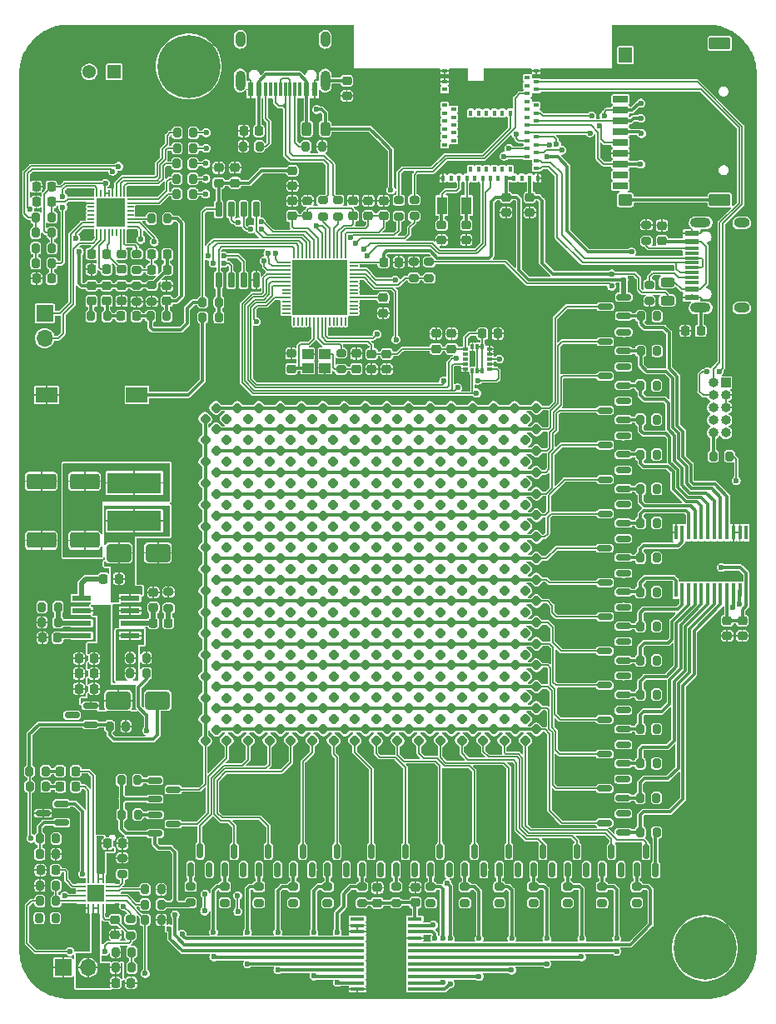
<source format=gbr>
%TF.GenerationSoftware,KiCad,Pcbnew,7.0.2*%
%TF.CreationDate,2023-07-17T10:45:44+03:00*%
%TF.ProjectId,DeskSandGlass,4465736b-5361-46e6-9447-6c6173732e6b,rev?*%
%TF.SameCoordinates,Original*%
%TF.FileFunction,Copper,L1,Top*%
%TF.FilePolarity,Positive*%
%FSLAX46Y46*%
G04 Gerber Fmt 4.6, Leading zero omitted, Abs format (unit mm)*
G04 Created by KiCad (PCBNEW 7.0.2) date 2023-07-17 10:45:44*
%MOMM*%
%LPD*%
G01*
G04 APERTURE LIST*
G04 Aperture macros list*
%AMRoundRect*
0 Rectangle with rounded corners*
0 $1 Rounding radius*
0 $2 $3 $4 $5 $6 $7 $8 $9 X,Y pos of 4 corners*
0 Add a 4 corners polygon primitive as box body*
4,1,4,$2,$3,$4,$5,$6,$7,$8,$9,$2,$3,0*
0 Add four circle primitives for the rounded corners*
1,1,$1+$1,$2,$3*
1,1,$1+$1,$4,$5*
1,1,$1+$1,$6,$7*
1,1,$1+$1,$8,$9*
0 Add four rect primitives between the rounded corners*
20,1,$1+$1,$2,$3,$4,$5,0*
20,1,$1+$1,$4,$5,$6,$7,0*
20,1,$1+$1,$6,$7,$8,$9,0*
20,1,$1+$1,$8,$9,$2,$3,0*%
G04 Aperture macros list end*
%TA.AperFunction,SMDPad,CuDef*%
%ADD10RoundRect,0.218750X0.026517X-0.335876X0.335876X-0.026517X-0.026517X0.335876X-0.335876X0.026517X0*%
%TD*%
%TA.AperFunction,SMDPad,CuDef*%
%ADD11RoundRect,0.200000X-0.200000X-0.275000X0.200000X-0.275000X0.200000X0.275000X-0.200000X0.275000X0*%
%TD*%
%TA.AperFunction,SMDPad,CuDef*%
%ADD12RoundRect,0.200000X0.275000X-0.200000X0.275000X0.200000X-0.275000X0.200000X-0.275000X-0.200000X0*%
%TD*%
%TA.AperFunction,SMDPad,CuDef*%
%ADD13RoundRect,0.200000X0.200000X0.275000X-0.200000X0.275000X-0.200000X-0.275000X0.200000X-0.275000X0*%
%TD*%
%TA.AperFunction,ComponentPad*%
%ADD14R,1.700000X1.700000*%
%TD*%
%TA.AperFunction,ComponentPad*%
%ADD15O,1.700000X1.700000*%
%TD*%
%TA.AperFunction,SMDPad,CuDef*%
%ADD16RoundRect,0.150000X0.587500X0.150000X-0.587500X0.150000X-0.587500X-0.150000X0.587500X-0.150000X0*%
%TD*%
%TA.AperFunction,SMDPad,CuDef*%
%ADD17RoundRect,0.225000X0.225000X0.250000X-0.225000X0.250000X-0.225000X-0.250000X0.225000X-0.250000X0*%
%TD*%
%TA.AperFunction,SMDPad,CuDef*%
%ADD18RoundRect,0.070000X0.730000X-0.280000X0.730000X0.280000X-0.730000X0.280000X-0.730000X-0.280000X0*%
%TD*%
%TA.AperFunction,SMDPad,CuDef*%
%ADD19RoundRect,0.140000X0.560000X-0.660000X0.560000X0.660000X-0.560000X0.660000X-0.560000X-0.660000X0*%
%TD*%
%TA.AperFunction,SMDPad,CuDef*%
%ADD20RoundRect,0.120000X0.580000X-0.480000X0.580000X0.480000X-0.580000X0.480000X-0.580000X-0.480000X0*%
%TD*%
%TA.AperFunction,SMDPad,CuDef*%
%ADD21RoundRect,0.120000X0.980000X-0.480000X0.980000X0.480000X-0.980000X0.480000X-0.980000X-0.480000X0*%
%TD*%
%TA.AperFunction,ComponentPad*%
%ADD22C,0.800000*%
%TD*%
%TA.AperFunction,ComponentPad*%
%ADD23C,6.400000*%
%TD*%
%TA.AperFunction,SMDPad,CuDef*%
%ADD24RoundRect,0.225000X-0.225000X-0.250000X0.225000X-0.250000X0.225000X0.250000X-0.225000X0.250000X0*%
%TD*%
%TA.AperFunction,SMDPad,CuDef*%
%ADD25RoundRect,0.225000X0.250000X-0.225000X0.250000X0.225000X-0.250000X0.225000X-0.250000X-0.225000X0*%
%TD*%
%TA.AperFunction,SMDPad,CuDef*%
%ADD26RoundRect,0.200000X-0.275000X0.200000X-0.275000X-0.200000X0.275000X-0.200000X0.275000X0.200000X0*%
%TD*%
%TA.AperFunction,ComponentPad*%
%ADD27R,1.378000X1.378000*%
%TD*%
%TA.AperFunction,ComponentPad*%
%ADD28C,1.378000*%
%TD*%
%TA.AperFunction,SMDPad,CuDef*%
%ADD29RoundRect,0.150000X0.150000X-0.587500X0.150000X0.587500X-0.150000X0.587500X-0.150000X-0.587500X0*%
%TD*%
%TA.AperFunction,SMDPad,CuDef*%
%ADD30R,0.600000X1.450000*%
%TD*%
%TA.AperFunction,SMDPad,CuDef*%
%ADD31R,0.300000X1.450000*%
%TD*%
%TA.AperFunction,ComponentPad*%
%ADD32O,1.000000X2.100000*%
%TD*%
%TA.AperFunction,ComponentPad*%
%ADD33O,1.000000X1.600000*%
%TD*%
%TA.AperFunction,SMDPad,CuDef*%
%ADD34RoundRect,0.225000X-0.250000X0.225000X-0.250000X-0.225000X0.250000X-0.225000X0.250000X0.225000X0*%
%TD*%
%TA.AperFunction,SMDPad,CuDef*%
%ADD35RoundRect,0.150000X-0.587500X-0.150000X0.587500X-0.150000X0.587500X0.150000X-0.587500X0.150000X0*%
%TD*%
%TA.AperFunction,SMDPad,CuDef*%
%ADD36RoundRect,0.243750X-0.456250X0.243750X-0.456250X-0.243750X0.456250X-0.243750X0.456250X0.243750X0*%
%TD*%
%TA.AperFunction,SMDPad,CuDef*%
%ADD37R,0.600000X0.400000*%
%TD*%
%TA.AperFunction,SMDPad,CuDef*%
%ADD38R,0.400000X0.600000*%
%TD*%
%TA.AperFunction,SMDPad,CuDef*%
%ADD39R,0.355600X1.473200*%
%TD*%
%TA.AperFunction,SMDPad,CuDef*%
%ADD40RoundRect,0.250000X1.250000X0.550000X-1.250000X0.550000X-1.250000X-0.550000X1.250000X-0.550000X0*%
%TD*%
%TA.AperFunction,SMDPad,CuDef*%
%ADD41R,1.000000X1.800000*%
%TD*%
%TA.AperFunction,SMDPad,CuDef*%
%ADD42RoundRect,0.218750X0.218750X0.256250X-0.218750X0.256250X-0.218750X-0.256250X0.218750X-0.256250X0*%
%TD*%
%TA.AperFunction,SMDPad,CuDef*%
%ADD43R,5.500000X2.150000*%
%TD*%
%TA.AperFunction,SMDPad,CuDef*%
%ADD44RoundRect,0.050000X-0.387500X-0.050000X0.387500X-0.050000X0.387500X0.050000X-0.387500X0.050000X0*%
%TD*%
%TA.AperFunction,SMDPad,CuDef*%
%ADD45RoundRect,0.050000X-0.050000X-0.387500X0.050000X-0.387500X0.050000X0.387500X-0.050000X0.387500X0*%
%TD*%
%TA.AperFunction,SMDPad,CuDef*%
%ADD46R,5.600000X5.600000*%
%TD*%
%TA.AperFunction,SMDPad,CuDef*%
%ADD47RoundRect,0.243750X-0.243750X-0.456250X0.243750X-0.456250X0.243750X0.456250X-0.243750X0.456250X0*%
%TD*%
%TA.AperFunction,SMDPad,CuDef*%
%ADD48RoundRect,0.250000X-1.000000X-0.650000X1.000000X-0.650000X1.000000X0.650000X-1.000000X0.650000X0*%
%TD*%
%TA.AperFunction,SMDPad,CuDef*%
%ADD49RoundRect,0.150000X0.150000X-0.650000X0.150000X0.650000X-0.150000X0.650000X-0.150000X-0.650000X0*%
%TD*%
%TA.AperFunction,SMDPad,CuDef*%
%ADD50RoundRect,0.087500X-0.187500X-0.087500X0.187500X-0.087500X0.187500X0.087500X-0.187500X0.087500X0*%
%TD*%
%TA.AperFunction,SMDPad,CuDef*%
%ADD51RoundRect,0.087500X-0.087500X-0.187500X0.087500X-0.187500X0.087500X0.187500X-0.087500X0.187500X0*%
%TD*%
%TA.AperFunction,SMDPad,CuDef*%
%ADD52R,1.150000X1.000000*%
%TD*%
%TA.AperFunction,SMDPad,CuDef*%
%ADD53R,2.180000X1.600000*%
%TD*%
%TA.AperFunction,ComponentPad*%
%ADD54R,1.000000X1.000000*%
%TD*%
%TA.AperFunction,ComponentPad*%
%ADD55O,1.000000X1.000000*%
%TD*%
%TA.AperFunction,SMDPad,CuDef*%
%ADD56RoundRect,0.218750X0.256250X-0.218750X0.256250X0.218750X-0.256250X0.218750X-0.256250X-0.218750X0*%
%TD*%
%TA.AperFunction,SMDPad,CuDef*%
%ADD57RoundRect,0.050000X0.300000X0.050000X-0.300000X0.050000X-0.300000X-0.050000X0.300000X-0.050000X0*%
%TD*%
%TA.AperFunction,SMDPad,CuDef*%
%ADD58RoundRect,0.050000X0.050000X0.300000X-0.050000X0.300000X-0.050000X-0.300000X0.050000X-0.300000X0*%
%TD*%
%TA.AperFunction,SMDPad,CuDef*%
%ADD59R,2.900000X2.900000*%
%TD*%
%TA.AperFunction,SMDPad,CuDef*%
%ADD60R,1.981200X0.558800*%
%TD*%
%TA.AperFunction,SMDPad,CuDef*%
%ADD61RoundRect,0.218750X-0.256250X0.218750X-0.256250X-0.218750X0.256250X-0.218750X0.256250X0.218750X0*%
%TD*%
%TA.AperFunction,SMDPad,CuDef*%
%ADD62R,0.254000X0.812800*%
%TD*%
%TA.AperFunction,SMDPad,CuDef*%
%ADD63R,0.812800X0.254000*%
%TD*%
%TA.AperFunction,SMDPad,CuDef*%
%ADD64R,1.752600X1.752600*%
%TD*%
%TA.AperFunction,SMDPad,CuDef*%
%ADD65R,1.450000X0.600000*%
%TD*%
%TA.AperFunction,SMDPad,CuDef*%
%ADD66R,1.450000X0.300000*%
%TD*%
%TA.AperFunction,ComponentPad*%
%ADD67O,2.100000X1.000000*%
%TD*%
%TA.AperFunction,ComponentPad*%
%ADD68O,1.600000X1.000000*%
%TD*%
%TA.AperFunction,SMDPad,CuDef*%
%ADD69R,1.473200X0.355600*%
%TD*%
%TA.AperFunction,ViaPad*%
%ADD70C,0.600000*%
%TD*%
%TA.AperFunction,Conductor*%
%ADD71C,0.300000*%
%TD*%
%TA.AperFunction,Conductor*%
%ADD72C,0.150000*%
%TD*%
%TA.AperFunction,Conductor*%
%ADD73C,0.500000*%
%TD*%
%TA.AperFunction,Conductor*%
%ADD74C,0.200000*%
%TD*%
G04 APERTURE END LIST*
D10*
%TO.P,D29,1,K*%
%TO.N,/LED's/C2*%
X132863687Y-110582381D03*
%TO.P,D29,2,A*%
%TO.N,/LED's/R13*%
X133977381Y-109468687D03*
%TD*%
D11*
%TO.P,R12,1*%
%TO.N,/LED's/R3_A*%
X174933034Y-81025534D03*
%TO.P,R12,2*%
%TO.N,+3V3*%
X176583034Y-81025534D03*
%TD*%
D12*
%TO.P,R9,1*%
%TO.N,Net-(C13-Pad1)*%
X144505534Y-79365534D03*
%TO.P,R9,2*%
%TO.N,/RP2040/XOUT*%
X144505534Y-77715534D03*
%TD*%
D13*
%TO.P,R77,1*%
%TO.N,+3V3*%
X115443034Y-135145534D03*
%TO.P,R77,2*%
%TO.N,/L6924DV/SD*%
X113793034Y-135145534D03*
%TD*%
D10*
%TO.P,D65,1,K*%
%TO.N,/LED's/C5*%
X139388687Y-84407381D03*
%TO.P,D65,2,A*%
%TO.N,/LED's/R1*%
X140502381Y-83293687D03*
%TD*%
D11*
%TO.P,R44,1*%
%TO.N,P0.08*%
X113445534Y-67060534D03*
%TO.P,R44,2*%
%TO.N,/Audio/AUDIO_D3V3*%
X115095534Y-67060534D03*
%TD*%
D14*
%TO.P,LS1,1,1*%
%TO.N,/Audio/RSPKOUT*%
X114360534Y-73670534D03*
D15*
%TO.P,LS1,2,2*%
%TO.N,/Audio/LSPKOUT*%
X114360534Y-76210534D03*
%TD*%
D16*
%TO.P,Q7,1,G*%
%TO.N,/LED's/R7_A*%
X173203034Y-94995534D03*
%TO.P,Q7,2,S*%
%TO.N,+3V3*%
X173203034Y-93095534D03*
%TO.P,Q7,3,D*%
%TO.N,/LED's/R7*%
X171328034Y-94045534D03*
%TD*%
D10*
%TO.P,D181,1,K*%
%TO.N,/LED's/C12*%
X154588687Y-93157381D03*
%TO.P,D181,2,A*%
%TO.N,/LED's/R5*%
X155702381Y-92043687D03*
%TD*%
%TO.P,D73,1,K*%
%TO.N,/LED's/C5*%
X139388687Y-101882381D03*
%TO.P,D73,2,A*%
%TO.N,/LED's/R9*%
X140502381Y-100768687D03*
%TD*%
%TO.P,D177,1,K*%
%TO.N,/LED's/C12*%
X154613687Y-84407381D03*
%TO.P,D177,2,A*%
%TO.N,/LED's/R1*%
X155727381Y-83293687D03*
%TD*%
D17*
%TO.P,C48,1*%
%TO.N,Net-(U9-SS)*%
X115670534Y-106635534D03*
%TO.P,C48,2*%
%TO.N,GND*%
X114120534Y-106635534D03*
%TD*%
D10*
%TO.P,D85,1,K*%
%TO.N,/LED's/C6*%
X141563687Y-93157381D03*
%TO.P,D85,2,A*%
%TO.N,/LED's/R5*%
X142677381Y-92043687D03*
%TD*%
%TO.P,D52,1,K*%
%TO.N,/LED's/C4*%
X137213687Y-90957381D03*
%TO.P,D52,2,A*%
%TO.N,/LED's/R4*%
X138327381Y-89843687D03*
%TD*%
%TO.P,D14,1,K*%
%TO.N,/LED's/C1*%
X130688687Y-112757381D03*
%TO.P,D14,2,A*%
%TO.N,/LED's/R14*%
X131802381Y-111643687D03*
%TD*%
%TO.P,D250,1,K*%
%TO.N,/LED's/C16*%
X163238687Y-104032381D03*
%TO.P,D250,2,A*%
%TO.N,/LED's/R10*%
X164352381Y-102918687D03*
%TD*%
D18*
%TO.P,U10,1,DAT2*%
%TO.N,unconnected-(U10-DAT2-Pad1)*%
X172905534Y-51935534D03*
%TO.P,U10,2,CD/DAT3*%
%TO.N,P0.19*%
X172905534Y-53035534D03*
%TO.P,U10,3,CMD*%
%TO.N,P0.20*%
X172905534Y-54135534D03*
%TO.P,U10,4,VDD*%
%TO.N,+3V3*%
X172905534Y-55235534D03*
%TO.P,U10,5,CLK*%
%TO.N,P0.22*%
X172905534Y-56335534D03*
%TO.P,U10,6,VSS*%
%TO.N,GND*%
X172905534Y-57435534D03*
%TO.P,U10,7,DAT0*%
%TO.N,P0.21*%
X172905534Y-58535534D03*
%TO.P,U10,8,DAT1*%
%TO.N,unconnected-(U10-DAT1-Pad8)*%
X172905534Y-59635534D03*
%TO.P,U10,9,CD*%
%TO.N,unconnected-(U10-CD-Pad9)*%
X172905534Y-60735534D03*
D19*
%TO.P,U10,10,SHIELD*%
%TO.N,Net-(L6-Pad1)*%
X173405534Y-47435534D03*
D20*
%TO.P,U10,11,SHIELD*%
X173405534Y-62135534D03*
D21*
%TO.P,U10,12,SHIELD*%
X183005534Y-46235534D03*
%TO.P,U10,13,SHIELD*%
X183005534Y-62135534D03*
%TD*%
D22*
%TO.P,REF\u002A\u002A,1*%
%TO.N,N/C*%
X179100000Y-138200000D03*
X179802944Y-136502944D03*
X179802944Y-139897056D03*
X181500000Y-135800000D03*
D23*
X181500000Y-138200000D03*
D22*
X181500000Y-140600000D03*
X183197056Y-136502944D03*
X183197056Y-139897056D03*
X183900000Y-138200000D03*
%TD*%
D10*
%TO.P,D150,1,K*%
%TO.N,/LED's/C10*%
X150238687Y-95332381D03*
%TO.P,D150,2,A*%
%TO.N,/LED's/R6*%
X151352381Y-94218687D03*
%TD*%
%TO.P,D220,1,K*%
%TO.N,/LED's/C14*%
X158938687Y-108382381D03*
%TO.P,D220,2,A*%
%TO.N,/LED's/R12*%
X160052381Y-107268687D03*
%TD*%
D24*
%TO.P,C42,1*%
%TO.N,VBUS*%
X120723034Y-127545534D03*
%TO.P,C42,2*%
%TO.N,GND*%
X122273034Y-127545534D03*
%TD*%
D10*
%TO.P,D76,1,K*%
%TO.N,/LED's/C5*%
X139388687Y-108407381D03*
%TO.P,D76,2,A*%
%TO.N,/LED's/R12*%
X140502381Y-107293687D03*
%TD*%
D25*
%TO.P,C51,1*%
%TO.N,Net-(U9-COMP)*%
X125405534Y-103595534D03*
%TO.P,C51,2*%
%TO.N,GND*%
X125405534Y-102045534D03*
%TD*%
D10*
%TO.P,D96,1,K*%
%TO.N,/LED's/C6*%
X141563687Y-117082381D03*
%TO.P,D96,2,A*%
%TO.N,/LED's/R16*%
X142677381Y-115968687D03*
%TD*%
D26*
%TO.P,R39,1*%
%TO.N,/LED's/C14_A*%
X167535534Y-131935534D03*
%TO.P,R39,2*%
%TO.N,+3V3*%
X167535534Y-133585534D03*
%TD*%
D25*
%TO.P,C4,1*%
%TO.N,+1V1*%
X145715534Y-63775534D03*
%TO.P,C4,2*%
%TO.N,GND*%
X145715534Y-62225534D03*
%TD*%
D26*
%TO.P,R40,1*%
%TO.N,/LED's/C15_A*%
X171035534Y-131955534D03*
%TO.P,R40,2*%
%TO.N,+3V3*%
X171035534Y-133605534D03*
%TD*%
D27*
%TO.P,MK1,1,-*%
%TO.N,Net-(MK1--)*%
X121435534Y-49155534D03*
D28*
%TO.P,MK1,2,+*%
%TO.N,Net-(MK1-+)*%
X118895534Y-49155534D03*
%TD*%
D29*
%TO.P,Q22,1,G*%
%TO.N,/LED's/C6_A*%
X139645534Y-130213034D03*
%TO.P,Q22,2,S*%
%TO.N,+3V3*%
X141545534Y-130213034D03*
%TO.P,Q22,3,D*%
%TO.N,/LED's/C6*%
X140595534Y-128338034D03*
%TD*%
D10*
%TO.P,D75,1,K*%
%TO.N,/LED's/C5*%
X139388687Y-106232381D03*
%TO.P,D75,2,A*%
%TO.N,/LED's/R11*%
X140502381Y-105118687D03*
%TD*%
%TO.P,D20,1,K*%
%TO.N,/LED's/C2*%
X132863687Y-90957381D03*
%TO.P,D20,2,A*%
%TO.N,/LED's/R4*%
X133977381Y-89843687D03*
%TD*%
%TO.P,D38,1,K*%
%TO.N,/LED's/C3*%
X135038687Y-95332381D03*
%TO.P,D38,2,A*%
%TO.N,/LED's/R6*%
X136152381Y-94218687D03*
%TD*%
D30*
%TO.P,J1,A1,GND*%
%TO.N,GND*%
X141810534Y-50940534D03*
%TO.P,J1,A4,VBUS*%
%TO.N,Net-(C1-Pad2)*%
X141010534Y-50940534D03*
D31*
%TO.P,J1,A5,CC1*%
%TO.N,Net-(J1-CC1)*%
X139810534Y-50940534D03*
%TO.P,J1,A6,D+*%
%TO.N,/RP2040/USB_D+*%
X138810534Y-50940534D03*
%TO.P,J1,A7,D-*%
%TO.N,/RP2040/USB_D-*%
X138310534Y-50940534D03*
%TO.P,J1,A8,SBU1*%
%TO.N,unconnected-(J1-SBU1-PadA8)*%
X137310534Y-50940534D03*
D30*
%TO.P,J1,A9,VBUS*%
%TO.N,Net-(C1-Pad2)*%
X136110534Y-50940534D03*
%TO.P,J1,A12,GND*%
%TO.N,GND*%
X135310534Y-50940534D03*
%TO.P,J1,B1,GND*%
X135310534Y-50940534D03*
%TO.P,J1,B4,VBUS*%
%TO.N,Net-(C1-Pad2)*%
X136110534Y-50940534D03*
D31*
%TO.P,J1,B5,CC2*%
%TO.N,Net-(J1-CC2)*%
X136810534Y-50940534D03*
%TO.P,J1,B6,D+*%
%TO.N,/RP2040/USB_D+*%
X137810534Y-50940534D03*
%TO.P,J1,B7,D-*%
%TO.N,/RP2040/USB_D-*%
X139310534Y-50940534D03*
%TO.P,J1,B8,SBU2*%
%TO.N,unconnected-(J1-SBU2-PadB8)*%
X140310534Y-50940534D03*
D30*
%TO.P,J1,B9,VBUS*%
%TO.N,Net-(C1-Pad2)*%
X141010534Y-50940534D03*
%TO.P,J1,B12,GND*%
%TO.N,GND*%
X141810534Y-50940534D03*
D32*
%TO.P,J1,S1,SHIELD*%
%TO.N,Net-(J1-SHIELD)*%
X142880534Y-50025534D03*
D33*
X142880534Y-45845534D03*
D32*
X134240534Y-50025534D03*
D33*
X134240534Y-45845534D03*
%TD*%
D10*
%TO.P,D198,1,K*%
%TO.N,/LED's/C13*%
X156763687Y-95307381D03*
%TO.P,D198,2,A*%
%TO.N,/LED's/R6*%
X157877381Y-94193687D03*
%TD*%
%TO.P,D59,1,K*%
%TO.N,/LED's/C4*%
X137213687Y-106232381D03*
%TO.P,D59,2,A*%
%TO.N,/LED's/R11*%
X138327381Y-105118687D03*
%TD*%
D25*
%TO.P,C16,1*%
%TO.N,+3V3*%
X155735534Y-77295534D03*
%TO.P,C16,2*%
%TO.N,GND*%
X155735534Y-75745534D03*
%TD*%
D11*
%TO.P,R10,1*%
%TO.N,/LED's/R1_A*%
X174978034Y-73965534D03*
%TO.P,R10,2*%
%TO.N,+3V3*%
X176628034Y-73965534D03*
%TD*%
D16*
%TO.P,Q12,1,G*%
%TO.N,/LED's/R12_A*%
X173190534Y-112420534D03*
%TO.P,Q12,2,S*%
%TO.N,+3V3*%
X173190534Y-110520534D03*
%TO.P,Q12,3,D*%
%TO.N,/LED's/R12*%
X171315534Y-111470534D03*
%TD*%
D10*
%TO.P,D162,1,K*%
%TO.N,/LED's/C11*%
X152438687Y-86582381D03*
%TO.P,D162,2,A*%
%TO.N,/LED's/R2*%
X153552381Y-85468687D03*
%TD*%
%TO.P,D122,1,K*%
%TO.N,/LED's/C8*%
X145888687Y-104032381D03*
%TO.P,D122,2,A*%
%TO.N,/LED's/R10*%
X147002381Y-102918687D03*
%TD*%
D13*
%TO.P,R82,1*%
%TO.N,+3V3*%
X124700534Y-110255534D03*
%TO.P,R82,2*%
%TO.N,/TPS54331/VSENSE*%
X123050534Y-110255534D03*
%TD*%
D34*
%TO.P,C24,1*%
%TO.N,VSSA*%
X120650534Y-70895534D03*
%TO.P,C24,2*%
%TO.N,/Audio/AUDIO_3V3*%
X120650534Y-72445534D03*
%TD*%
D10*
%TO.P,D92,1,K*%
%TO.N,/LED's/C6*%
X141563687Y-108382381D03*
%TO.P,D92,2,A*%
%TO.N,/LED's/R12*%
X142677381Y-107268687D03*
%TD*%
%TO.P,D69,1,K*%
%TO.N,/LED's/C5*%
X139388687Y-93157381D03*
%TO.P,D69,2,A*%
%TO.N,/LED's/R5*%
X140502381Y-92043687D03*
%TD*%
%TO.P,D98,1,K*%
%TO.N,/LED's/C7*%
X143713687Y-86582381D03*
%TO.P,D98,2,A*%
%TO.N,/LED's/R2*%
X144827381Y-85468687D03*
%TD*%
%TO.P,D178,1,K*%
%TO.N,/LED's/C12*%
X154613687Y-86582381D03*
%TO.P,D178,2,A*%
%TO.N,/LED's/R2*%
X155727381Y-85468687D03*
%TD*%
%TO.P,D93,1,K*%
%TO.N,/LED's/C6*%
X141563687Y-110557381D03*
%TO.P,D93,2,A*%
%TO.N,/LED's/R13*%
X142677381Y-109443687D03*
%TD*%
%TO.P,D237,1,K*%
%TO.N,/LED's/C15*%
X161088687Y-110557381D03*
%TO.P,D237,2,A*%
%TO.N,/LED's/R13*%
X162202381Y-109443687D03*
%TD*%
%TO.P,D12,1,K*%
%TO.N,/LED's/C1*%
X130688687Y-108407381D03*
%TO.P,D12,2,A*%
%TO.N,/LED's/R12*%
X131802381Y-107293687D03*
%TD*%
%TO.P,D138,1,K*%
%TO.N,/LED's/C9*%
X148038687Y-104032381D03*
%TO.P,D138,2,A*%
%TO.N,/LED's/R10*%
X149152381Y-102918687D03*
%TD*%
D26*
%TO.P,R28,1*%
%TO.N,/LED's/C3_A*%
X129195534Y-131920534D03*
%TO.P,R28,2*%
%TO.N,+3V3*%
X129195534Y-133570534D03*
%TD*%
D35*
%TO.P,Q17,1,G*%
%TO.N,/LED's/C1_A*%
X125550534Y-121135534D03*
%TO.P,Q17,2,S*%
%TO.N,+3V3*%
X125550534Y-123035534D03*
%TO.P,Q17,3,D*%
%TO.N,/LED's/C1*%
X127425534Y-122085534D03*
%TD*%
D10*
%TO.P,D213,1,K*%
%TO.N,/LED's/C14*%
X158938687Y-93132381D03*
%TO.P,D213,2,A*%
%TO.N,/LED's/R5*%
X160052381Y-92018687D03*
%TD*%
D26*
%TO.P,R35,1*%
%TO.N,/LED's/C10_A*%
X153605534Y-131955534D03*
%TO.P,R35,2*%
%TO.N,+3V3*%
X153605534Y-133605534D03*
%TD*%
D11*
%TO.P,R53,1*%
%TO.N,P0.08*%
X113445534Y-68600534D03*
%TO.P,R53,2*%
%TO.N,/Audio/SCL*%
X115095534Y-68600534D03*
%TD*%
D36*
%TO.P,F2,1*%
%TO.N,Net-(C36-Pad2)*%
X177675000Y-70512500D03*
%TO.P,F2,2*%
%TO.N,VBUS*%
X177675000Y-72387500D03*
%TD*%
D17*
%TO.P,C41,1*%
%TO.N,Net-(U8-TPRG)*%
X115468034Y-130255534D03*
%TO.P,C41,2*%
%TO.N,GND*%
X113918034Y-130255534D03*
%TD*%
D10*
%TO.P,D221,1,K*%
%TO.N,/LED's/C14*%
X158938687Y-110557381D03*
%TO.P,D221,2,A*%
%TO.N,/LED's/R13*%
X160052381Y-109443687D03*
%TD*%
D37*
%TO.P,U7,1,GND*%
%TO.N,GND*%
X155030534Y-49045534D03*
%TO.P,U7,2,GND*%
X155030534Y-50145534D03*
%TO.P,U7,3,P1.10*%
%TO.N,unconnected-(U7-P1.10-Pad3)*%
X155030534Y-50945534D03*
%TO.P,U7,4,P1.11*%
%TO.N,unconnected-(U7-P1.11-Pad4)*%
X155030534Y-52545534D03*
%TO.P,U7,5,P1.12*%
%TO.N,unconnected-(U7-P1.12-Pad5)*%
X155930534Y-52945534D03*
%TO.P,U7,6,P1.13*%
%TO.N,unconnected-(U7-P1.13-Pad6)*%
X155030534Y-53345534D03*
%TO.P,U7,7,P1.14*%
%TO.N,unconnected-(U7-P1.14-Pad7)*%
X155930534Y-53745534D03*
%TO.P,U7,8,P1.15*%
%TO.N,unconnected-(U7-P1.15-Pad8)*%
X155030534Y-54145534D03*
%TO.P,U7,9,P0.03/AIN1*%
%TO.N,unconnected-(U7-P0.03{slash}AIN1-Pad9)*%
X155930534Y-54545534D03*
%TO.P,U7,10,P0.29/AIN5*%
%TO.N,unconnected-(U7-P0.29{slash}AIN5-Pad10)*%
X155030534Y-54945534D03*
%TO.P,U7,11,P0.02/AIN0*%
%TO.N,unconnected-(U7-P0.02{slash}AIN0-Pad11)*%
X155930534Y-55345534D03*
%TO.P,U7,12,P0.31/AIN7*%
%TO.N,unconnected-(U7-P0.31{slash}AIN7-Pad12)*%
X155030534Y-55745534D03*
%TO.P,U7,13,P0.28/AIN4*%
%TO.N,unconnected-(U7-P0.28{slash}AIN4-Pad13)*%
X155930534Y-56145534D03*
%TO.P,U7,14,P0.30/AIN6*%
%TO.N,unconnected-(U7-P0.30{slash}AIN6-Pad14)*%
X155030534Y-56545534D03*
D38*
%TO.P,U7,15,GND*%
%TO.N,GND*%
X154880534Y-59945534D03*
%TO.P,U7,16,P0.27*%
%TO.N,unconnected-(U7-P0.27-Pad16)*%
X155680534Y-59945534D03*
%TO.P,U7,17,XL1/P0.00*%
%TO.N,/NRF5280 Module/XL1*%
X156480534Y-59945534D03*
%TO.P,U7,18,XL2/P0.01*%
%TO.N,/NRF5280 Module/XL2*%
X157280534Y-59945534D03*
%TO.P,U7,19,P0.26*%
%TO.N,unconnected-(U7-P0.26-Pad19)*%
X157680534Y-59045534D03*
%TO.P,U7,20,P0.04/AIN2*%
%TO.N,unconnected-(U7-P0.04{slash}AIN2-Pad20)*%
X158080534Y-59945534D03*
%TO.P,U7,21,P0.05/AIN3*%
%TO.N,unconnected-(U7-P0.05{slash}AIN3-Pad21)*%
X158480534Y-59045534D03*
%TO.P,U7,22,P0.06*%
%TO.N,P0.06*%
X158880534Y-59945534D03*
%TO.P,U7,23,TRACECLK/P0.07*%
%TO.N,unconnected-(U7-TRACECLK{slash}P0.07-Pad23)*%
X159280534Y-59045534D03*
%TO.P,U7,24,P0.08*%
%TO.N,P0.08*%
X159680534Y-59945534D03*
%TO.P,U7,25,P1.08*%
%TO.N,unconnected-(U7-P1.08-Pad25)*%
X160080534Y-59045534D03*
%TO.P,U7,26,TRACEDATA3/P1.09*%
%TO.N,unconnected-(U7-TRACEDATA3{slash}P1.09-Pad26)*%
X160480534Y-59945534D03*
%TO.P,U7,27,TRACEDATA2/P0.11*%
%TO.N,unconnected-(U7-TRACEDATA2{slash}P0.11-Pad27)*%
X160880534Y-59045534D03*
%TO.P,U7,28,VDD*%
%TO.N,+3V3*%
X161280534Y-59945534D03*
%TO.P,U7,29,TRACEDATA1/P0.12*%
%TO.N,unconnected-(U7-TRACEDATA1{slash}P0.12-Pad29)*%
X161680534Y-59045534D03*
%TO.P,U7,30,VDDH*%
%TO.N,+3V3*%
X162080534Y-59945534D03*
%TO.P,U7,31,DCCH*%
%TO.N,unconnected-(U7-DCCH-Pad31)*%
X162880534Y-59945534D03*
%TO.P,U7,32,VBUS*%
%TO.N,VBUS*%
X163680534Y-59945534D03*
%TO.P,U7,33,GND*%
%TO.N,GND*%
X164480534Y-59945534D03*
D37*
%TO.P,U7,34,D-*%
%TO.N,/NRF5280 Module/USB_D-*%
X164330534Y-58945534D03*
%TO.P,U7,35,D+*%
%TO.N,/NRF5280 Module/USB_D+*%
X164330534Y-58145534D03*
%TO.P,U7,36,P0.14*%
%TO.N,P0.14*%
X163430534Y-57745534D03*
%TO.P,U7,37,P0.13*%
%TO.N,P0.13*%
X164330534Y-57345534D03*
%TO.P,U7,38,P0.16*%
%TO.N,P0.16*%
X163430534Y-56945534D03*
%TO.P,U7,39,P0.15*%
%TO.N,P0.15*%
X164330534Y-56545534D03*
%TO.P,U7,40,~{RESET}/P0.18*%
%TO.N,/NRF5280 Module/NRESET*%
X163430534Y-56145534D03*
%TO.P,U7,41,P0.17*%
%TO.N,P0.17*%
X164330534Y-55745534D03*
%TO.P,U7,42,P0.19*%
%TO.N,P0.19*%
X163430534Y-55345534D03*
%TO.P,U7,43,P0.21*%
%TO.N,P0.21*%
X163430534Y-54545534D03*
%TO.P,U7,44,P0.20*%
%TO.N,P0.20*%
X164330534Y-54145534D03*
%TO.P,U7,45,P0.23*%
%TO.N,unconnected-(U7-P0.23-Pad45)*%
X163430534Y-53745534D03*
%TO.P,U7,46,P0.22*%
%TO.N,P0.22*%
X164330534Y-53345534D03*
%TO.P,U7,47,TRACEDATA0/P1.00*%
%TO.N,unconnected-(U7-TRACEDATA0{slash}P1.00-Pad47)*%
X163430534Y-52945534D03*
%TO.P,U7,48,P0.24*%
%TO.N,unconnected-(U7-P0.24-Pad48)*%
X164330534Y-52545534D03*
%TO.P,U7,49,P0.25*%
%TO.N,unconnected-(U7-P0.25-Pad49)*%
X163430534Y-52145534D03*
%TO.P,U7,50,P1.02*%
%TO.N,P1.02*%
X163430534Y-51345534D03*
%TO.P,U7,51,SWDIO*%
%TO.N,/NRF5280 Module/SWDIO*%
X164330534Y-50945534D03*
%TO.P,U7,52,P0.09/NFC1*%
%TO.N,unconnected-(U7-P0.09{slash}NFC1-Pad52)*%
X163430534Y-50545534D03*
%TO.P,U7,53,SWDCLK*%
%TO.N,/NRF5280 Module/SWDCLK*%
X164330534Y-50145534D03*
%TO.P,U7,54,P0.10/NFC2*%
%TO.N,unconnected-(U7-P0.10{slash}NFC2-Pad54)*%
X163430534Y-49745534D03*
%TO.P,U7,55,GND*%
%TO.N,GND*%
X164330534Y-49045534D03*
D38*
%TO.P,U7,56,P1.04*%
%TO.N,unconnected-(U7-P1.04-Pad56)*%
X157680534Y-53345534D03*
%TO.P,U7,57,P1.06*%
%TO.N,unconnected-(U7-P1.06-Pad57)*%
X158480534Y-53345534D03*
%TO.P,U7,58,P1.07*%
%TO.N,unconnected-(U7-P1.07-Pad58)*%
X159280534Y-53345534D03*
%TO.P,U7,59,P1.05*%
%TO.N,unconnected-(U7-P1.05-Pad59)*%
X160080534Y-53345534D03*
%TO.P,U7,60,P1.03*%
%TO.N,unconnected-(U7-P1.03-Pad60)*%
X160880534Y-53345534D03*
%TO.P,U7,61,P1.01*%
%TO.N,P1.01*%
X161680534Y-53345534D03*
%TD*%
D10*
%TO.P,D86,1,K*%
%TO.N,/LED's/C6*%
X141563687Y-95332381D03*
%TO.P,D86,2,A*%
%TO.N,/LED's/R6*%
X142677381Y-94218687D03*
%TD*%
D16*
%TO.P,Q9,1,G*%
%TO.N,/LED's/R9_A*%
X173203034Y-101995534D03*
%TO.P,Q9,2,S*%
%TO.N,+3V3*%
X173203034Y-100095534D03*
%TO.P,Q9,3,D*%
%TO.N,/LED's/R9*%
X171328034Y-101045534D03*
%TD*%
D10*
%TO.P,D256,1,K*%
%TO.N,/LED's/C16*%
X163238687Y-117082381D03*
%TO.P,D256,2,A*%
%TO.N,/LED's/R16*%
X164352381Y-115968687D03*
%TD*%
%TO.P,D246,1,K*%
%TO.N,/LED's/C16*%
X163238687Y-95307381D03*
%TO.P,D246,2,A*%
%TO.N,/LED's/R6*%
X164352381Y-94193687D03*
%TD*%
D11*
%TO.P,R67,1*%
%TO.N,ADC2*%
X124563034Y-135315534D03*
%TO.P,R67,2*%
%TO.N,GND*%
X126213034Y-135315534D03*
%TD*%
D10*
%TO.P,D43,1,K*%
%TO.N,/LED's/C3*%
X135038687Y-106232381D03*
%TO.P,D43,2,A*%
%TO.N,/LED's/R11*%
X136152381Y-105118687D03*
%TD*%
%TO.P,D5,1,K*%
%TO.N,/LED's/C1*%
X130688687Y-93157381D03*
%TO.P,D5,2,A*%
%TO.N,/LED's/R5*%
X131802381Y-92043687D03*
%TD*%
D26*
%TO.P,R31,1*%
%TO.N,/LED's/C6_A*%
X139645534Y-131940534D03*
%TO.P,R31,2*%
%TO.N,+3V3*%
X139645534Y-133590534D03*
%TD*%
D34*
%TO.P,C10,1*%
%TO.N,+3V3*%
X139545534Y-59190534D03*
%TO.P,C10,2*%
%TO.N,GND*%
X139545534Y-60740534D03*
%TD*%
D10*
%TO.P,D63,1,K*%
%TO.N,/LED's/C4*%
X137213687Y-114907381D03*
%TO.P,D63,2,A*%
%TO.N,/LED's/R15*%
X138327381Y-113793687D03*
%TD*%
%TO.P,D167,1,K*%
%TO.N,/LED's/C11*%
X152413687Y-97507381D03*
%TO.P,D167,2,A*%
%TO.N,/LED's/R7*%
X153527381Y-96393687D03*
%TD*%
D34*
%TO.P,C38,1*%
%TO.N,/NRF5280 Module/XL2*%
X157230534Y-64690534D03*
%TO.P,C38,2*%
%TO.N,GND*%
X157230534Y-66240534D03*
%TD*%
D16*
%TO.P,Q8,1,G*%
%TO.N,/LED's/R8_A*%
X173190534Y-98495534D03*
%TO.P,Q8,2,S*%
%TO.N,+3V3*%
X173190534Y-96595534D03*
%TO.P,Q8,3,D*%
%TO.N,/LED's/R8*%
X171315534Y-97545534D03*
%TD*%
D10*
%TO.P,D182,1,K*%
%TO.N,/LED's/C12*%
X154613687Y-95307381D03*
%TO.P,D182,2,A*%
%TO.N,/LED's/R6*%
X155727381Y-94193687D03*
%TD*%
%TO.P,D166,1,K*%
%TO.N,/LED's/C11*%
X152438687Y-95332381D03*
%TO.P,D166,2,A*%
%TO.N,/LED's/R6*%
X153552381Y-94218687D03*
%TD*%
%TO.P,D188,1,K*%
%TO.N,/LED's/C12*%
X154613687Y-108382381D03*
%TO.P,D188,2,A*%
%TO.N,/LED's/R12*%
X155727381Y-107268687D03*
%TD*%
D25*
%TO.P,C17,1*%
%TO.N,+3V3*%
X154155534Y-77295534D03*
%TO.P,C17,2*%
%TO.N,GND*%
X154155534Y-75745534D03*
%TD*%
D13*
%TO.P,R80,1*%
%TO.N,Net-(U9-EN)*%
X115720534Y-105085534D03*
%TO.P,R80,2*%
%TO.N,GND*%
X114070534Y-105085534D03*
%TD*%
D39*
%TO.P,U5,1,\u002AINT*%
%TO.N,unconnected-(U5A-\u002AINT-Pad1)*%
X185690534Y-95978534D03*
%TO.P,U5,2,A1*%
%TO.N,GND*%
X185040535Y-95978534D03*
%TO.P,U5,3,A2*%
X184390537Y-95978534D03*
%TO.P,U5,4,P00*%
%TO.N,/LED's/R1_A*%
X183740536Y-95978534D03*
%TO.P,U5,5,P01*%
%TO.N,/LED's/R2_A*%
X183090537Y-95978534D03*
%TO.P,U5,6,P02*%
%TO.N,/LED's/R3_A*%
X182440536Y-95978534D03*
%TO.P,U5,7,P03*%
%TO.N,/LED's/R4_A*%
X181790537Y-95978534D03*
%TO.P,U5,8,P04*%
%TO.N,/LED's/R5_A*%
X181140536Y-95978534D03*
%TO.P,U5,9,P05*%
%TO.N,/LED's/R6_A*%
X180490537Y-95978534D03*
%TO.P,U5,10,P06*%
%TO.N,/LED's/R7_A*%
X179840536Y-95978534D03*
%TO.P,U5,11,P07*%
%TO.N,/LED's/R8_A*%
X179190537Y-95978534D03*
%TO.P,U5,12,GND*%
%TO.N,GND*%
X178540536Y-95978534D03*
%TO.P,U5,13,P10*%
%TO.N,/LED's/R9_A*%
X178540536Y-101820534D03*
%TO.P,U5,14,P11*%
%TO.N,/LED's/R10_A*%
X179190535Y-101820534D03*
%TO.P,U5,15,P12*%
%TO.N,/LED's/R11_A*%
X179840536Y-101820534D03*
%TO.P,U5,16,P13*%
%TO.N,/LED's/R12_A*%
X180490534Y-101820534D03*
%TO.P,U5,17,P14*%
%TO.N,/LED's/R13_A*%
X181140536Y-101820534D03*
%TO.P,U5,18,P15*%
%TO.N,/LED's/R14_A*%
X181790534Y-101820534D03*
%TO.P,U5,19,P16*%
%TO.N,/LED's/R15_A*%
X182440533Y-101820534D03*
%TO.P,U5,20,P17*%
%TO.N,/LED's/R16_A*%
X183090534Y-101820534D03*
%TO.P,U5,21,A0*%
%TO.N,+3V3*%
X183740533Y-101820534D03*
%TO.P,U5,22,SCL*%
%TO.N,GPIO3*%
X184390534Y-101820534D03*
%TO.P,U5,23,SDA*%
%TO.N,GPIO2*%
X185040533Y-101820534D03*
%TO.P,U5,24,VCC*%
%TO.N,+3V3*%
X185690534Y-101820534D03*
%TD*%
D10*
%TO.P,D163,1,K*%
%TO.N,/LED's/C11*%
X152438687Y-88782381D03*
%TO.P,D163,2,A*%
%TO.N,/LED's/R3*%
X153552381Y-87668687D03*
%TD*%
D13*
%TO.P,R57,1*%
%TO.N,/Audio/AUDIO_D3V3*%
X126860534Y-64050534D03*
%TO.P,R57,2*%
%TO.N,/Audio/AUDIO_JKDET*%
X125210534Y-64050534D03*
%TD*%
D10*
%TO.P,D129,1,K*%
%TO.N,/LED's/C9*%
X148063687Y-84407381D03*
%TO.P,D129,2,A*%
%TO.N,/LED's/R1*%
X149177381Y-83293687D03*
%TD*%
D13*
%TO.P,R46,1*%
%TO.N,P0.14*%
X129425534Y-61535534D03*
%TO.P,R46,2*%
%TO.N,/Audio/I2S_LRCK*%
X127775534Y-61535534D03*
%TD*%
D17*
%TO.P,C26,1*%
%TO.N,/Audio/SCL*%
X115065534Y-70145534D03*
%TO.P,C26,2*%
%TO.N,GND*%
X113515534Y-70145534D03*
%TD*%
D10*
%TO.P,D88,1,K*%
%TO.N,/LED's/C6*%
X141563687Y-99707381D03*
%TO.P,D88,2,A*%
%TO.N,/LED's/R8*%
X142677381Y-98593687D03*
%TD*%
%TO.P,D90,1,K*%
%TO.N,/LED's/C6*%
X141563687Y-104057381D03*
%TO.P,D90,2,A*%
%TO.N,/LED's/R10*%
X142677381Y-102943687D03*
%TD*%
%TO.P,D200,1,K*%
%TO.N,/LED's/C13*%
X156763687Y-99682381D03*
%TO.P,D200,2,A*%
%TO.N,/LED's/R8*%
X157877381Y-98568687D03*
%TD*%
D17*
%TO.P,C46,1*%
%TO.N,/TPS54331/VIN*%
X119380534Y-110295534D03*
%TO.P,C46,2*%
%TO.N,GND*%
X117830534Y-110295534D03*
%TD*%
D10*
%TO.P,D112,1,K*%
%TO.N,/LED's/C7*%
X143738687Y-117082381D03*
%TO.P,D112,2,A*%
%TO.N,/LED's/R16*%
X144852381Y-115968687D03*
%TD*%
D11*
%TO.P,R64,1*%
%TO.N,GND*%
X121560534Y-138600534D03*
%TO.P,R64,2*%
%TO.N,ADC0*%
X123210534Y-138600534D03*
%TD*%
D10*
%TO.P,D89,1,K*%
%TO.N,/LED's/C6*%
X141563687Y-101882381D03*
%TO.P,D89,2,A*%
%TO.N,/LED's/R9*%
X142677381Y-100768687D03*
%TD*%
D11*
%TO.P,R69,1*%
%TO.N,Net-(U8-IPRG)*%
X124553034Y-132225534D03*
%TO.P,R69,2*%
%TO.N,GND*%
X126203034Y-132225534D03*
%TD*%
D29*
%TO.P,Q21,1,G*%
%TO.N,/LED's/C5_A*%
X136145534Y-130213034D03*
%TO.P,Q21,2,S*%
%TO.N,+3V3*%
X138045534Y-130213034D03*
%TO.P,Q21,3,D*%
%TO.N,/LED's/C5*%
X137095534Y-128338034D03*
%TD*%
D24*
%TO.P,C50,1*%
%TO.N,Net-(U9-COMP)*%
X125380534Y-105135534D03*
%TO.P,C50,2*%
%TO.N,Net-(C50-Pad2)*%
X126930534Y-105135534D03*
%TD*%
D10*
%TO.P,D11,1,K*%
%TO.N,/LED's/C1*%
X130688687Y-106232381D03*
%TO.P,D11,2,A*%
%TO.N,/LED's/R11*%
X131802381Y-105118687D03*
%TD*%
%TO.P,D3,1,K*%
%TO.N,/LED's/C1*%
X130688687Y-88757381D03*
%TO.P,D3,2,A*%
%TO.N,/LED's/R3*%
X131802381Y-87643687D03*
%TD*%
%TO.P,D46,1,K*%
%TO.N,/LED's/C3*%
X135038687Y-112757381D03*
%TO.P,D46,2,A*%
%TO.N,/LED's/R14*%
X136152381Y-111643687D03*
%TD*%
%TO.P,D253,1,K*%
%TO.N,/LED's/C16*%
X163238687Y-110557381D03*
%TO.P,D253,2,A*%
%TO.N,/LED's/R13*%
X164352381Y-109443687D03*
%TD*%
%TO.P,D45,1,K*%
%TO.N,/LED's/C3*%
X135038687Y-110582381D03*
%TO.P,D45,2,A*%
%TO.N,/LED's/R13*%
X136152381Y-109468687D03*
%TD*%
D35*
%TO.P,Q18,1,G*%
%TO.N,/LED's/C2_A*%
X125563034Y-124635534D03*
%TO.P,Q18,2,S*%
%TO.N,+3V3*%
X125563034Y-126535534D03*
%TO.P,Q18,3,D*%
%TO.N,/LED's/C2*%
X127438034Y-125585534D03*
%TD*%
D10*
%TO.P,D57,1,K*%
%TO.N,/LED's/C4*%
X137213687Y-101882381D03*
%TO.P,D57,2,A*%
%TO.N,/LED's/R9*%
X138327381Y-100768687D03*
%TD*%
D16*
%TO.P,Q10,1,G*%
%TO.N,/LED's/R10_A*%
X173203034Y-105470534D03*
%TO.P,Q10,2,S*%
%TO.N,+3V3*%
X173203034Y-103570534D03*
%TO.P,Q10,3,D*%
%TO.N,/LED's/R10*%
X171328034Y-104520534D03*
%TD*%
D10*
%TO.P,D165,1,K*%
%TO.N,/LED's/C11*%
X152438687Y-93157381D03*
%TO.P,D165,2,A*%
%TO.N,/LED's/R5*%
X153552381Y-92043687D03*
%TD*%
D11*
%TO.P,R19,1*%
%TO.N,/LED's/R10_A*%
X174923034Y-105485534D03*
%TO.P,R19,2*%
%TO.N,+3V3*%
X176573034Y-105485534D03*
%TD*%
D10*
%TO.P,D174,1,K*%
%TO.N,/LED's/C11*%
X152413687Y-112732381D03*
%TO.P,D174,2,A*%
%TO.N,/LED's/R14*%
X153527381Y-111618687D03*
%TD*%
D25*
%TO.P,C13,1*%
%TO.N,Net-(C13-Pad1)*%
X146055534Y-79325534D03*
%TO.P,C13,2*%
%TO.N,GND*%
X146055534Y-77775534D03*
%TD*%
D10*
%TO.P,D9,1,K*%
%TO.N,/LED's/C1*%
X130688687Y-101882381D03*
%TO.P,D9,2,A*%
%TO.N,/LED's/R9*%
X131802381Y-100768687D03*
%TD*%
%TO.P,D206,1,K*%
%TO.N,/LED's/C13*%
X156763687Y-112732381D03*
%TO.P,D206,2,A*%
%TO.N,/LED's/R14*%
X157877381Y-111618687D03*
%TD*%
%TO.P,D101,1,K*%
%TO.N,/LED's/C7*%
X143713687Y-93157381D03*
%TO.P,D101,2,A*%
%TO.N,/LED's/R5*%
X144827381Y-92043687D03*
%TD*%
D11*
%TO.P,R62,1*%
%TO.N,+BATT*%
X121550534Y-140160534D03*
%TO.P,R62,2*%
%TO.N,ADC0*%
X123200534Y-140160534D03*
%TD*%
D10*
%TO.P,D107,1,K*%
%TO.N,/LED's/C7*%
X143738687Y-106207381D03*
%TO.P,D107,2,A*%
%TO.N,/LED's/R11*%
X144852381Y-105093687D03*
%TD*%
%TO.P,D103,1,K*%
%TO.N,/LED's/C7*%
X143713687Y-97507381D03*
%TO.P,D103,2,A*%
%TO.N,/LED's/R7*%
X144827381Y-96393687D03*
%TD*%
D11*
%TO.P,R18,1*%
%TO.N,/LED's/R9_A*%
X174923034Y-102005534D03*
%TO.P,R18,2*%
%TO.N,+3V3*%
X176573034Y-102005534D03*
%TD*%
D10*
%TO.P,D184,1,K*%
%TO.N,/LED's/C12*%
X154613687Y-99682381D03*
%TO.P,D184,2,A*%
%TO.N,/LED's/R8*%
X155727381Y-98568687D03*
%TD*%
%TO.P,D81,1,K*%
%TO.N,/LED's/C6*%
X141563687Y-84407381D03*
%TO.P,D81,2,A*%
%TO.N,/LED's/R1*%
X142677381Y-83293687D03*
%TD*%
%TO.P,D137,1,K*%
%TO.N,/LED's/C9*%
X148063687Y-101857381D03*
%TO.P,D137,2,A*%
%TO.N,/LED's/R9*%
X149177381Y-100743687D03*
%TD*%
%TO.P,D238,1,K*%
%TO.N,/LED's/C15*%
X161088687Y-112732381D03*
%TO.P,D238,2,A*%
%TO.N,/LED's/R14*%
X162202381Y-111618687D03*
%TD*%
%TO.P,D214,1,K*%
%TO.N,/LED's/C14*%
X158938687Y-95307381D03*
%TO.P,D214,2,A*%
%TO.N,/LED's/R6*%
X160052381Y-94193687D03*
%TD*%
%TO.P,D203,1,K*%
%TO.N,/LED's/C13*%
X156763687Y-106207381D03*
%TO.P,D203,2,A*%
%TO.N,/LED's/R11*%
X157877381Y-105093687D03*
%TD*%
D17*
%TO.P,C35,1*%
%TO.N,VSSA*%
X120650534Y-67650534D03*
%TO.P,C35,2*%
%TO.N,/Audio/SPK_3V3*%
X119100534Y-67650534D03*
%TD*%
D34*
%TO.P,C7,1*%
%TO.N,+3V3*%
X149135534Y-77810534D03*
%TO.P,C7,2*%
%TO.N,GND*%
X149135534Y-79360534D03*
%TD*%
D17*
%TO.P,C45,1*%
%TO.N,/TPS54331/VIN*%
X119390534Y-108745534D03*
%TO.P,C45,2*%
%TO.N,GND*%
X117840534Y-108745534D03*
%TD*%
D24*
%TO.P,C34,1*%
%TO.N,GND*%
X119110534Y-69200534D03*
%TO.P,C34,2*%
%TO.N,/Audio/VREF*%
X120660534Y-69200534D03*
%TD*%
D10*
%TO.P,D218,1,K*%
%TO.N,/LED's/C14*%
X158938687Y-104032381D03*
%TO.P,D218,2,A*%
%TO.N,/LED's/R10*%
X160052381Y-102918687D03*
%TD*%
%TO.P,D204,1,K*%
%TO.N,/LED's/C13*%
X156763687Y-108382381D03*
%TO.P,D204,2,A*%
%TO.N,/LED's/R12*%
X157877381Y-107268687D03*
%TD*%
D34*
%TO.P,C8,1*%
%TO.N,+3V3*%
X148775000Y-72100000D03*
%TO.P,C8,2*%
%TO.N,GND*%
X148775000Y-73650000D03*
%TD*%
D10*
%TO.P,D40,1,K*%
%TO.N,/LED's/C3*%
X135038687Y-99707381D03*
%TO.P,D40,2,A*%
%TO.N,/LED's/R8*%
X136152381Y-98593687D03*
%TD*%
D24*
%TO.P,C31,1*%
%TO.N,/Audio/MIC_BIAS*%
X125260534Y-67700534D03*
%TO.P,C31,2*%
%TO.N,VSSA*%
X126810534Y-67700534D03*
%TD*%
D10*
%TO.P,D147,1,K*%
%TO.N,/LED's/C10*%
X150238687Y-88782381D03*
%TO.P,D147,2,A*%
%TO.N,/LED's/R3*%
X151352381Y-87668687D03*
%TD*%
D11*
%TO.P,R54,1*%
%TO.N,/Audio/SPK_3V3*%
X119055534Y-73960534D03*
%TO.P,R54,2*%
%TO.N,/Audio/AUDIO_3V3*%
X120705534Y-73960534D03*
%TD*%
D10*
%TO.P,D212,1,K*%
%TO.N,/LED's/C14*%
X158938687Y-90957381D03*
%TO.P,D212,2,A*%
%TO.N,/LED's/R4*%
X160052381Y-89843687D03*
%TD*%
D16*
%TO.P,Q1,1,G*%
%TO.N,/LED's/R1_A*%
X173240534Y-73945534D03*
%TO.P,Q1,2,S*%
%TO.N,+3V3*%
X173240534Y-72045534D03*
%TO.P,Q1,3,D*%
%TO.N,/LED's/R1*%
X171365534Y-72995534D03*
%TD*%
D10*
%TO.P,D33,1,K*%
%TO.N,/LED's/C3*%
X135038687Y-84407381D03*
%TO.P,D33,2,A*%
%TO.N,/LED's/R1*%
X136152381Y-83293687D03*
%TD*%
%TO.P,D87,1,K*%
%TO.N,/LED's/C6*%
X141563687Y-97507381D03*
%TO.P,D87,2,A*%
%TO.N,/LED's/R7*%
X142677381Y-96393687D03*
%TD*%
%TO.P,D191,1,K*%
%TO.N,/LED's/C12*%
X154613687Y-114907381D03*
%TO.P,D191,2,A*%
%TO.N,/LED's/R15*%
X155727381Y-113793687D03*
%TD*%
%TO.P,D51,1,K*%
%TO.N,/LED's/C4*%
X137213687Y-88782381D03*
%TO.P,D51,2,A*%
%TO.N,/LED's/R3*%
X138327381Y-87668687D03*
%TD*%
D13*
%TO.P,R45,1*%
%TO.N,P0.13*%
X129470534Y-55335534D03*
%TO.P,R45,2*%
%TO.N,/Audio/I2S_MCLK*%
X127820534Y-55335534D03*
%TD*%
D40*
%TO.P,C53,1*%
%TO.N,+3V3*%
X118415534Y-90745534D03*
%TO.P,C53,2*%
%TO.N,GND*%
X114015534Y-90745534D03*
%TD*%
D10*
%TO.P,D77,1,K*%
%TO.N,/LED's/C5*%
X139388687Y-110557381D03*
%TO.P,D77,2,A*%
%TO.N,/LED's/R13*%
X140502381Y-109443687D03*
%TD*%
%TO.P,D118,1,K*%
%TO.N,/LED's/C8*%
X145888687Y-95332381D03*
%TO.P,D118,2,A*%
%TO.N,/LED's/R6*%
X147002381Y-94218687D03*
%TD*%
D14*
%TO.P,J4,1,Pin_1*%
%TO.N,GND*%
X116215534Y-140165534D03*
D15*
%TO.P,J4,2,Pin_2*%
%TO.N,+BATT*%
X118755534Y-140165534D03*
%TD*%
D10*
%TO.P,D24,1,K*%
%TO.N,/LED's/C2*%
X132863687Y-99707381D03*
%TO.P,D24,2,A*%
%TO.N,/LED's/R8*%
X133977381Y-98593687D03*
%TD*%
D26*
%TO.P,R30,1*%
%TO.N,/LED's/C5_A*%
X136135534Y-131940534D03*
%TO.P,R30,2*%
%TO.N,+3V3*%
X136135534Y-133590534D03*
%TD*%
D24*
%TO.P,C30,1*%
%TO.N,/Audio/MIC_BIAS*%
X125260534Y-69240534D03*
%TO.P,C30,2*%
%TO.N,VSSA*%
X126810534Y-69240534D03*
%TD*%
D26*
%TO.P,R3,1*%
%TO.N,/RP2040/USB_D+*%
X142635534Y-62200534D03*
%TO.P,R3,2*%
%TO.N,/RP2040/USB_DP*%
X142635534Y-63850534D03*
%TD*%
%TO.P,R34,1*%
%TO.N,/LED's/C9_A*%
X150095534Y-131935534D03*
%TO.P,R34,2*%
%TO.N,+3V3*%
X150095534Y-133585534D03*
%TD*%
D25*
%TO.P,C12,1*%
%TO.N,+3V3*%
X132050000Y-60450000D03*
%TO.P,C12,2*%
%TO.N,GND*%
X132050000Y-58900000D03*
%TD*%
D16*
%TO.P,Q33,1,G*%
%TO.N,Net-(Q33-G)*%
X116057500Y-125430000D03*
%TO.P,Q33,2,S*%
%TO.N,/L6924DV/SD*%
X116057500Y-123530000D03*
%TO.P,Q33,3,D*%
%TO.N,GND*%
X114182500Y-124480000D03*
%TD*%
D10*
%TO.P,D180,1,K*%
%TO.N,/LED's/C12*%
X154613687Y-90957381D03*
%TO.P,D180,2,A*%
%TO.N,/LED's/R4*%
X155727381Y-89843687D03*
%TD*%
D41*
%TO.P,Y2,1,1*%
%TO.N,/NRF5280 Module/XL1*%
X154750534Y-62735534D03*
%TO.P,Y2,2,2*%
%TO.N,/NRF5280 Module/XL2*%
X157250534Y-62735534D03*
%TD*%
D26*
%TO.P,R50,1*%
%TO.N,VSSA*%
X125240534Y-70835534D03*
%TO.P,R50,2*%
%TO.N,GND*%
X125240534Y-72485534D03*
%TD*%
D10*
%TO.P,D70,1,K*%
%TO.N,/LED's/C5*%
X139388687Y-95332381D03*
%TO.P,D70,2,A*%
%TO.N,/LED's/R6*%
X140502381Y-94218687D03*
%TD*%
%TO.P,D55,1,K*%
%TO.N,/LED's/C4*%
X137213687Y-97507381D03*
%TO.P,D55,2,A*%
%TO.N,/LED's/R7*%
X138327381Y-96393687D03*
%TD*%
%TO.P,D99,1,K*%
%TO.N,/LED's/C7*%
X143713687Y-88782381D03*
%TO.P,D99,2,A*%
%TO.N,/LED's/R3*%
X144827381Y-87668687D03*
%TD*%
D34*
%TO.P,C32,1*%
%TO.N,/Audio/AUDIO_3V3*%
X122175534Y-67675534D03*
%TO.P,C32,2*%
%TO.N,VSSA*%
X122175534Y-69225534D03*
%TD*%
D42*
%TO.P,D258,1,K*%
%TO.N,Net-(D258-K)*%
X117507500Y-120210000D03*
%TO.P,D258,2,A*%
%TO.N,Net-(D258-A)*%
X115932500Y-120210000D03*
%TD*%
D10*
%TO.P,D110,1,K*%
%TO.N,/LED's/C7*%
X143738687Y-112732381D03*
%TO.P,D110,2,A*%
%TO.N,/LED's/R14*%
X144852381Y-111618687D03*
%TD*%
D13*
%TO.P,R6,1*%
%TO.N,Net-(J1-CC2)*%
X136195534Y-56715534D03*
%TO.P,R6,2*%
%TO.N,GND*%
X134545534Y-56715534D03*
%TD*%
D10*
%TO.P,D120,1,K*%
%TO.N,/LED's/C8*%
X145888687Y-99707381D03*
%TO.P,D120,2,A*%
%TO.N,/LED's/R8*%
X147002381Y-98593687D03*
%TD*%
D29*
%TO.P,Q28,1,G*%
%TO.N,/LED's/C12_A*%
X160595534Y-130213034D03*
%TO.P,Q28,2,S*%
%TO.N,+3V3*%
X162495534Y-130213034D03*
%TO.P,Q28,3,D*%
%TO.N,/LED's/C12*%
X161545534Y-128338034D03*
%TD*%
D24*
%TO.P,C18,1*%
%TO.N,+3V3*%
X158860534Y-75730534D03*
%TO.P,C18,2*%
%TO.N,GND*%
X160410534Y-75730534D03*
%TD*%
D10*
%TO.P,D84,1,K*%
%TO.N,/LED's/C6*%
X141563687Y-90957381D03*
%TO.P,D84,2,A*%
%TO.N,/LED's/R4*%
X142677381Y-89843687D03*
%TD*%
D29*
%TO.P,Q23,1,G*%
%TO.N,/LED's/C7_A*%
X143120534Y-130213034D03*
%TO.P,Q23,2,S*%
%TO.N,+3V3*%
X145020534Y-130213034D03*
%TO.P,Q23,3,D*%
%TO.N,/LED's/C7*%
X144070534Y-128338034D03*
%TD*%
D13*
%TO.P,R68,1*%
%TO.N,/L6924DV/TH*%
X115523034Y-131835534D03*
%TO.P,R68,2*%
%TO.N,GND*%
X113873034Y-131835534D03*
%TD*%
D10*
%TO.P,D226,1,K*%
%TO.N,/LED's/C15*%
X161063687Y-86582381D03*
%TO.P,D226,2,A*%
%TO.N,/LED's/R2*%
X162177381Y-85468687D03*
%TD*%
%TO.P,D16,1,K*%
%TO.N,/LED's/C1*%
X130688687Y-117107381D03*
%TO.P,D16,2,A*%
%TO.N,/LED's/R16*%
X131802381Y-115993687D03*
%TD*%
D43*
%TO.P,L5,1,1*%
%TO.N,/TPS54331/BOOT*%
X123475534Y-94760534D03*
%TO.P,L5,2,2*%
%TO.N,+3V3*%
X123475534Y-90910534D03*
%TD*%
D16*
%TO.P,Q3,1,G*%
%TO.N,/LED's/R3_A*%
X173203034Y-81020534D03*
%TO.P,Q3,2,S*%
%TO.N,+3V3*%
X173203034Y-79120534D03*
%TO.P,Q3,3,D*%
%TO.N,/LED's/R3*%
X171328034Y-80070534D03*
%TD*%
D10*
%TO.P,D78,1,K*%
%TO.N,/LED's/C5*%
X139388687Y-112732381D03*
%TO.P,D78,2,A*%
%TO.N,/LED's/R14*%
X140502381Y-111618687D03*
%TD*%
%TO.P,D95,1,K*%
%TO.N,/LED's/C6*%
X141563687Y-114907381D03*
%TO.P,D95,2,A*%
%TO.N,/LED's/R15*%
X142677381Y-113793687D03*
%TD*%
D44*
%TO.P,U1,1,IOVDD*%
%TO.N,+3V3*%
X138898034Y-68478034D03*
%TO.P,U1,2,GPIO0*%
%TO.N,GPIO0*%
X138898034Y-68878034D03*
%TO.P,U1,3,GPIO1*%
%TO.N,GPIO1*%
X138898034Y-69278034D03*
%TO.P,U1,4,GPIO2*%
%TO.N,GPIO2*%
X138898034Y-69678034D03*
%TO.P,U1,5,GPIO3*%
%TO.N,GPIO3*%
X138898034Y-70078034D03*
%TO.P,U1,6,GPIO4*%
%TO.N,GPIO4*%
X138898034Y-70478034D03*
%TO.P,U1,7,GPIO5*%
%TO.N,GPIO5*%
X138898034Y-70878034D03*
%TO.P,U1,8,GPIO6*%
%TO.N,unconnected-(U1-GPIO6-Pad8)*%
X138898034Y-71278034D03*
%TO.P,U1,9,GPIO7*%
%TO.N,unconnected-(U1-GPIO7-Pad9)*%
X138898034Y-71678034D03*
%TO.P,U1,10,IOVDD*%
%TO.N,+3V3*%
X138898034Y-72078034D03*
%TO.P,U1,11,GPIO8*%
%TO.N,unconnected-(U1-GPIO8-Pad11)*%
X138898034Y-72478034D03*
%TO.P,U1,12,GPIO9*%
%TO.N,unconnected-(U1-GPIO9-Pad12)*%
X138898034Y-72878034D03*
%TO.P,U1,13,GPIO10*%
%TO.N,unconnected-(U1-GPIO10-Pad13)*%
X138898034Y-73278034D03*
%TO.P,U1,14,GPIO11*%
%TO.N,unconnected-(U1-GPIO11-Pad14)*%
X138898034Y-73678034D03*
D45*
%TO.P,U1,15,GPIO12*%
%TO.N,unconnected-(U1-GPIO12-Pad15)*%
X139735534Y-74515534D03*
%TO.P,U1,16,GPIO13*%
%TO.N,unconnected-(U1-GPIO13-Pad16)*%
X140135534Y-74515534D03*
%TO.P,U1,17,GPIO14*%
%TO.N,unconnected-(U1-GPIO14-Pad17)*%
X140535534Y-74515534D03*
%TO.P,U1,18,GPIO15*%
%TO.N,unconnected-(U1-GPIO15-Pad18)*%
X140935534Y-74515534D03*
%TO.P,U1,19,TESTEN*%
%TO.N,GND*%
X141335534Y-74515534D03*
%TO.P,U1,20,XIN*%
%TO.N,/RP2040/XIN*%
X141735534Y-74515534D03*
%TO.P,U1,21,XOUT*%
%TO.N,/RP2040/XOUT*%
X142135534Y-74515534D03*
%TO.P,U1,22,IOVDD*%
%TO.N,+3V3*%
X142535534Y-74515534D03*
%TO.P,U1,23,DVDD*%
%TO.N,+1V1*%
X142935534Y-74515534D03*
%TO.P,U1,24,SWCLK*%
%TO.N,/RP2040/SWCLK*%
X143335534Y-74515534D03*
%TO.P,U1,25,SWD*%
%TO.N,/RP2040/SWD*%
X143735534Y-74515534D03*
%TO.P,U1,26,RUN*%
%TO.N,unconnected-(U1-RUN-Pad26)*%
X144135534Y-74515534D03*
%TO.P,U1,27,GPIO16*%
%TO.N,unconnected-(U1-GPIO16-Pad27)*%
X144535534Y-74515534D03*
%TO.P,U1,28,GPIO17*%
%TO.N,unconnected-(U1-GPIO17-Pad28)*%
X144935534Y-74515534D03*
D44*
%TO.P,U1,29,GPIO18*%
%TO.N,unconnected-(U1-GPIO18-Pad29)*%
X145773034Y-73678034D03*
%TO.P,U1,30,GPIO19*%
%TO.N,unconnected-(U1-GPIO19-Pad30)*%
X145773034Y-73278034D03*
%TO.P,U1,31,GPIO20*%
%TO.N,unconnected-(U1-GPIO20-Pad31)*%
X145773034Y-72878034D03*
%TO.P,U1,32,GPIO21*%
%TO.N,unconnected-(U1-GPIO21-Pad32)*%
X145773034Y-72478034D03*
%TO.P,U1,33,IOVDD*%
%TO.N,+3V3*%
X145773034Y-72078034D03*
%TO.P,U1,34,GPIO22*%
%TO.N,unconnected-(U1-GPIO22-Pad34)*%
X145773034Y-71678034D03*
%TO.P,U1,35,GPIO23*%
%TO.N,unconnected-(U1-GPIO23-Pad35)*%
X145773034Y-71278034D03*
%TO.P,U1,36,GPIO24*%
%TO.N,unconnected-(U1-GPIO24-Pad36)*%
X145773034Y-70878034D03*
%TO.P,U1,37,GPIO25*%
%TO.N,unconnected-(U1-GPIO25-Pad37)*%
X145773034Y-70478034D03*
%TO.P,U1,38,GPIO26_ADC0*%
%TO.N,ADC0*%
X145773034Y-70078034D03*
%TO.P,U1,39,GPIO27_ADC1*%
%TO.N,ADC1*%
X145773034Y-69678034D03*
%TO.P,U1,40,GPIO28_ADC2*%
%TO.N,ADC2*%
X145773034Y-69278034D03*
%TO.P,U1,41,GPIO29_ADC3*%
%TO.N,unconnected-(U1-GPIO29_ADC3-Pad41)*%
X145773034Y-68878034D03*
%TO.P,U1,42,IOVDD*%
%TO.N,+3V3*%
X145773034Y-68478034D03*
D45*
%TO.P,U1,43,ADC_AVDD*%
X144935534Y-67640534D03*
%TO.P,U1,44,VREG_IN*%
X144535534Y-67640534D03*
%TO.P,U1,45,VREG_VOUT*%
%TO.N,+1V1*%
X144135534Y-67640534D03*
%TO.P,U1,46,USB_DM*%
%TO.N,/RP2040/USB_DM*%
X143735534Y-67640534D03*
%TO.P,U1,47,USB_DP*%
%TO.N,/RP2040/USB_DP*%
X143335534Y-67640534D03*
%TO.P,U1,48,USB_VDD*%
%TO.N,+3V3*%
X142935534Y-67640534D03*
%TO.P,U1,49,IOVDD*%
X142535534Y-67640534D03*
%TO.P,U1,50,DVDD*%
%TO.N,+1V1*%
X142135534Y-67640534D03*
%TO.P,U1,51,QSPI_SD3*%
%TO.N,/RP2040/QSPI_SD3*%
X141735534Y-67640534D03*
%TO.P,U1,52,QSPI_SCLK*%
%TO.N,/RP2040/QSPI_SCLK*%
X141335534Y-67640534D03*
%TO.P,U1,53,QSPI_SD0*%
%TO.N,/RP2040/QSPI_SD0*%
X140935534Y-67640534D03*
%TO.P,U1,54,QSPI_SD2*%
%TO.N,/RP2040/QSPI_SD2*%
X140535534Y-67640534D03*
%TO.P,U1,55,QSPI_SD1*%
%TO.N,/RP2040/QSPI_SD1*%
X140135534Y-67640534D03*
%TO.P,U1,56,QSPI_SS*%
%TO.N,/RP2040/QSPI_SS*%
X139735534Y-67640534D03*
D46*
%TO.P,U1,57,GND*%
%TO.N,GND*%
X142335534Y-71078034D03*
%TD*%
D10*
%TO.P,D148,1,K*%
%TO.N,/LED's/C10*%
X150238687Y-90957381D03*
%TO.P,D148,2,A*%
%TO.N,/LED's/R4*%
X151352381Y-89843687D03*
%TD*%
%TO.P,D186,1,K*%
%TO.N,/LED's/C12*%
X154613687Y-104032381D03*
%TO.P,D186,2,A*%
%TO.N,/LED's/R10*%
X155727381Y-102918687D03*
%TD*%
%TO.P,D208,1,K*%
%TO.N,/LED's/C13*%
X156763687Y-117082381D03*
%TO.P,D208,2,A*%
%TO.N,/LED's/R16*%
X157877381Y-115968687D03*
%TD*%
D34*
%TO.P,C21,1*%
%TO.N,+3V3*%
X185300000Y-104900000D03*
%TO.P,C21,2*%
%TO.N,GND*%
X185300000Y-106450000D03*
%TD*%
D10*
%TO.P,D102,1,K*%
%TO.N,/LED's/C7*%
X143713687Y-95332381D03*
%TO.P,D102,2,A*%
%TO.N,/LED's/R6*%
X144827381Y-94218687D03*
%TD*%
%TO.P,D105,1,K*%
%TO.N,/LED's/C7*%
X143713687Y-101882381D03*
%TO.P,D105,2,A*%
%TO.N,/LED's/R9*%
X144827381Y-100768687D03*
%TD*%
%TO.P,D30,1,K*%
%TO.N,/LED's/C2*%
X132863687Y-112757381D03*
%TO.P,D30,2,A*%
%TO.N,/LED's/R14*%
X133977381Y-111643687D03*
%TD*%
%TO.P,D151,1,K*%
%TO.N,/LED's/C10*%
X150238687Y-97507381D03*
%TO.P,D151,2,A*%
%TO.N,/LED's/R7*%
X151352381Y-96393687D03*
%TD*%
D11*
%TO.P,R5,1*%
%TO.N,Net-(J1-CC1)*%
X140925534Y-56715534D03*
%TO.P,R5,2*%
%TO.N,GND*%
X142575534Y-56715534D03*
%TD*%
D26*
%TO.P,R33,1*%
%TO.N,/LED's/C8_A*%
X146615534Y-131955534D03*
%TO.P,R33,2*%
%TO.N,+3V3*%
X146615534Y-133605534D03*
%TD*%
D10*
%TO.P,D173,1,K*%
%TO.N,/LED's/C11*%
X152413687Y-110557381D03*
%TO.P,D173,2,A*%
%TO.N,/LED's/R13*%
X153527381Y-109443687D03*
%TD*%
%TO.P,D136,1,K*%
%TO.N,/LED's/C9*%
X148063687Y-99707381D03*
%TO.P,D136,2,A*%
%TO.N,/LED's/R8*%
X149177381Y-98593687D03*
%TD*%
%TO.P,D197,1,K*%
%TO.N,/LED's/C13*%
X156763687Y-93132381D03*
%TO.P,D197,2,A*%
%TO.N,/LED's/R5*%
X157877381Y-92018687D03*
%TD*%
%TO.P,D18,1,K*%
%TO.N,/LED's/C2*%
X132863687Y-86582381D03*
%TO.P,D18,2,A*%
%TO.N,/LED's/R2*%
X133977381Y-85468687D03*
%TD*%
%TO.P,D229,1,K*%
%TO.N,/LED's/C15*%
X161088687Y-93132381D03*
%TO.P,D229,2,A*%
%TO.N,/LED's/R5*%
X162202381Y-92018687D03*
%TD*%
%TO.P,D13,1,K*%
%TO.N,/LED's/C1*%
X130688687Y-110582381D03*
%TO.P,D13,2,A*%
%TO.N,/LED's/R13*%
X131802381Y-109468687D03*
%TD*%
%TO.P,D144,1,K*%
%TO.N,/LED's/C9*%
X148038687Y-117082381D03*
%TO.P,D144,2,A*%
%TO.N,/LED's/R16*%
X149152381Y-115968687D03*
%TD*%
%TO.P,D71,1,K*%
%TO.N,/LED's/C5*%
X139388687Y-97507381D03*
%TO.P,D71,2,A*%
%TO.N,/LED's/R7*%
X140502381Y-96393687D03*
%TD*%
D11*
%TO.P,R14,1*%
%TO.N,/LED's/R5_A*%
X174943034Y-88035534D03*
%TO.P,R14,2*%
%TO.N,+3V3*%
X176593034Y-88035534D03*
%TD*%
%TO.P,R11,1*%
%TO.N,/LED's/R2_A*%
X174973034Y-77505534D03*
%TO.P,R11,2*%
%TO.N,+3V3*%
X176623034Y-77505534D03*
%TD*%
D10*
%TO.P,D224,1,K*%
%TO.N,/LED's/C14*%
X158938687Y-117082381D03*
%TO.P,D224,2,A*%
%TO.N,/LED's/R16*%
X160052381Y-115968687D03*
%TD*%
%TO.P,D53,1,K*%
%TO.N,/LED's/C4*%
X137213687Y-93157381D03*
%TO.P,D53,2,A*%
%TO.N,/LED's/R5*%
X138327381Y-92043687D03*
%TD*%
D25*
%TO.P,C15,1*%
%TO.N,/RP2040/XIN*%
X139445534Y-79320534D03*
%TO.P,C15,2*%
%TO.N,GND*%
X139445534Y-77770534D03*
%TD*%
D47*
%TO.P,F1,1*%
%TO.N,Net-(C1-Pad2)*%
X141003034Y-54925534D03*
%TO.P,F1,2*%
%TO.N,VBUS*%
X142878034Y-54925534D03*
%TD*%
D10*
%TO.P,D124,1,K*%
%TO.N,/LED's/C8*%
X145888687Y-108382381D03*
%TO.P,D124,2,A*%
%TO.N,/LED's/R12*%
X147002381Y-107268687D03*
%TD*%
D17*
%TO.P,C49,1*%
%TO.N,/TPS54331/BOOT*%
X121900534Y-100665534D03*
%TO.P,C49,2*%
%TO.N,Net-(U9-BOOT)*%
X120350534Y-100665534D03*
%TD*%
D10*
%TO.P,D205,1,K*%
%TO.N,/LED's/C13*%
X156763687Y-110557381D03*
%TO.P,D205,2,A*%
%TO.N,/LED's/R13*%
X157877381Y-109443687D03*
%TD*%
%TO.P,D140,1,K*%
%TO.N,/LED's/C9*%
X148038687Y-108382381D03*
%TO.P,D140,2,A*%
%TO.N,/LED's/R12*%
X149152381Y-107268687D03*
%TD*%
%TO.P,D193,1,K*%
%TO.N,/LED's/C13*%
X156763687Y-84407381D03*
%TO.P,D193,2,A*%
%TO.N,/LED's/R1*%
X157877381Y-83293687D03*
%TD*%
%TO.P,D171,1,K*%
%TO.N,/LED's/C11*%
X152413687Y-106207381D03*
%TO.P,D171,2,A*%
%TO.N,/LED's/R11*%
X153527381Y-105093687D03*
%TD*%
%TO.P,D255,1,K*%
%TO.N,/LED's/C16*%
X163238687Y-114907381D03*
%TO.P,D255,2,A*%
%TO.N,/LED's/R15*%
X164352381Y-113793687D03*
%TD*%
%TO.P,D234,1,K*%
%TO.N,/LED's/C15*%
X161088687Y-104032381D03*
%TO.P,D234,2,A*%
%TO.N,/LED's/R10*%
X162202381Y-102918687D03*
%TD*%
D48*
%TO.P,D260,1,K*%
%TO.N,/TPS54331/BOOT*%
X121885534Y-98025534D03*
%TO.P,D260,2,A*%
%TO.N,GND*%
X125885534Y-98025534D03*
%TD*%
D17*
%TO.P,C25,1*%
%TO.N,/Audio/SDA*%
X115045534Y-62375534D03*
%TO.P,C25,2*%
%TO.N,GND*%
X113495534Y-62375534D03*
%TD*%
D10*
%TO.P,D62,1,K*%
%TO.N,/LED's/C4*%
X137213687Y-112732381D03*
%TO.P,D62,2,A*%
%TO.N,/LED's/R14*%
X138327381Y-111618687D03*
%TD*%
%TO.P,D121,1,K*%
%TO.N,/LED's/C8*%
X145888687Y-101882381D03*
%TO.P,D121,2,A*%
%TO.N,/LED's/R9*%
X147002381Y-100768687D03*
%TD*%
%TO.P,D222,1,K*%
%TO.N,/LED's/C14*%
X158938687Y-112732381D03*
%TO.P,D222,2,A*%
%TO.N,/LED's/R14*%
X160052381Y-111618687D03*
%TD*%
%TO.P,D146,1,K*%
%TO.N,/LED's/C10*%
X150238687Y-86582381D03*
%TO.P,D146,2,A*%
%TO.N,/LED's/R2*%
X151352381Y-85468687D03*
%TD*%
%TO.P,D227,1,K*%
%TO.N,/LED's/C15*%
X161088687Y-88757381D03*
%TO.P,D227,2,A*%
%TO.N,/LED's/R3*%
X162202381Y-87643687D03*
%TD*%
D49*
%TO.P,U2,1,~{CS}*%
%TO.N,/RP2040/QSPI_SS*%
X132050534Y-70300534D03*
%TO.P,U2,2,DO(IO1)*%
%TO.N,/RP2040/QSPI_SD1*%
X133320534Y-70300534D03*
%TO.P,U2,3,IO2*%
%TO.N,/RP2040/QSPI_SD2*%
X134590534Y-70300534D03*
%TO.P,U2,4,GND*%
%TO.N,GND*%
X135860534Y-70300534D03*
%TO.P,U2,5,DI(IO0)*%
%TO.N,/RP2040/QSPI_SD0*%
X135860534Y-63100534D03*
%TO.P,U2,6,CLK*%
%TO.N,/RP2040/QSPI_SCLK*%
X134590534Y-63100534D03*
%TO.P,U2,7,IO3*%
%TO.N,/RP2040/QSPI_SD3*%
X133320534Y-63100534D03*
%TO.P,U2,8,VCC*%
%TO.N,+3V3*%
X132050534Y-63100534D03*
%TD*%
D11*
%TO.P,R20,1*%
%TO.N,/LED's/R11_A*%
X174923034Y-108945534D03*
%TO.P,R20,2*%
%TO.N,+3V3*%
X176573034Y-108945534D03*
%TD*%
D10*
%TO.P,D189,1,K*%
%TO.N,/LED's/C12*%
X154613687Y-110557381D03*
%TO.P,D189,2,A*%
%TO.N,/LED's/R13*%
X155727381Y-109443687D03*
%TD*%
%TO.P,D192,1,K*%
%TO.N,/LED's/C12*%
X154613687Y-117082381D03*
%TO.P,D192,2,A*%
%TO.N,/LED's/R16*%
X155727381Y-115968687D03*
%TD*%
D29*
%TO.P,Q24,1,G*%
%TO.N,/LED's/C8_A*%
X146620534Y-130213034D03*
%TO.P,Q24,2,S*%
%TO.N,+3V3*%
X148520534Y-130213034D03*
%TO.P,Q24,3,D*%
%TO.N,/LED's/C8*%
X147570534Y-128338034D03*
%TD*%
D16*
%TO.P,Q15,1,G*%
%TO.N,/LED's/R15_A*%
X173178034Y-122920534D03*
%TO.P,Q15,2,S*%
%TO.N,+3V3*%
X173178034Y-121020534D03*
%TO.P,Q15,3,D*%
%TO.N,/LED's/R15*%
X171303034Y-121970534D03*
%TD*%
D11*
%TO.P,R17,1*%
%TO.N,/LED's/R8_A*%
X174923034Y-98505534D03*
%TO.P,R17,2*%
%TO.N,+3V3*%
X176573034Y-98505534D03*
%TD*%
D50*
%TO.P,U3,1,VDD_IO*%
%TO.N,+3V3*%
X157130534Y-77315534D03*
%TO.P,U3,2,NC*%
%TO.N,unconnected-(U3-NC-Pad2)*%
X157130534Y-77815534D03*
%TO.P,U3,3,NC*%
%TO.N,unconnected-(U3-NC-Pad3)*%
X157130534Y-78315534D03*
%TO.P,U3,4,SCL/SPC*%
%TO.N,GPIO3*%
X157130534Y-78815534D03*
%TO.P,U3,5,GND*%
%TO.N,GND*%
X157130534Y-79315534D03*
D51*
%TO.P,U3,6,SDA/SDI/SDO*%
%TO.N,GPIO2*%
X157855534Y-79540534D03*
%TO.P,U3,7,SDO/SA0*%
%TO.N,+3V3*%
X158355534Y-79540534D03*
%TO.P,U3,8,CS*%
X158855534Y-79540534D03*
D50*
%TO.P,U3,9,INT2*%
%TO.N,GPIO5*%
X159580534Y-79315534D03*
%TO.P,U3,10,GND*%
%TO.N,GND*%
X159580534Y-78815534D03*
%TO.P,U3,11,INT1*%
%TO.N,GPIO4*%
X159580534Y-78315534D03*
%TO.P,U3,12,GND*%
%TO.N,GND*%
X159580534Y-77815534D03*
%TO.P,U3,13,ADC3*%
X159580534Y-77315534D03*
D51*
%TO.P,U3,14,VDD*%
%TO.N,+3V3*%
X158855534Y-77090534D03*
%TO.P,U3,15,ADC2*%
X158355534Y-77090534D03*
%TO.P,U3,16,ADC1*%
%TO.N,GND*%
X157855534Y-77090534D03*
%TD*%
D10*
%TO.P,D185,1,K*%
%TO.N,/LED's/C12*%
X154613687Y-101857381D03*
%TO.P,D185,2,A*%
%TO.N,/LED's/R9*%
X155727381Y-100743687D03*
%TD*%
%TO.P,D201,1,K*%
%TO.N,/LED's/C13*%
X156763687Y-101857381D03*
%TO.P,D201,2,A*%
%TO.N,/LED's/R9*%
X157877381Y-100743687D03*
%TD*%
%TO.P,D28,1,K*%
%TO.N,/LED's/C2*%
X132863687Y-108407381D03*
%TO.P,D28,2,A*%
%TO.N,/LED's/R12*%
X133977381Y-107293687D03*
%TD*%
%TO.P,D8,1,K*%
%TO.N,/LED's/C1*%
X130688687Y-99707381D03*
%TO.P,D8,2,A*%
%TO.N,/LED's/R8*%
X131802381Y-98593687D03*
%TD*%
D52*
%TO.P,Y1,1,1*%
%TO.N,Net-(C13-Pad1)*%
X142850534Y-77830534D03*
%TO.P,Y1,2,2*%
%TO.N,GND*%
X141100534Y-77830534D03*
%TO.P,Y1,3,3*%
%TO.N,/RP2040/XIN*%
X141100534Y-79230534D03*
%TO.P,Y1,4,4*%
%TO.N,GND*%
X142850534Y-79230534D03*
%TD*%
D10*
%TO.P,D97,1,K*%
%TO.N,/LED's/C7*%
X143713687Y-84407381D03*
%TO.P,D97,2,A*%
%TO.N,/LED's/R1*%
X144827381Y-83293687D03*
%TD*%
%TO.P,D223,1,K*%
%TO.N,/LED's/C14*%
X158938687Y-114907381D03*
%TO.P,D223,2,A*%
%TO.N,/LED's/R15*%
X160052381Y-113793687D03*
%TD*%
%TO.P,D2,1,K*%
%TO.N,/LED's/C1*%
X130688687Y-86582381D03*
%TO.P,D2,2,A*%
%TO.N,/LED's/R2*%
X131802381Y-85468687D03*
%TD*%
%TO.P,D108,1,K*%
%TO.N,/LED's/C7*%
X143738687Y-108382381D03*
%TO.P,D108,2,A*%
%TO.N,/LED's/R12*%
X144852381Y-107268687D03*
%TD*%
%TO.P,D172,1,K*%
%TO.N,/LED's/C11*%
X152413687Y-108382381D03*
%TO.P,D172,2,A*%
%TO.N,/LED's/R12*%
X153527381Y-107268687D03*
%TD*%
%TO.P,D44,1,K*%
%TO.N,/LED's/C3*%
X135038687Y-108407381D03*
%TO.P,D44,2,A*%
%TO.N,/LED's/R12*%
X136152381Y-107293687D03*
%TD*%
D34*
%TO.P,C23,1*%
%TO.N,GND*%
X126770534Y-70885534D03*
%TO.P,C23,2*%
%TO.N,/Audio/AUDIO_D3V3*%
X126770534Y-72435534D03*
%TD*%
D10*
%TO.P,D199,1,K*%
%TO.N,/LED's/C13*%
X156763687Y-97507381D03*
%TO.P,D199,2,A*%
%TO.N,/LED's/R7*%
X157877381Y-96393687D03*
%TD*%
%TO.P,D36,1,K*%
%TO.N,/LED's/C3*%
X135038687Y-90957381D03*
%TO.P,D36,2,A*%
%TO.N,/LED's/R4*%
X136152381Y-89843687D03*
%TD*%
D12*
%TO.P,R63,1*%
%TO.N,ADC1*%
X153445534Y-70100534D03*
%TO.P,R63,2*%
%TO.N,VBUS*%
X153445534Y-68450534D03*
%TD*%
D10*
%TO.P,D194,1,K*%
%TO.N,/LED's/C13*%
X156763687Y-86582381D03*
%TO.P,D194,2,A*%
%TO.N,/LED's/R2*%
X157877381Y-85468687D03*
%TD*%
%TO.P,D230,1,K*%
%TO.N,/LED's/C15*%
X161088687Y-95307381D03*
%TO.P,D230,2,A*%
%TO.N,/LED's/R6*%
X162202381Y-94193687D03*
%TD*%
%TO.P,D32,1,K*%
%TO.N,/LED's/C2*%
X132863687Y-117082381D03*
%TO.P,D32,2,A*%
%TO.N,/LED's/R16*%
X133977381Y-115968687D03*
%TD*%
D16*
%TO.P,Q14,1,G*%
%TO.N,/LED's/R14_A*%
X173190534Y-119420534D03*
%TO.P,Q14,2,S*%
%TO.N,+3V3*%
X173190534Y-117520534D03*
%TO.P,Q14,3,D*%
%TO.N,/LED's/R14*%
X171315534Y-118470534D03*
%TD*%
D10*
%TO.P,D176,1,K*%
%TO.N,/LED's/C11*%
X152413687Y-117082381D03*
%TO.P,D176,2,A*%
%TO.N,/LED's/R16*%
X153527381Y-115968687D03*
%TD*%
%TO.P,D210,1,K*%
%TO.N,/LED's/C14*%
X158913687Y-86582381D03*
%TO.P,D210,2,A*%
%TO.N,/LED's/R2*%
X160027381Y-85468687D03*
%TD*%
D12*
%TO.P,R2,1*%
%TO.N,GPIO1*%
X150365534Y-63825534D03*
%TO.P,R2,2*%
%TO.N,P1.01*%
X150365534Y-62175534D03*
%TD*%
D25*
%TO.P,C40,1*%
%TO.N,GND*%
X161280534Y-63445534D03*
%TO.P,C40,2*%
%TO.N,+3V3*%
X161280534Y-61895534D03*
%TD*%
D11*
%TO.P,R79,1*%
%TO.N,/TPS54331/VIN*%
X114070534Y-103525534D03*
%TO.P,R79,2*%
%TO.N,Net-(U9-EN)*%
X115720534Y-103525534D03*
%TD*%
D13*
%TO.P,R72,1*%
%TO.N,Net-(D257-A)*%
X114475000Y-121760000D03*
%TO.P,R72,2*%
%TO.N,VBUS*%
X112825000Y-121760000D03*
%TD*%
D34*
%TO.P,C43,1*%
%TO.N,/L6924DV/VREF*%
X121528034Y-135290534D03*
%TO.P,C43,2*%
%TO.N,GND*%
X121528034Y-136840534D03*
%TD*%
D10*
%TO.P,D196,1,K*%
%TO.N,/LED's/C13*%
X156763687Y-90957381D03*
%TO.P,D196,2,A*%
%TO.N,/LED's/R4*%
X157877381Y-89843687D03*
%TD*%
%TO.P,D42,1,K*%
%TO.N,/LED's/C3*%
X135038687Y-104057381D03*
%TO.P,D42,2,A*%
%TO.N,/LED's/R10*%
X136152381Y-102943687D03*
%TD*%
D16*
%TO.P,Q16,1,G*%
%TO.N,/LED's/R16_A*%
X173190534Y-126420534D03*
%TO.P,Q16,2,S*%
%TO.N,+3V3*%
X173190534Y-124520534D03*
%TO.P,Q16,3,D*%
%TO.N,/LED's/R16*%
X171315534Y-125470534D03*
%TD*%
D11*
%TO.P,R25,1*%
%TO.N,/LED's/R16_A*%
X174923034Y-126435534D03*
%TO.P,R25,2*%
%TO.N,+3V3*%
X176573034Y-126435534D03*
%TD*%
D10*
%TO.P,D68,1,K*%
%TO.N,/LED's/C5*%
X139388687Y-90957381D03*
%TO.P,D68,2,A*%
%TO.N,/LED's/R4*%
X140502381Y-89843687D03*
%TD*%
D13*
%TO.P,R8,1*%
%TO.N,/RP2040/QSPI_SS*%
X132075000Y-72550000D03*
%TO.P,R8,2*%
%TO.N,+3V3*%
X130425000Y-72550000D03*
%TD*%
D10*
%TO.P,D34,1,K*%
%TO.N,/LED's/C3*%
X135038687Y-86582381D03*
%TO.P,D34,2,A*%
%TO.N,/LED's/R2*%
X136152381Y-85468687D03*
%TD*%
%TO.P,D1,1,K*%
%TO.N,/LED's/C1*%
X130688687Y-84407381D03*
%TO.P,D1,2,A*%
%TO.N,/LED's/R1*%
X131802381Y-83293687D03*
%TD*%
%TO.P,D157,1,K*%
%TO.N,/LED's/C10*%
X150238687Y-110557381D03*
%TO.P,D157,2,A*%
%TO.N,/LED's/R13*%
X151352381Y-109443687D03*
%TD*%
D16*
%TO.P,Q5,1,G*%
%TO.N,/LED's/R5_A*%
X173203034Y-88020534D03*
%TO.P,Q5,2,S*%
%TO.N,+3V3*%
X173203034Y-86120534D03*
%TO.P,Q5,3,D*%
%TO.N,/LED's/R5*%
X171328034Y-87070534D03*
%TD*%
D10*
%TO.P,D190,1,K*%
%TO.N,/LED's/C12*%
X154613687Y-112732381D03*
%TO.P,D190,2,A*%
%TO.N,/LED's/R14*%
X155727381Y-111618687D03*
%TD*%
D26*
%TO.P,R51,1*%
%TO.N,VSSA*%
X123710534Y-70845534D03*
%TO.P,R51,2*%
%TO.N,GND*%
X123710534Y-72495534D03*
%TD*%
D16*
%TO.P,Q4,1,G*%
%TO.N,/LED's/R4_A*%
X173203034Y-84495534D03*
%TO.P,Q4,2,S*%
%TO.N,+3V3*%
X173203034Y-82595534D03*
%TO.P,Q4,3,D*%
%TO.N,/LED's/R4*%
X171328034Y-83545534D03*
%TD*%
D10*
%TO.P,D132,1,K*%
%TO.N,/LED's/C9*%
X148063687Y-90957381D03*
%TO.P,D132,2,A*%
%TO.N,/LED's/R4*%
X149177381Y-89843687D03*
%TD*%
D53*
%TO.P,SW1,1,1*%
%TO.N,GND*%
X114555534Y-81975534D03*
%TO.P,SW1,2,2*%
%TO.N,Net-(R7-Pad1)*%
X123735534Y-81975534D03*
%TD*%
D10*
%TO.P,D153,1,K*%
%TO.N,/LED's/C10*%
X150238687Y-101857381D03*
%TO.P,D153,2,A*%
%TO.N,/LED's/R9*%
X151352381Y-100743687D03*
%TD*%
%TO.P,D100,1,K*%
%TO.N,/LED's/C7*%
X143713687Y-90957381D03*
%TO.P,D100,2,A*%
%TO.N,/LED's/R4*%
X144827381Y-89843687D03*
%TD*%
D29*
%TO.P,Q26,1,G*%
%TO.N,/LED's/C10_A*%
X153595534Y-130213034D03*
%TO.P,Q26,2,S*%
%TO.N,+3V3*%
X155495534Y-130213034D03*
%TO.P,Q26,3,D*%
%TO.N,/LED's/C10*%
X154545534Y-128338034D03*
%TD*%
D10*
%TO.P,D164,1,K*%
%TO.N,/LED's/C11*%
X152438687Y-90957381D03*
%TO.P,D164,2,A*%
%TO.N,/LED's/R4*%
X153552381Y-89843687D03*
%TD*%
%TO.P,D133,1,K*%
%TO.N,/LED's/C9*%
X148063687Y-93157381D03*
%TO.P,D133,2,A*%
%TO.N,/LED's/R5*%
X149177381Y-92043687D03*
%TD*%
D16*
%TO.P,Q2,1,G*%
%TO.N,/LED's/R2_A*%
X173228034Y-77495534D03*
%TO.P,Q2,2,S*%
%TO.N,+3V3*%
X173228034Y-75595534D03*
%TO.P,Q2,3,D*%
%TO.N,/LED's/R2*%
X171353034Y-76545534D03*
%TD*%
D10*
%TO.P,D254,1,K*%
%TO.N,/LED's/C16*%
X163238687Y-112732381D03*
%TO.P,D254,2,A*%
%TO.N,/LED's/R14*%
X164352381Y-111618687D03*
%TD*%
%TO.P,D236,1,K*%
%TO.N,/LED's/C15*%
X161088687Y-108382381D03*
%TO.P,D236,2,A*%
%TO.N,/LED's/R12*%
X162202381Y-107268687D03*
%TD*%
D29*
%TO.P,Q32,1,G*%
%TO.N,/LED's/C16_A*%
X174570534Y-130213034D03*
%TO.P,Q32,2,S*%
%TO.N,+3V3*%
X176470534Y-130213034D03*
%TO.P,Q32,3,D*%
%TO.N,/LED's/C16*%
X175520534Y-128338034D03*
%TD*%
D34*
%TO.P,C27,1*%
%TO.N,VSSA*%
X119120534Y-70895534D03*
%TO.P,C27,2*%
%TO.N,/Audio/SPK_3V3*%
X119120534Y-72445534D03*
%TD*%
D11*
%TO.P,R83,1*%
%TO.N,/TPS54331/VSENSE*%
X123050534Y-108705534D03*
%TO.P,R83,2*%
%TO.N,GND*%
X124700534Y-108705534D03*
%TD*%
D13*
%TO.P,R76,1*%
%TO.N,GND*%
X115518034Y-128635534D03*
%TO.P,R76,2*%
%TO.N,Net-(Q33-G)*%
X113868034Y-128635534D03*
%TD*%
D11*
%TO.P,R21,1*%
%TO.N,/LED's/R12_A*%
X174923034Y-112415534D03*
%TO.P,R21,2*%
%TO.N,+3V3*%
X176573034Y-112415534D03*
%TD*%
D42*
%TO.P,L4,1,1*%
%TO.N,Net-(J2-SHIELD)*%
X181062500Y-75450000D03*
%TO.P,L4,2,2*%
%TO.N,GND*%
X179487500Y-75450000D03*
%TD*%
D10*
%TO.P,D6,1,K*%
%TO.N,/LED's/C1*%
X130688687Y-95332381D03*
%TO.P,D6,2,A*%
%TO.N,/LED's/R6*%
X131802381Y-94218687D03*
%TD*%
%TO.P,D15,1,K*%
%TO.N,/LED's/C1*%
X130688687Y-114932381D03*
%TO.P,D15,2,A*%
%TO.N,/LED's/R15*%
X131802381Y-113818687D03*
%TD*%
D12*
%TO.P,R81,1*%
%TO.N,Net-(C50-Pad2)*%
X126935534Y-103645534D03*
%TO.P,R81,2*%
%TO.N,GND*%
X126935534Y-101995534D03*
%TD*%
D10*
%TO.P,D207,1,K*%
%TO.N,/LED's/C13*%
X156763687Y-114907381D03*
%TO.P,D207,2,A*%
%TO.N,/LED's/R15*%
X157877381Y-113793687D03*
%TD*%
D13*
%TO.P,R47,1*%
%TO.N,P0.15*%
X129435534Y-60005534D03*
%TO.P,R47,2*%
%TO.N,/Audio/I2S_BCLK*%
X127785534Y-60005534D03*
%TD*%
D10*
%TO.P,D219,1,K*%
%TO.N,/LED's/C14*%
X158938687Y-106207381D03*
%TO.P,D219,2,A*%
%TO.N,/LED's/R11*%
X160052381Y-105093687D03*
%TD*%
%TO.P,D240,1,K*%
%TO.N,/LED's/C15*%
X161088687Y-117082381D03*
%TO.P,D240,2,A*%
%TO.N,/LED's/R16*%
X162202381Y-115968687D03*
%TD*%
%TO.P,D243,1,K*%
%TO.N,/LED's/C16*%
X163238687Y-88757381D03*
%TO.P,D243,2,A*%
%TO.N,/LED's/R3*%
X164352381Y-87643687D03*
%TD*%
D54*
%TO.P,J3,1,Pin_1*%
%TO.N,+3V3*%
X183615534Y-80735534D03*
D55*
%TO.P,J3,2,Pin_2*%
%TO.N,/NRF5280 Module/SWDIO*%
X182345534Y-80735534D03*
%TO.P,J3,3,Pin_3*%
%TO.N,GND*%
X183615534Y-82005534D03*
%TO.P,J3,4,Pin_4*%
%TO.N,/NRF5280 Module/SWDCLK*%
X182345534Y-82005534D03*
%TO.P,J3,5,Pin_5*%
%TO.N,GND*%
X183615534Y-83275534D03*
%TO.P,J3,6,Pin_6*%
%TO.N,unconnected-(J3-Pin_6-Pad6)*%
X182345534Y-83275534D03*
%TO.P,J3,7,Pin_7*%
%TO.N,unconnected-(J3-Pin_7-Pad7)*%
X183615534Y-84545534D03*
%TO.P,J3,8,Pin_8*%
%TO.N,unconnected-(J3-Pin_8-Pad8)*%
X182345534Y-84545534D03*
%TO.P,J3,9,Pin_9*%
%TO.N,unconnected-(J3-Pin_9-Pad9)*%
X183615534Y-85815534D03*
%TO.P,J3,10,Pin_10*%
%TO.N,/NRF5280 Module/NRESET*%
X182345534Y-85815534D03*
%TD*%
D13*
%TO.P,R27,1*%
%TO.N,/LED's/C2_A*%
X123830534Y-124630534D03*
%TO.P,R27,2*%
%TO.N,+3V3*%
X122180534Y-124630534D03*
%TD*%
D10*
%TO.P,D113,1,K*%
%TO.N,/LED's/C8*%
X145888687Y-84407381D03*
%TO.P,D113,2,A*%
%TO.N,/LED's/R1*%
X147002381Y-83293687D03*
%TD*%
D13*
%TO.P,R66,1*%
%TO.N,/L6924DV/TH*%
X115523034Y-133395534D03*
%TO.P,R66,2*%
%TO.N,/L6924DV/VREF*%
X113873034Y-133395534D03*
%TD*%
D10*
%TO.P,D195,1,K*%
%TO.N,/LED's/C13*%
X156763687Y-88782381D03*
%TO.P,D195,2,A*%
%TO.N,/LED's/R3*%
X157877381Y-87668687D03*
%TD*%
%TO.P,D21,1,K*%
%TO.N,/LED's/C2*%
X132863687Y-93157381D03*
%TO.P,D21,2,A*%
%TO.N,/LED's/R5*%
X133977381Y-92043687D03*
%TD*%
%TO.P,D22,1,K*%
%TO.N,/LED's/C2*%
X132863687Y-95332381D03*
%TO.P,D22,2,A*%
%TO.N,/LED's/R6*%
X133977381Y-94218687D03*
%TD*%
%TO.P,D47,1,K*%
%TO.N,/LED's/C3*%
X135038687Y-114907381D03*
%TO.P,D47,2,A*%
%TO.N,/LED's/R15*%
X136152381Y-113793687D03*
%TD*%
%TO.P,D119,1,K*%
%TO.N,/LED's/C8*%
X145888687Y-97507381D03*
%TO.P,D119,2,A*%
%TO.N,/LED's/R7*%
X147002381Y-96393687D03*
%TD*%
%TO.P,D66,1,K*%
%TO.N,/LED's/C5*%
X139388687Y-86582381D03*
%TO.P,D66,2,A*%
%TO.N,/LED's/R2*%
X140502381Y-85468687D03*
%TD*%
D26*
%TO.P,R4,1*%
%TO.N,/RP2040/USB_D-*%
X144175534Y-62180534D03*
%TO.P,R4,2*%
%TO.N,/RP2040/USB_DM*%
X144175534Y-63830534D03*
%TD*%
D10*
%TO.P,D106,1,K*%
%TO.N,/LED's/C7*%
X143713687Y-104057381D03*
%TO.P,D106,2,A*%
%TO.N,/LED's/R10*%
X144827381Y-102943687D03*
%TD*%
%TO.P,D175,1,K*%
%TO.N,/LED's/C11*%
X152413687Y-114907381D03*
%TO.P,D175,2,A*%
%TO.N,/LED's/R15*%
X153527381Y-113793687D03*
%TD*%
%TO.P,D154,1,K*%
%TO.N,/LED's/C10*%
X150238687Y-104032381D03*
%TO.P,D154,2,A*%
%TO.N,/LED's/R10*%
X151352381Y-102918687D03*
%TD*%
D25*
%TO.P,C6,1*%
%TO.N,+3V3*%
X148815534Y-63780534D03*
%TO.P,C6,2*%
%TO.N,GND*%
X148815534Y-62230534D03*
%TD*%
%TO.P,C22,1*%
%TO.N,+3V3*%
X148175000Y-133600000D03*
%TO.P,C22,2*%
%TO.N,GND*%
X148175000Y-132050000D03*
%TD*%
D10*
%TO.P,D242,1,K*%
%TO.N,/LED's/C16*%
X163238687Y-86582381D03*
%TO.P,D242,2,A*%
%TO.N,/LED's/R2*%
X164352381Y-85468687D03*
%TD*%
D11*
%TO.P,R52,1*%
%TO.N,P0.06*%
X113445534Y-63940534D03*
%TO.P,R52,2*%
%TO.N,/Audio/SDA*%
X115095534Y-63940534D03*
%TD*%
D10*
%TO.P,D233,1,K*%
%TO.N,/LED's/C15*%
X161088687Y-101857381D03*
%TO.P,D233,2,A*%
%TO.N,/LED's/R9*%
X162202381Y-100743687D03*
%TD*%
D24*
%TO.P,C1,1*%
%TO.N,GND*%
X134595534Y-55145534D03*
%TO.P,C1,2*%
%TO.N,Net-(C1-Pad2)*%
X136145534Y-55145534D03*
%TD*%
D10*
%TO.P,D251,1,K*%
%TO.N,/LED's/C16*%
X163238687Y-106207381D03*
%TO.P,D251,2,A*%
%TO.N,/LED's/R11*%
X164352381Y-105093687D03*
%TD*%
D11*
%TO.P,R7,1*%
%TO.N,Net-(R7-Pad1)*%
X130425000Y-74100000D03*
%TO.P,R7,2*%
%TO.N,/RP2040/QSPI_SS*%
X132075000Y-74100000D03*
%TD*%
D10*
%TO.P,D211,1,K*%
%TO.N,/LED's/C14*%
X158913687Y-88782381D03*
%TO.P,D211,2,A*%
%TO.N,/LED's/R3*%
X160027381Y-87668687D03*
%TD*%
%TO.P,D145,1,K*%
%TO.N,/LED's/C10*%
X150238687Y-84407381D03*
%TO.P,D145,2,A*%
%TO.N,/LED's/R1*%
X151352381Y-83293687D03*
%TD*%
D16*
%TO.P,Q6,1,G*%
%TO.N,/LED's/R6_A*%
X173215534Y-91520534D03*
%TO.P,Q6,2,S*%
%TO.N,+3V3*%
X173215534Y-89620534D03*
%TO.P,Q6,3,D*%
%TO.N,/LED's/R6*%
X171340534Y-90570534D03*
%TD*%
D10*
%TO.P,D125,1,K*%
%TO.N,/LED's/C8*%
X145888687Y-110557381D03*
%TO.P,D125,2,A*%
%TO.N,/LED's/R13*%
X147002381Y-109443687D03*
%TD*%
%TO.P,D74,1,K*%
%TO.N,/LED's/C5*%
X139388687Y-104057381D03*
%TO.P,D74,2,A*%
%TO.N,/LED's/R10*%
X140502381Y-102943687D03*
%TD*%
D12*
%TO.P,R60,1*%
%TO.N,Net-(J2-CC2)*%
X175535534Y-66350534D03*
%TO.P,R60,2*%
%TO.N,GND*%
X175535534Y-64700534D03*
%TD*%
%TO.P,R71,1*%
%TO.N,/L6924DV/IPRE*%
X122248034Y-130670534D03*
%TO.P,R71,2*%
%TO.N,GND*%
X122248034Y-129020534D03*
%TD*%
D10*
%TO.P,D27,1,K*%
%TO.N,/LED's/C2*%
X132863687Y-106232381D03*
%TO.P,D27,2,A*%
%TO.N,/LED's/R11*%
X133977381Y-105118687D03*
%TD*%
D34*
%TO.P,C36,1*%
%TO.N,GND*%
X177125534Y-64750534D03*
%TO.P,C36,2*%
%TO.N,Net-(C36-Pad2)*%
X177125534Y-66300534D03*
%TD*%
D10*
%TO.P,D209,1,K*%
%TO.N,/LED's/C14*%
X158913687Y-84407381D03*
%TO.P,D209,2,A*%
%TO.N,/LED's/R1*%
X160027381Y-83293687D03*
%TD*%
D11*
%TO.P,R13,1*%
%TO.N,/LED's/R4_A*%
X174933034Y-84495534D03*
%TO.P,R13,2*%
%TO.N,+3V3*%
X176583034Y-84495534D03*
%TD*%
D10*
%TO.P,D50,1,K*%
%TO.N,/LED's/C4*%
X137213687Y-86582381D03*
%TO.P,D50,2,A*%
%TO.N,/LED's/R2*%
X138327381Y-85468687D03*
%TD*%
%TO.P,D58,1,K*%
%TO.N,/LED's/C4*%
X137213687Y-104057381D03*
%TO.P,D58,2,A*%
%TO.N,/LED's/R10*%
X138327381Y-102943687D03*
%TD*%
%TO.P,D244,1,K*%
%TO.N,/LED's/C16*%
X163238687Y-90957381D03*
%TO.P,D244,2,A*%
%TO.N,/LED's/R4*%
X164352381Y-89843687D03*
%TD*%
%TO.P,D56,1,K*%
%TO.N,/LED's/C4*%
X137213687Y-99707381D03*
%TO.P,D56,2,A*%
%TO.N,/LED's/R8*%
X138327381Y-98593687D03*
%TD*%
D56*
%TO.P,L3,1,1*%
%TO.N,GND*%
X122180534Y-72448034D03*
%TO.P,L3,2,2*%
%TO.N,VSSA*%
X122180534Y-70873034D03*
%TD*%
D10*
%TO.P,D183,1,K*%
%TO.N,/LED's/C12*%
X154613687Y-97507381D03*
%TO.P,D183,2,A*%
%TO.N,/LED's/R7*%
X155727381Y-96393687D03*
%TD*%
%TO.P,D131,1,K*%
%TO.N,/LED's/C9*%
X148063687Y-88782381D03*
%TO.P,D131,2,A*%
%TO.N,/LED's/R3*%
X149177381Y-87668687D03*
%TD*%
D25*
%TO.P,C20,1*%
%TO.N,+3V3*%
X152050000Y-133575000D03*
%TO.P,C20,2*%
%TO.N,GND*%
X152050000Y-132025000D03*
%TD*%
D10*
%TO.P,D158,1,K*%
%TO.N,/LED's/C10*%
X150238687Y-112732381D03*
%TO.P,D158,2,A*%
%TO.N,/LED's/R14*%
X151352381Y-111618687D03*
%TD*%
%TO.P,D159,1,K*%
%TO.N,/LED's/C10*%
X150238687Y-114907381D03*
%TO.P,D159,2,A*%
%TO.N,/LED's/R15*%
X151352381Y-113793687D03*
%TD*%
D29*
%TO.P,Q29,1,G*%
%TO.N,/LED's/C13_A*%
X164070534Y-130213034D03*
%TO.P,Q29,2,S*%
%TO.N,+3V3*%
X165970534Y-130213034D03*
%TO.P,Q29,3,D*%
%TO.N,/LED's/C13*%
X165020534Y-128338034D03*
%TD*%
D10*
%TO.P,D64,1,K*%
%TO.N,/LED's/C4*%
X137213687Y-117082381D03*
%TO.P,D64,2,A*%
%TO.N,/LED's/R16*%
X138327381Y-115968687D03*
%TD*%
D57*
%TO.P,U6,1,LMICP*%
%TO.N,/Audio/LMICP*%
X123065534Y-64870534D03*
%TO.P,U6,2,LMICN*%
%TO.N,/Audio/LMICN*%
X123065534Y-64470534D03*
%TO.P,U6,3,LLIN/GPIO2*%
%TO.N,/Audio/AUDIO_JKDET*%
X123065534Y-64070534D03*
%TO.P,U6,4,RMICP*%
%TO.N,unconnected-(U6-RMICP-Pad4)*%
X123065534Y-63670534D03*
%TO.P,U6,5,RMICN*%
%TO.N,unconnected-(U6-RMICN-Pad5)*%
X123065534Y-63270534D03*
%TO.P,U6,6,RLIN/GPIO3*%
%TO.N,unconnected-(U6-RLIN{slash}GPIO3-Pad6)*%
X123065534Y-62870534D03*
%TO.P,U6,7,FS*%
%TO.N,/Audio/I2S_LRCK*%
X123065534Y-62470534D03*
%TO.P,U6,8,BCLK*%
%TO.N,/Audio/I2S_BCLK*%
X123065534Y-62070534D03*
D58*
%TO.P,U6,9,ADCOUT*%
%TO.N,/Audio/I2S_DI*%
X122465534Y-61470534D03*
%TO.P,U6,10,DACIN*%
%TO.N,/Audio/I2S_DO*%
X122065534Y-61470534D03*
%TO.P,U6,11,MCLK*%
%TO.N,/Audio/I2S_MCLK*%
X121665534Y-61470534D03*
%TO.P,U6,12,VSSD*%
%TO.N,GND*%
X121265534Y-61470534D03*
%TO.P,U6,13,VDDC*%
%TO.N,/Audio/AUDIO_D3V3*%
X120865534Y-61470534D03*
%TO.P,U6,14,VDDB*%
X120465534Y-61470534D03*
%TO.P,U6,15,CSB/GPIO1*%
%TO.N,unconnected-(U6-CSB{slash}GPIO1-Pad15)*%
X120065534Y-61470534D03*
%TO.P,U6,16,SCLK*%
%TO.N,/Audio/SCL*%
X119665534Y-61470534D03*
D57*
%TO.P,U6,17,SDIO*%
%TO.N,/Audio/SDA*%
X119065534Y-62070534D03*
%TO.P,U6,18,MODE*%
%TO.N,GND*%
X119065534Y-62470534D03*
%TO.P,U6,19,LAUXIN*%
%TO.N,unconnected-(U6-LAUXIN-Pad19)*%
X119065534Y-62870534D03*
%TO.P,U6,20,RAUXIN*%
%TO.N,unconnected-(U6-RAUXIN-Pad20)*%
X119065534Y-63270534D03*
%TO.P,U6,21,AUXOUT1*%
%TO.N,unconnected-(U6-AUXOUT1-Pad21)*%
X119065534Y-63670534D03*
%TO.P,U6,22,AUXOUT2*%
%TO.N,unconnected-(U6-AUXOUT2-Pad22)*%
X119065534Y-64070534D03*
%TO.P,U6,23,RSPKOUT*%
%TO.N,/Audio/RSPKOUT*%
X119065534Y-64470534D03*
%TO.P,U6,24,VSSSPK*%
%TO.N,VSSA*%
X119065534Y-64870534D03*
D58*
%TO.P,U6,25,LSPKOUT*%
%TO.N,/Audio/LSPKOUT*%
X119665534Y-65470534D03*
%TO.P,U6,26,VDDSPK*%
%TO.N,/Audio/SPK_3V3*%
X120065534Y-65470534D03*
%TO.P,U6,27,VREF*%
%TO.N,/Audio/VREF*%
X120465534Y-65470534D03*
%TO.P,U6,28,VSSA*%
%TO.N,VSSA*%
X120865534Y-65470534D03*
%TO.P,U6,29,RHP*%
%TO.N,unconnected-(U6-RHP-Pad29)*%
X121265534Y-65470534D03*
%TO.P,U6,30,LHP*%
%TO.N,unconnected-(U6-LHP-Pad30)*%
X121665534Y-65470534D03*
%TO.P,U6,31,VDDA*%
%TO.N,/Audio/AUDIO_3V3*%
X122065534Y-65470534D03*
%TO.P,U6,32,MICBIAS*%
%TO.N,Net-(U6-MICBIAS)*%
X122465534Y-65470534D03*
D59*
%TO.P,U6,33,EPAD*%
%TO.N,VSSA*%
X121065534Y-63470534D03*
%TD*%
D29*
%TO.P,Q27,1,G*%
%TO.N,/LED's/C11_A*%
X157095534Y-130213034D03*
%TO.P,Q27,2,S*%
%TO.N,+3V3*%
X158995534Y-130213034D03*
%TO.P,Q27,3,D*%
%TO.N,/LED's/C11*%
X158045534Y-128338034D03*
%TD*%
D10*
%TO.P,D114,1,K*%
%TO.N,/LED's/C8*%
X145888687Y-86582381D03*
%TO.P,D114,2,A*%
%TO.N,/LED's/R2*%
X147002381Y-85468687D03*
%TD*%
D60*
%TO.P,U9,1,BOOT*%
%TO.N,Net-(U9-BOOT)*%
X118111734Y-102610534D03*
%TO.P,U9,2,VIN*%
%TO.N,/TPS54331/VIN*%
X118111734Y-103880534D03*
%TO.P,U9,3,EN*%
%TO.N,Net-(U9-EN)*%
X118111734Y-105150534D03*
%TO.P,U9,4,SS*%
%TO.N,Net-(U9-SS)*%
X118111734Y-106420534D03*
%TO.P,U9,5,VSENSE*%
%TO.N,/TPS54331/VSENSE*%
X123039334Y-106420534D03*
%TO.P,U9,6,COMP*%
%TO.N,Net-(U9-COMP)*%
X123039334Y-105150534D03*
%TO.P,U9,7,GND*%
%TO.N,GND*%
X123039334Y-103880534D03*
%TO.P,U9,8,PH*%
%TO.N,/TPS54331/BOOT*%
X123039334Y-102610534D03*
%TD*%
D11*
%TO.P,R61,1*%
%TO.N,/NRF5280 Module/NRESET*%
X182350000Y-88200000D03*
%TO.P,R61,2*%
%TO.N,+3V3*%
X184000000Y-88200000D03*
%TD*%
D10*
%TO.P,D25,1,K*%
%TO.N,/LED's/C2*%
X132863687Y-101882381D03*
%TO.P,D25,2,A*%
%TO.N,/LED's/R9*%
X133977381Y-100768687D03*
%TD*%
%TO.P,D123,1,K*%
%TO.N,/LED's/C8*%
X145888687Y-106207381D03*
%TO.P,D123,2,A*%
%TO.N,/LED's/R11*%
X147002381Y-105093687D03*
%TD*%
%TO.P,D79,1,K*%
%TO.N,/LED's/C5*%
X139388687Y-114907381D03*
%TO.P,D79,2,A*%
%TO.N,/LED's/R15*%
X140502381Y-113793687D03*
%TD*%
%TO.P,D4,1,K*%
%TO.N,/LED's/C1*%
X130688687Y-90957381D03*
%TO.P,D4,2,A*%
%TO.N,/LED's/R4*%
X131802381Y-89843687D03*
%TD*%
%TO.P,D228,1,K*%
%TO.N,/LED's/C15*%
X161088687Y-90957381D03*
%TO.P,D228,2,A*%
%TO.N,/LED's/R4*%
X162202381Y-89843687D03*
%TD*%
%TO.P,D170,1,K*%
%TO.N,/LED's/C11*%
X152413687Y-104032381D03*
%TO.P,D170,2,A*%
%TO.N,/LED's/R10*%
X153527381Y-102918687D03*
%TD*%
D11*
%TO.P,R16,1*%
%TO.N,/LED's/R7_A*%
X174943034Y-94995534D03*
%TO.P,R16,2*%
%TO.N,+3V3*%
X176593034Y-94995534D03*
%TD*%
D10*
%TO.P,D91,1,K*%
%TO.N,/LED's/C6*%
X141563687Y-106232381D03*
%TO.P,D91,2,A*%
%TO.N,/LED's/R11*%
X142677381Y-105118687D03*
%TD*%
%TO.P,D134,1,K*%
%TO.N,/LED's/C9*%
X148063687Y-95332381D03*
%TO.P,D134,2,A*%
%TO.N,/LED's/R6*%
X149177381Y-94218687D03*
%TD*%
%TO.P,D48,1,K*%
%TO.N,/LED's/C3*%
X135038687Y-117082381D03*
%TO.P,D48,2,A*%
%TO.N,/LED's/R16*%
X136152381Y-115968687D03*
%TD*%
%TO.P,D104,1,K*%
%TO.N,/LED's/C7*%
X143713687Y-99707381D03*
%TO.P,D104,2,A*%
%TO.N,/LED's/R8*%
X144827381Y-98593687D03*
%TD*%
%TO.P,D161,1,K*%
%TO.N,/LED's/C11*%
X152438687Y-84407381D03*
%TO.P,D161,2,A*%
%TO.N,/LED's/R1*%
X153552381Y-83293687D03*
%TD*%
D42*
%TO.P,L2,1,1*%
%TO.N,+3V3*%
X123695534Y-73950534D03*
%TO.P,L2,2,2*%
%TO.N,/Audio/AUDIO_3V3*%
X122120534Y-73950534D03*
%TD*%
D25*
%TO.P,C39,1*%
%TO.N,GND*%
X163680534Y-63445534D03*
%TO.P,C39,2*%
%TO.N,VBUS*%
X163680534Y-61895534D03*
%TD*%
D10*
%TO.P,D80,1,K*%
%TO.N,/LED's/C5*%
X139388687Y-117082381D03*
%TO.P,D80,2,A*%
%TO.N,/LED's/R16*%
X140502381Y-115968687D03*
%TD*%
%TO.P,D54,1,K*%
%TO.N,/LED's/C4*%
X137213687Y-95332381D03*
%TO.P,D54,2,A*%
%TO.N,/LED's/R6*%
X138327381Y-94218687D03*
%TD*%
D25*
%TO.P,C2,1*%
%TO.N,+1V1*%
X141095534Y-63800534D03*
%TO.P,C2,2*%
%TO.N,GND*%
X141095534Y-62250534D03*
%TD*%
D26*
%TO.P,R38,1*%
%TO.N,/LED's/C13_A*%
X164065534Y-131935534D03*
%TO.P,R38,2*%
%TO.N,+3V3*%
X164065534Y-133585534D03*
%TD*%
D16*
%TO.P,Q11,1,G*%
%TO.N,/LED's/R11_A*%
X173190534Y-108945534D03*
%TO.P,Q11,2,S*%
%TO.N,+3V3*%
X173190534Y-107045534D03*
%TO.P,Q11,3,D*%
%TO.N,/LED's/R11*%
X171315534Y-107995534D03*
%TD*%
D42*
%TO.P,D257,1,K*%
%TO.N,Net-(D257-K)*%
X117517500Y-121780000D03*
%TO.P,D257,2,A*%
%TO.N,Net-(D257-A)*%
X115942500Y-121780000D03*
%TD*%
D10*
%TO.P,D130,1,K*%
%TO.N,/LED's/C9*%
X148063687Y-86582381D03*
%TO.P,D130,2,A*%
%TO.N,/LED's/R2*%
X149177381Y-85468687D03*
%TD*%
%TO.P,D67,1,K*%
%TO.N,/LED's/C5*%
X139388687Y-88782381D03*
%TO.P,D67,2,A*%
%TO.N,/LED's/R3*%
X140502381Y-87668687D03*
%TD*%
D29*
%TO.P,Q30,1,G*%
%TO.N,/LED's/C14_A*%
X167545534Y-130213034D03*
%TO.P,Q30,2,S*%
%TO.N,+3V3*%
X169445534Y-130213034D03*
%TO.P,Q30,3,D*%
%TO.N,/LED's/C14*%
X168495534Y-128338034D03*
%TD*%
D10*
%TO.P,D126,1,K*%
%TO.N,/LED's/C8*%
X145888687Y-112732381D03*
%TO.P,D126,2,A*%
%TO.N,/LED's/R14*%
X147002381Y-111618687D03*
%TD*%
%TO.P,D141,1,K*%
%TO.N,/LED's/C9*%
X148038687Y-110557381D03*
%TO.P,D141,2,A*%
%TO.N,/LED's/R13*%
X149152381Y-109443687D03*
%TD*%
%TO.P,D202,1,K*%
%TO.N,/LED's/C13*%
X156763687Y-104032381D03*
%TO.P,D202,2,A*%
%TO.N,/LED's/R10*%
X157877381Y-102918687D03*
%TD*%
D11*
%TO.P,R15,1*%
%TO.N,/LED's/R6_A*%
X174953034Y-91535534D03*
%TO.P,R15,2*%
%TO.N,+3V3*%
X176603034Y-91535534D03*
%TD*%
D10*
%TO.P,D19,1,K*%
%TO.N,/LED's/C2*%
X132863687Y-88757381D03*
%TO.P,D19,2,A*%
%TO.N,/LED's/R3*%
X133977381Y-87643687D03*
%TD*%
D26*
%TO.P,R58,1*%
%TO.N,Net-(U6-MICBIAS)*%
X123725534Y-67645534D03*
%TO.P,R58,2*%
%TO.N,/Audio/MIC_BIAS*%
X123725534Y-69295534D03*
%TD*%
D48*
%TO.P,D259,1,K*%
%TO.N,/TPS54331/VIN*%
X121838034Y-113015534D03*
%TO.P,D259,2,A*%
%TO.N,VBUS*%
X125838034Y-113015534D03*
%TD*%
D10*
%TO.P,D83,1,K*%
%TO.N,/LED's/C6*%
X141563687Y-88782381D03*
%TO.P,D83,2,A*%
%TO.N,/LED's/R3*%
X142677381Y-87668687D03*
%TD*%
D40*
%TO.P,C52,1*%
%TO.N,+3V3*%
X118415534Y-96745534D03*
%TO.P,C52,2*%
%TO.N,GND*%
X114015534Y-96745534D03*
%TD*%
D10*
%TO.P,D216,1,K*%
%TO.N,/LED's/C14*%
X158938687Y-99682381D03*
%TO.P,D216,2,A*%
%TO.N,/LED's/R8*%
X160052381Y-98568687D03*
%TD*%
D11*
%TO.P,R23,1*%
%TO.N,/LED's/R14_A*%
X174923034Y-119415534D03*
%TO.P,R23,2*%
%TO.N,+3V3*%
X176573034Y-119415534D03*
%TD*%
D10*
%TO.P,D149,1,K*%
%TO.N,/LED's/C10*%
X150238687Y-93157381D03*
%TO.P,D149,2,A*%
%TO.N,/LED's/R5*%
X151352381Y-92043687D03*
%TD*%
%TO.P,D245,1,K*%
%TO.N,/LED's/C16*%
X163238687Y-93132381D03*
%TO.P,D245,2,A*%
%TO.N,/LED's/R5*%
X164352381Y-92018687D03*
%TD*%
%TO.P,D7,1,K*%
%TO.N,/LED's/C1*%
X130688687Y-97507381D03*
%TO.P,D7,2,A*%
%TO.N,/LED's/R7*%
X131802381Y-96393687D03*
%TD*%
D13*
%TO.P,R73,1*%
%TO.N,Net-(D258-A)*%
X114455000Y-120220000D03*
%TO.P,R73,2*%
%TO.N,VBUS*%
X112805000Y-120220000D03*
%TD*%
D10*
%TO.P,D241,1,K*%
%TO.N,/LED's/C16*%
X163238687Y-84407381D03*
%TO.P,D241,2,A*%
%TO.N,/LED's/R1*%
X164352381Y-83293687D03*
%TD*%
D11*
%TO.P,R24,1*%
%TO.N,/LED's/R15_A*%
X174913034Y-122925534D03*
%TO.P,R24,2*%
%TO.N,+3V3*%
X176563034Y-122925534D03*
%TD*%
D10*
%TO.P,D31,1,K*%
%TO.N,/LED's/C2*%
X132863687Y-114932381D03*
%TO.P,D31,2,A*%
%TO.N,/LED's/R15*%
X133977381Y-113818687D03*
%TD*%
D16*
%TO.P,Q13,1,G*%
%TO.N,/LED's/R13_A*%
X173190534Y-115920534D03*
%TO.P,Q13,2,S*%
%TO.N,+3V3*%
X173190534Y-114020534D03*
%TO.P,Q13,3,D*%
%TO.N,/LED's/R13*%
X171315534Y-114970534D03*
%TD*%
D10*
%TO.P,D217,1,K*%
%TO.N,/LED's/C14*%
X158938687Y-101857381D03*
%TO.P,D217,2,A*%
%TO.N,/LED's/R9*%
X160052381Y-100743687D03*
%TD*%
%TO.P,D160,1,K*%
%TO.N,/LED's/C10*%
X150238687Y-117082381D03*
%TO.P,D160,2,A*%
%TO.N,/LED's/R16*%
X151352381Y-115968687D03*
%TD*%
D61*
%TO.P,L1,1,1*%
%TO.N,Net-(J1-SHIELD)*%
X145080534Y-50030534D03*
%TO.P,L1,2,2*%
%TO.N,GND*%
X145080534Y-51605534D03*
%TD*%
D10*
%TO.P,D111,1,K*%
%TO.N,/LED's/C7*%
X143738687Y-114907381D03*
%TO.P,D111,2,A*%
%TO.N,/LED's/R15*%
X144852381Y-113793687D03*
%TD*%
D25*
%TO.P,C5,1*%
%TO.N,+3V3*%
X133700000Y-60435000D03*
%TO.P,C5,2*%
%TO.N,GND*%
X133700000Y-58885000D03*
%TD*%
%TO.P,C9,1*%
%TO.N,+3V3*%
X147275534Y-63780534D03*
%TO.P,C9,2*%
%TO.N,GND*%
X147275534Y-62230534D03*
%TD*%
D10*
%TO.P,D215,1,K*%
%TO.N,/LED's/C14*%
X158938687Y-97507381D03*
%TO.P,D215,2,A*%
%TO.N,/LED's/R7*%
X160052381Y-96393687D03*
%TD*%
D11*
%TO.P,R43,1*%
%TO.N,P0.06*%
X113445534Y-65500534D03*
%TO.P,R43,2*%
%TO.N,/Audio/AUDIO_D3V3*%
X115095534Y-65500534D03*
%TD*%
D10*
%TO.P,D109,1,K*%
%TO.N,/LED's/C7*%
X143738687Y-110557381D03*
%TO.P,D109,2,A*%
%TO.N,/LED's/R13*%
X144852381Y-109443687D03*
%TD*%
%TO.P,D60,1,K*%
%TO.N,/LED's/C4*%
X137213687Y-108407381D03*
%TO.P,D60,2,A*%
%TO.N,/LED's/R12*%
X138327381Y-107293687D03*
%TD*%
%TO.P,D41,1,K*%
%TO.N,/LED's/C3*%
X135038687Y-101882381D03*
%TO.P,D41,2,A*%
%TO.N,/LED's/R9*%
X136152381Y-100768687D03*
%TD*%
%TO.P,D23,1,K*%
%TO.N,/LED's/C2*%
X132863687Y-97507381D03*
%TO.P,D23,2,A*%
%TO.N,/LED's/R7*%
X133977381Y-96393687D03*
%TD*%
%TO.P,D232,1,K*%
%TO.N,/LED's/C15*%
X161088687Y-99682381D03*
%TO.P,D232,2,A*%
%TO.N,/LED's/R8*%
X162202381Y-98568687D03*
%TD*%
%TO.P,D26,1,K*%
%TO.N,/LED's/C2*%
X132863687Y-104057381D03*
%TO.P,D26,2,A*%
%TO.N,/LED's/R10*%
X133977381Y-102943687D03*
%TD*%
%TO.P,D37,1,K*%
%TO.N,/LED's/C3*%
X135038687Y-93157381D03*
%TO.P,D37,2,A*%
%TO.N,/LED's/R5*%
X136152381Y-92043687D03*
%TD*%
%TO.P,D156,1,K*%
%TO.N,/LED's/C10*%
X150238687Y-108382381D03*
%TO.P,D156,2,A*%
%TO.N,/LED's/R12*%
X151352381Y-107268687D03*
%TD*%
%TO.P,D61,1,K*%
%TO.N,/LED's/C4*%
X137213687Y-110582381D03*
%TO.P,D61,2,A*%
%TO.N,/LED's/R13*%
X138327381Y-109468687D03*
%TD*%
D26*
%TO.P,R41,1*%
%TO.N,/LED's/C16_A*%
X174565534Y-131945534D03*
%TO.P,R41,2*%
%TO.N,+3V3*%
X174565534Y-133595534D03*
%TD*%
D10*
%TO.P,D252,1,K*%
%TO.N,/LED's/C16*%
X163238687Y-108382381D03*
%TO.P,D252,2,A*%
%TO.N,/LED's/R12*%
X164352381Y-107268687D03*
%TD*%
%TO.P,D179,1,K*%
%TO.N,/LED's/C12*%
X154613687Y-88782381D03*
%TO.P,D179,2,A*%
%TO.N,/LED's/R3*%
X155727381Y-87668687D03*
%TD*%
%TO.P,D115,1,K*%
%TO.N,/LED's/C8*%
X145888687Y-88782381D03*
%TO.P,D115,2,A*%
%TO.N,/LED's/R3*%
X147002381Y-87668687D03*
%TD*%
D26*
%TO.P,R36,1*%
%TO.N,/LED's/C11_A*%
X157095534Y-131955534D03*
%TO.P,R36,2*%
%TO.N,+3V3*%
X157095534Y-133605534D03*
%TD*%
D10*
%TO.P,D155,1,K*%
%TO.N,/LED's/C10*%
X150238687Y-106207381D03*
%TO.P,D155,2,A*%
%TO.N,/LED's/R11*%
X151352381Y-105093687D03*
%TD*%
D24*
%TO.P,C33,1*%
%TO.N,GND*%
X113495534Y-60805534D03*
%TO.P,C33,2*%
%TO.N,/Audio/AUDIO_D3V3*%
X115045534Y-60805534D03*
%TD*%
D13*
%TO.P,R74,1*%
%TO.N,+3V3*%
X126198034Y-133765534D03*
%TO.P,R74,2*%
%TO.N,/L6924DV/VPRE*%
X124548034Y-133765534D03*
%TD*%
D24*
%TO.P,C14,1*%
%TO.N,+3V3*%
X148805534Y-68485534D03*
%TO.P,C14,2*%
%TO.N,GND*%
X150355534Y-68485534D03*
%TD*%
D26*
%TO.P,R32,1*%
%TO.N,/LED's/C7_A*%
X143125534Y-131930534D03*
%TO.P,R32,2*%
%TO.N,+3V3*%
X143125534Y-133580534D03*
%TD*%
D10*
%TO.P,D187,1,K*%
%TO.N,/LED's/C12*%
X154613687Y-106207381D03*
%TO.P,D187,2,A*%
%TO.N,/LED's/R11*%
X155727381Y-105093687D03*
%TD*%
D12*
%TO.P,R1,1*%
%TO.N,GPIO0*%
X151935534Y-63800534D03*
%TO.P,R1,2*%
%TO.N,P1.02*%
X151935534Y-62150534D03*
%TD*%
D25*
%TO.P,C3,1*%
%TO.N,+1V1*%
X139535534Y-63810534D03*
%TO.P,C3,2*%
%TO.N,GND*%
X139535534Y-62260534D03*
%TD*%
D26*
%TO.P,R59,1*%
%TO.N,Net-(J2-CC1)*%
X175850000Y-70800000D03*
%TO.P,R59,2*%
%TO.N,GND*%
X175850000Y-72450000D03*
%TD*%
D34*
%TO.P,C37,1*%
%TO.N,/NRF5280 Module/XL1*%
X154720534Y-64690534D03*
%TO.P,C37,2*%
%TO.N,GND*%
X154720534Y-66240534D03*
%TD*%
D11*
%TO.P,R22,1*%
%TO.N,/LED's/R13_A*%
X174923034Y-115925534D03*
%TO.P,R22,2*%
%TO.N,+3V3*%
X176573034Y-115925534D03*
%TD*%
D10*
%TO.P,D117,1,K*%
%TO.N,/LED's/C8*%
X145888687Y-93157381D03*
%TO.P,D117,2,A*%
%TO.N,/LED's/R5*%
X147002381Y-92043687D03*
%TD*%
%TO.P,D231,1,K*%
%TO.N,/LED's/C15*%
X161088687Y-97507381D03*
%TO.P,D231,2,A*%
%TO.N,/LED's/R7*%
X162202381Y-96393687D03*
%TD*%
D11*
%TO.P,R75,1*%
%TO.N,Net-(Q33-G)*%
X113865000Y-127050000D03*
%TO.P,R75,2*%
%TO.N,VBUS*%
X115515000Y-127050000D03*
%TD*%
D29*
%TO.P,Q19,1,G*%
%TO.N,/LED's/C3_A*%
X129195534Y-130200534D03*
%TO.P,Q19,2,S*%
%TO.N,+3V3*%
X131095534Y-130200534D03*
%TO.P,Q19,3,D*%
%TO.N,/LED's/C3*%
X130145534Y-128325534D03*
%TD*%
%TO.P,Q25,1,G*%
%TO.N,/LED's/C9_A*%
X150095534Y-130213034D03*
%TO.P,Q25,2,S*%
%TO.N,+3V3*%
X151995534Y-130213034D03*
%TO.P,Q25,3,D*%
%TO.N,/LED's/C9*%
X151045534Y-128338034D03*
%TD*%
D17*
%TO.P,C47,1*%
%TO.N,/TPS54331/VIN*%
X119375534Y-111845534D03*
%TO.P,C47,2*%
%TO.N,GND*%
X117825534Y-111845534D03*
%TD*%
D10*
%TO.P,D225,1,K*%
%TO.N,/LED's/C15*%
X161063687Y-84407381D03*
%TO.P,D225,2,A*%
%TO.N,/LED's/R1*%
X162177381Y-83293687D03*
%TD*%
D11*
%TO.P,R42,1*%
%TO.N,+3V3*%
X125115534Y-73950534D03*
%TO.P,R42,2*%
%TO.N,/Audio/AUDIO_D3V3*%
X126765534Y-73950534D03*
%TD*%
D13*
%TO.P,R26,1*%
%TO.N,/LED's/C1_A*%
X123800534Y-121120534D03*
%TO.P,R26,2*%
%TO.N,+3V3*%
X122150534Y-121120534D03*
%TD*%
D62*
%TO.P,U8,1,VIN*%
%TO.N,VBUS*%
X120293835Y-131171534D03*
%TO.P,U8,2,VINSNS*%
X119793834Y-131171534D03*
%TO.P,U8,3,ST2*%
%TO.N,Net-(D258-K)*%
X119293834Y-131171534D03*
%TO.P,U8,4,ST1*%
%TO.N,Net-(D257-K)*%
X118793833Y-131171534D03*
D63*
%TO.P,U8,5,TPRG*%
%TO.N,Net-(U8-TPRG)*%
X118070634Y-131894733D03*
%TO.P,U8,6,GND*%
%TO.N,GND*%
X118070634Y-132394734D03*
%TO.P,U8,7,SD*%
%TO.N,/L6924DV/SD*%
X118070634Y-132894734D03*
%TO.P,U8,8,TH*%
%TO.N,/L6924DV/TH*%
X118070634Y-133394735D03*
D62*
%TO.P,U8,9,VOPRG*%
%TO.N,GND*%
X118793833Y-134117934D03*
%TO.P,U8,10,VOSNS*%
%TO.N,+BATT*%
X119293834Y-134117934D03*
%TO.P,U8,11,VOUT*%
X119793834Y-134117934D03*
%TO.P,U8,12,VREF*%
%TO.N,/L6924DV/VREF*%
X120293835Y-134117934D03*
D63*
%TO.P,U8,13,IEND*%
%TO.N,ADC2*%
X121017034Y-133394735D03*
%TO.P,U8,14,VPRE*%
%TO.N,/L6924DV/VPRE*%
X121017034Y-132894734D03*
%TO.P,U8,15,IPRG*%
%TO.N,Net-(U8-IPRG)*%
X121017034Y-132394734D03*
%TO.P,U8,16,IPRE*%
%TO.N,/L6924DV/IPRE*%
X121017034Y-131894733D03*
D64*
%TO.P,U8,17,17*%
%TO.N,GND*%
X119543834Y-132644734D03*
%TD*%
D29*
%TO.P,Q20,1,G*%
%TO.N,/LED's/C4_A*%
X132670534Y-130213034D03*
%TO.P,Q20,2,S*%
%TO.N,+3V3*%
X134570534Y-130213034D03*
%TO.P,Q20,3,D*%
%TO.N,/LED's/C4*%
X133620534Y-128338034D03*
%TD*%
D13*
%TO.P,R78,1*%
%TO.N,GND*%
X122610534Y-115645534D03*
%TO.P,R78,2*%
%TO.N,VBUS*%
X120960534Y-115645534D03*
%TD*%
D10*
%TO.P,D168,1,K*%
%TO.N,/LED's/C11*%
X152413687Y-99682381D03*
%TO.P,D168,2,A*%
%TO.N,/LED's/R8*%
X153527381Y-98568687D03*
%TD*%
%TO.P,D10,1,K*%
%TO.N,/LED's/C1*%
X130688687Y-104057381D03*
%TO.P,D10,2,A*%
%TO.N,/LED's/R10*%
X131802381Y-102943687D03*
%TD*%
D65*
%TO.P,J2,A1,GND*%
%TO.N,GND*%
X180140534Y-72055534D03*
%TO.P,J2,A4,VBUS*%
%TO.N,Net-(C36-Pad2)*%
X180140534Y-71255534D03*
D66*
%TO.P,J2,A5,CC1*%
%TO.N,Net-(J2-CC1)*%
X180140534Y-70055534D03*
%TO.P,J2,A6,D+*%
%TO.N,/NRF5280 Module/USB_D+*%
X180140534Y-69055534D03*
%TO.P,J2,A7,D-*%
%TO.N,/NRF5280 Module/USB_D-*%
X180140534Y-68555534D03*
%TO.P,J2,A8,SBU1*%
%TO.N,unconnected-(J2-SBU1-PadA8)*%
X180140534Y-67555534D03*
D65*
%TO.P,J2,A9,VBUS*%
%TO.N,Net-(C36-Pad2)*%
X180140534Y-66355534D03*
%TO.P,J2,A12,GND*%
%TO.N,GND*%
X180140534Y-65555534D03*
%TO.P,J2,B1,GND*%
X180140534Y-65555534D03*
%TO.P,J2,B4,VBUS*%
%TO.N,Net-(C36-Pad2)*%
X180140534Y-66355534D03*
D66*
%TO.P,J2,B5,CC2*%
%TO.N,Net-(J2-CC2)*%
X180140534Y-67055534D03*
%TO.P,J2,B6,D+*%
%TO.N,/NRF5280 Module/USB_D+*%
X180140534Y-68055534D03*
%TO.P,J2,B7,D-*%
%TO.N,/NRF5280 Module/USB_D-*%
X180140534Y-69555534D03*
%TO.P,J2,B8,SBU2*%
%TO.N,unconnected-(J2-SBU2-PadB8)*%
X180140534Y-70555534D03*
D65*
%TO.P,J2,B9,VBUS*%
%TO.N,Net-(C36-Pad2)*%
X180140534Y-71255534D03*
%TO.P,J2,B12,GND*%
%TO.N,GND*%
X180140534Y-72055534D03*
D67*
%TO.P,J2,S1,SHIELD*%
%TO.N,Net-(J2-SHIELD)*%
X181055534Y-73125534D03*
D68*
X185235534Y-73125534D03*
D67*
X181055534Y-64485534D03*
D68*
X185235534Y-64485534D03*
%TD*%
D10*
%TO.P,D235,1,K*%
%TO.N,/LED's/C15*%
X161088687Y-106207381D03*
%TO.P,D235,2,A*%
%TO.N,/LED's/R11*%
X162202381Y-105093687D03*
%TD*%
D24*
%TO.P,C44,1*%
%TO.N,+BATT*%
X121590534Y-141720534D03*
%TO.P,C44,2*%
%TO.N,GND*%
X123140534Y-141720534D03*
%TD*%
D10*
%TO.P,D152,1,K*%
%TO.N,/LED's/C10*%
X150238687Y-99682381D03*
%TO.P,D152,2,A*%
%TO.N,/LED's/R8*%
X151352381Y-98568687D03*
%TD*%
%TO.P,D128,1,K*%
%TO.N,/LED's/C8*%
X145888687Y-117082381D03*
%TO.P,D128,2,A*%
%TO.N,/LED's/R16*%
X147002381Y-115968687D03*
%TD*%
D22*
%TO.P,REF\u002A\u002A,1*%
%TO.N,N/C*%
X126600000Y-48600000D03*
X127302944Y-46902944D03*
X127302944Y-50297056D03*
X129000000Y-46200000D03*
D23*
X129000000Y-48600000D03*
D22*
X129000000Y-51000000D03*
X130697056Y-46902944D03*
X130697056Y-50297056D03*
X131400000Y-48600000D03*
%TD*%
D29*
%TO.P,Q31,1,G*%
%TO.N,/LED's/C15_A*%
X171045534Y-130213034D03*
%TO.P,Q31,2,S*%
%TO.N,+3V3*%
X172945534Y-130213034D03*
%TO.P,Q31,3,D*%
%TO.N,/LED's/C15*%
X171995534Y-128338034D03*
%TD*%
D13*
%TO.P,R48,1*%
%TO.N,P0.16*%
X129435534Y-58465534D03*
%TO.P,R48,2*%
%TO.N,/Audio/I2S_DI*%
X127785534Y-58465534D03*
%TD*%
D10*
%TO.P,D139,1,K*%
%TO.N,/LED's/C9*%
X148038687Y-106207381D03*
%TO.P,D139,2,A*%
%TO.N,/LED's/R11*%
X149152381Y-105093687D03*
%TD*%
%TO.P,D142,1,K*%
%TO.N,/LED's/C9*%
X148038687Y-112732381D03*
%TO.P,D142,2,A*%
%TO.N,/LED's/R14*%
X149152381Y-111618687D03*
%TD*%
D16*
%TO.P,Q34,1,G*%
%TO.N,VBUS*%
X119013034Y-115465534D03*
%TO.P,Q34,2,S*%
%TO.N,/TPS54331/VIN*%
X119013034Y-113565534D03*
%TO.P,Q34,3,D*%
%TO.N,+BATT*%
X117138034Y-114515534D03*
%TD*%
D10*
%TO.P,D17,1,K*%
%TO.N,/LED's/C2*%
X132863687Y-84407381D03*
%TO.P,D17,2,A*%
%TO.N,/LED's/R1*%
X133977381Y-83293687D03*
%TD*%
%TO.P,D247,1,K*%
%TO.N,/LED's/C16*%
X163238687Y-97507381D03*
%TO.P,D247,2,A*%
%TO.N,/LED's/R7*%
X164352381Y-96393687D03*
%TD*%
%TO.P,D127,1,K*%
%TO.N,/LED's/C8*%
X145888687Y-114907381D03*
%TO.P,D127,2,A*%
%TO.N,/LED's/R15*%
X147002381Y-113793687D03*
%TD*%
D12*
%TO.P,R70,1*%
%TO.N,/L6924DV/VREF*%
X123088034Y-136890534D03*
%TO.P,R70,2*%
%TO.N,/L6924DV/IPRE*%
X123088034Y-135240534D03*
%TD*%
D10*
%TO.P,D39,1,K*%
%TO.N,/LED's/C3*%
X135038687Y-97507381D03*
%TO.P,D39,2,A*%
%TO.N,/LED's/R7*%
X136152381Y-96393687D03*
%TD*%
D34*
%TO.P,C11,1*%
%TO.N,+3V3*%
X147595534Y-77790534D03*
%TO.P,C11,2*%
%TO.N,GND*%
X147595534Y-79340534D03*
%TD*%
D10*
%TO.P,D249,1,K*%
%TO.N,/LED's/C16*%
X163238687Y-101857381D03*
%TO.P,D249,2,A*%
%TO.N,/LED's/R9*%
X164352381Y-100743687D03*
%TD*%
D34*
%TO.P,C19,1*%
%TO.N,+3V3*%
X183750000Y-104900000D03*
%TO.P,C19,2*%
%TO.N,GND*%
X183750000Y-106450000D03*
%TD*%
D10*
%TO.P,D49,1,K*%
%TO.N,/LED's/C4*%
X137213687Y-84407381D03*
%TO.P,D49,2,A*%
%TO.N,/LED's/R1*%
X138327381Y-83293687D03*
%TD*%
%TO.P,D135,1,K*%
%TO.N,/LED's/C9*%
X148063687Y-97507381D03*
%TO.P,D135,2,A*%
%TO.N,/LED's/R7*%
X149177381Y-96393687D03*
%TD*%
%TO.P,D169,1,K*%
%TO.N,/LED's/C11*%
X152413687Y-101857381D03*
%TO.P,D169,2,A*%
%TO.N,/LED's/R9*%
X153527381Y-100743687D03*
%TD*%
%TO.P,D82,1,K*%
%TO.N,/LED's/C6*%
X141563687Y-86582381D03*
%TO.P,D82,2,A*%
%TO.N,/LED's/R2*%
X142677381Y-85468687D03*
%TD*%
D26*
%TO.P,R37,1*%
%TO.N,/LED's/C12_A*%
X160595534Y-131950534D03*
%TO.P,R37,2*%
%TO.N,+3V3*%
X160595534Y-133600534D03*
%TD*%
D10*
%TO.P,D143,1,K*%
%TO.N,/LED's/C9*%
X148038687Y-114907381D03*
%TO.P,D143,2,A*%
%TO.N,/LED's/R15*%
X149152381Y-113793687D03*
%TD*%
D26*
%TO.P,R29,1*%
%TO.N,/LED's/C4_A*%
X132665534Y-131940534D03*
%TO.P,R29,2*%
%TO.N,+3V3*%
X132665534Y-133590534D03*
%TD*%
D10*
%TO.P,D94,1,K*%
%TO.N,/LED's/C6*%
X141563687Y-112732381D03*
%TO.P,D94,2,A*%
%TO.N,/LED's/R14*%
X142677381Y-111618687D03*
%TD*%
%TO.P,D248,1,K*%
%TO.N,/LED's/C16*%
X163238687Y-99682381D03*
%TO.P,D248,2,A*%
%TO.N,/LED's/R8*%
X164352381Y-98568687D03*
%TD*%
%TO.P,D72,1,K*%
%TO.N,/LED's/C5*%
X139388687Y-99707381D03*
%TO.P,D72,2,A*%
%TO.N,/LED's/R8*%
X140502381Y-98593687D03*
%TD*%
%TO.P,D116,1,K*%
%TO.N,/LED's/C8*%
X145888687Y-90957381D03*
%TO.P,D116,2,A*%
%TO.N,/LED's/R4*%
X147002381Y-89843687D03*
%TD*%
D12*
%TO.P,R65,1*%
%TO.N,ADC1*%
X151895534Y-70085534D03*
%TO.P,R65,2*%
%TO.N,GND*%
X151895534Y-68435534D03*
%TD*%
D10*
%TO.P,D239,1,K*%
%TO.N,/LED's/C15*%
X161088687Y-114907381D03*
%TO.P,D239,2,A*%
%TO.N,/LED's/R15*%
X162202381Y-113793687D03*
%TD*%
D69*
%TO.P,U4,1,\u002AINT*%
%TO.N,unconnected-(U4A-\u002AINT-Pad1)*%
X146144534Y-135220535D03*
%TO.P,U4,2,A1*%
%TO.N,GND*%
X146144534Y-135870534D03*
%TO.P,U4,3,A2*%
X146144534Y-136520532D03*
%TO.P,U4,4,P00*%
%TO.N,/LED's/C1_A*%
X146144534Y-137170533D03*
%TO.P,U4,5,P01*%
%TO.N,/LED's/C2_A*%
X146144534Y-137820532D03*
%TO.P,U4,6,P02*%
%TO.N,/LED's/C3_A*%
X146144534Y-138470533D03*
%TO.P,U4,7,P03*%
%TO.N,/LED's/C4_A*%
X146144534Y-139120532D03*
%TO.P,U4,8,P04*%
%TO.N,/LED's/C5_A*%
X146144534Y-139770533D03*
%TO.P,U4,9,P05*%
%TO.N,/LED's/C6_A*%
X146144534Y-140420532D03*
%TO.P,U4,10,P06*%
%TO.N,/LED's/C7_A*%
X146144534Y-141070533D03*
%TO.P,U4,11,P07*%
%TO.N,/LED's/C8_A*%
X146144534Y-141720532D03*
%TO.P,U4,12,GND*%
%TO.N,GND*%
X146144534Y-142370533D03*
%TO.P,U4,13,P10*%
%TO.N,/LED's/C9_A*%
X151986534Y-142370533D03*
%TO.P,U4,14,P11*%
%TO.N,/LED's/C10_A*%
X151986534Y-141720534D03*
%TO.P,U4,15,P12*%
%TO.N,/LED's/C11_A*%
X151986534Y-141070533D03*
%TO.P,U4,16,P13*%
%TO.N,/LED's/C12_A*%
X151986534Y-140420535D03*
%TO.P,U4,17,P14*%
%TO.N,/LED's/C13_A*%
X151986534Y-139770533D03*
%TO.P,U4,18,P15*%
%TO.N,/LED's/C14_A*%
X151986534Y-139120535D03*
%TO.P,U4,19,P16*%
%TO.N,/LED's/C15_A*%
X151986534Y-138470536D03*
%TO.P,U4,20,P17*%
%TO.N,/LED's/C16_A*%
X151986534Y-137820535D03*
%TO.P,U4,21,A0*%
%TO.N,GND*%
X151986534Y-137170536D03*
%TO.P,U4,22,SCL*%
%TO.N,GPIO3*%
X151986534Y-136520535D03*
%TO.P,U4,23,SDA*%
%TO.N,GPIO2*%
X151986534Y-135870536D03*
%TO.P,U4,24,VCC*%
%TO.N,+3V3*%
X151986534Y-135220535D03*
%TD*%
D10*
%TO.P,D35,1,K*%
%TO.N,/LED's/C3*%
X135038687Y-88757381D03*
%TO.P,D35,2,A*%
%TO.N,/LED's/R3*%
X136152381Y-87643687D03*
%TD*%
D13*
%TO.P,R49,1*%
%TO.N,P0.17*%
X129465534Y-56915534D03*
%TO.P,R49,2*%
%TO.N,/Audio/I2S_DO*%
X127815534Y-56915534D03*
%TD*%
D70*
%TO.N,GND*%
X172300000Y-44800000D03*
X172300000Y-45500000D03*
X172300000Y-46200000D03*
X172300000Y-48500000D03*
X172200000Y-49200000D03*
X171500000Y-49200000D03*
X170800000Y-49200000D03*
X170100000Y-49200000D03*
X169400000Y-49200000D03*
X168700000Y-49200000D03*
X168000000Y-49200000D03*
X167300000Y-49200000D03*
X163000000Y-49100000D03*
X162300000Y-49100000D03*
X161500000Y-49100000D03*
X160800000Y-49100000D03*
X160100000Y-49100000D03*
X159400000Y-49100000D03*
X145400000Y-44800000D03*
X145400000Y-45500000D03*
X145400000Y-46200000D03*
X145400000Y-46900000D03*
X145400000Y-47700000D03*
X145400000Y-48400000D03*
X145400000Y-49100000D03*
X146100000Y-49100000D03*
X146800000Y-49100000D03*
X147500000Y-49100000D03*
X148200000Y-49100000D03*
X148900000Y-49100000D03*
X149600000Y-49100000D03*
X150300000Y-49100000D03*
X151000000Y-49100000D03*
X151700000Y-49100000D03*
X152400000Y-49100000D03*
X165000000Y-114900000D03*
X153800000Y-51200000D03*
X154100000Y-60700000D03*
X156700000Y-49800000D03*
X140400000Y-70060000D03*
X123900000Y-115625000D03*
X165000000Y-112750000D03*
X153400000Y-60000000D03*
X143400000Y-69060000D03*
X143400000Y-72060000D03*
X165025000Y-88750000D03*
X142400000Y-70060000D03*
X120575000Y-57875000D03*
X153100000Y-49800000D03*
X153100000Y-51200000D03*
X142400000Y-73060000D03*
X140500000Y-76000000D03*
X165300000Y-60000000D03*
X142675000Y-117675000D03*
X151325000Y-117675000D03*
X153800000Y-49800000D03*
X140400000Y-73060000D03*
X116600000Y-132100000D03*
X144400000Y-73060000D03*
X162200000Y-117650000D03*
X160025000Y-117700000D03*
X162300000Y-61000000D03*
X124000000Y-61300000D03*
X156000000Y-49100000D03*
X165025000Y-104050000D03*
X165050000Y-93175000D03*
X121225000Y-60100000D03*
X141400000Y-72060000D03*
X154900000Y-59100000D03*
X156550000Y-79950000D03*
X143400000Y-71060000D03*
X152700000Y-60000000D03*
X133950000Y-117725000D03*
X165000000Y-110575000D03*
X164925000Y-95325000D03*
X127000000Y-66000000D03*
X140400000Y-72060000D03*
X140400000Y-69060000D03*
X155700000Y-117675000D03*
X120000000Y-133100000D03*
X161375000Y-64675000D03*
X164500000Y-60800000D03*
X144400000Y-69060000D03*
X181200000Y-98300000D03*
X153100000Y-50500000D03*
X141400000Y-69060000D03*
X153800000Y-49100000D03*
X164975000Y-117650000D03*
X119100000Y-133100000D03*
X143400000Y-70060000D03*
X153100000Y-49100000D03*
X165300000Y-60800000D03*
X144400000Y-70060000D03*
X136150000Y-117725000D03*
X120500000Y-136275000D03*
X157575000Y-74850000D03*
X118400000Y-65500000D03*
X156000000Y-51200000D03*
X153400000Y-61400000D03*
X158000000Y-131200000D03*
X152700000Y-60700000D03*
X165200000Y-49200000D03*
X166600000Y-49200000D03*
X140500000Y-117700000D03*
X144400000Y-72060000D03*
X142400000Y-72060000D03*
X141400000Y-71060000D03*
X165025000Y-108400000D03*
X117400000Y-61400000D03*
X153800000Y-50500000D03*
X165125000Y-84425000D03*
X141400000Y-73060000D03*
X165025000Y-97500000D03*
X153500000Y-117675000D03*
X147000000Y-117650000D03*
X132175000Y-118100000D03*
X181200000Y-89800000D03*
X149150000Y-117650000D03*
X165000000Y-86625000D03*
X144400000Y-71060000D03*
X141400000Y-70060000D03*
X142400000Y-71060000D03*
X157850000Y-117625000D03*
X120975000Y-134325000D03*
X153400000Y-60700000D03*
X142400000Y-69060000D03*
X156700000Y-50500000D03*
X140400000Y-71060000D03*
X119100000Y-132200000D03*
X156000000Y-49800000D03*
X174300000Y-83300000D03*
X165025000Y-90975000D03*
X138325000Y-117700000D03*
X156700000Y-49100000D03*
X165900000Y-49200000D03*
X144825000Y-117650000D03*
X156700000Y-51200000D03*
X177975000Y-56975000D03*
X165025000Y-101875000D03*
X156000000Y-50500000D03*
X165025000Y-106225000D03*
X154100000Y-60000000D03*
X143400000Y-73060000D03*
X120000000Y-132200000D03*
X157850000Y-76300000D03*
X165025000Y-99675000D03*
%TO.N,+1V1*%
X148150000Y-75800000D03*
X145715534Y-63775534D03*
%TO.N,+3V3*%
X160625000Y-133600000D03*
X148805534Y-68485534D03*
X143125000Y-133600000D03*
X164075000Y-133600000D03*
X131095534Y-130200534D03*
X155500000Y-130200000D03*
X169450000Y-130200000D03*
X176575000Y-108950000D03*
X172975000Y-130200000D03*
X176600000Y-91550000D03*
X184674500Y-90683378D03*
X173250000Y-70275000D03*
X157100000Y-133600000D03*
X130425000Y-72550000D03*
X176600000Y-81000000D03*
X173225000Y-89625000D03*
X153600000Y-133600000D03*
X176575000Y-119425000D03*
X152025000Y-130200000D03*
X145025000Y-130200000D03*
X148810534Y-72085534D03*
X136150000Y-133625000D03*
X173200000Y-86150000D03*
X176600000Y-84525000D03*
X135849500Y-74525000D03*
X167575000Y-133575000D03*
X139650000Y-133600000D03*
X115443034Y-135145534D03*
X173200000Y-93100000D03*
X139545534Y-59190534D03*
X147275534Y-63780534D03*
X173175000Y-117525000D03*
X173225000Y-79150000D03*
X183175000Y-99500000D03*
X134600000Y-130200000D03*
X176600000Y-105525000D03*
X171075000Y-133600000D03*
X173200000Y-107050000D03*
X141950000Y-64825000D03*
X149135534Y-77810534D03*
X176628034Y-73965534D03*
X184000000Y-88200000D03*
X173200000Y-121025000D03*
X173200000Y-114000000D03*
X176575000Y-98500000D03*
X173200000Y-96625000D03*
X146625000Y-133625000D03*
X176600000Y-95025000D03*
X175040534Y-55405534D03*
X173200000Y-124525000D03*
X118450000Y-96725000D03*
X173225000Y-103550000D03*
X137799503Y-67600000D03*
X173240534Y-72045534D03*
X176600000Y-88025000D03*
X129195534Y-133570534D03*
X124725000Y-116075000D03*
X176600000Y-126450000D03*
X173250000Y-75650000D03*
X176600000Y-115950000D03*
X138075000Y-130175000D03*
X141575000Y-130200000D03*
X176600000Y-102050000D03*
X174575000Y-133600000D03*
X159025000Y-130200000D03*
X173200000Y-82625000D03*
X173200000Y-110525000D03*
X162500000Y-130200000D03*
X165975000Y-130200000D03*
X176625000Y-77500000D03*
X173225000Y-100125000D03*
X176600000Y-122900000D03*
X176575000Y-112400000D03*
X148525000Y-130200000D03*
X132675000Y-133600000D03*
X122150534Y-121120534D03*
%TO.N,/Audio/AUDIO_D3V3*%
X120525000Y-60450000D03*
X126860534Y-64050534D03*
%TO.N,VSSA*%
X117524500Y-66075000D03*
X126810534Y-67700534D03*
X120650534Y-67650534D03*
X117875000Y-67425000D03*
X121065534Y-63470534D03*
%TO.N,/Audio/AUDIO_3V3*%
X120650534Y-72445534D03*
X122175534Y-67675534D03*
%TO.N,/Audio/SCL*%
X116200000Y-62900034D03*
X116200000Y-61851034D03*
%TO.N,/Audio/SPK_3V3*%
X119100534Y-67650534D03*
X119120534Y-72445534D03*
%TO.N,/Audio/LMICP*%
X124125000Y-66175000D03*
%TO.N,/Audio/LMICN*%
X125499500Y-66416622D03*
%TO.N,/Audio/MIC_BIAS*%
X125260534Y-67700534D03*
%TO.N,VBUS*%
X149550000Y-61150000D03*
X120723034Y-127545534D03*
X153445534Y-68450534D03*
X172025000Y-69675500D03*
X119013034Y-115465534D03*
X142000000Y-52975000D03*
X112975000Y-127050000D03*
X115515000Y-127050000D03*
X172025000Y-70925000D03*
%TO.N,/L6924DV/VREF*%
X116925000Y-138550000D03*
X120475000Y-138525000D03*
%TO.N,+BATT*%
X117138034Y-114515534D03*
%TO.N,/TPS54331/VIN*%
X114100000Y-103500000D03*
X120200000Y-103900000D03*
%TO.N,/LED's/C2*%
X132850000Y-106250000D03*
X132875000Y-86600000D03*
X132875000Y-95350000D03*
X132900000Y-88775000D03*
X132850000Y-112750000D03*
X132850000Y-99725000D03*
X132875000Y-114950000D03*
X132863687Y-117036313D03*
X132875000Y-97525000D03*
X132875000Y-101900000D03*
X132850000Y-110575000D03*
X132850000Y-104050000D03*
X132863687Y-84407381D03*
X132850000Y-90950000D03*
X132875000Y-93175000D03*
X132850000Y-108400000D03*
%TO.N,/LED's/C3*%
X135050000Y-95325000D03*
X135050000Y-108400000D03*
X135050000Y-90950000D03*
X135025000Y-114900000D03*
X135050000Y-93150000D03*
X135025000Y-110575000D03*
X135050000Y-97500000D03*
X135025000Y-106225000D03*
X135038687Y-117082381D03*
X135025000Y-112750000D03*
X135050000Y-104050000D03*
X135050000Y-88750000D03*
X135050000Y-101875000D03*
X135050000Y-86550000D03*
X135050000Y-99700000D03*
X135040000Y-84360000D03*
%TO.N,/LED's/C4*%
X137225000Y-106225000D03*
X137225000Y-104050000D03*
X137225000Y-110575000D03*
X137225000Y-101850000D03*
X137225000Y-97525000D03*
X137225000Y-95325000D03*
X137200000Y-99700000D03*
X137240000Y-84380000D03*
X137225000Y-88775000D03*
X137225000Y-93200000D03*
X137225000Y-86550000D03*
X137225000Y-108400000D03*
X137225000Y-112725000D03*
X137225000Y-114900000D03*
X137225000Y-90950000D03*
X137213687Y-117082381D03*
%TO.N,/LED's/C5*%
X139400000Y-110575000D03*
X139425000Y-114900000D03*
X139375000Y-106250000D03*
X139388687Y-117082381D03*
X139400000Y-84430000D03*
X139400000Y-86575000D03*
X139400000Y-93175000D03*
X139400000Y-90925000D03*
X139400000Y-97525000D03*
X139375000Y-101875000D03*
X139400000Y-108400000D03*
X139400000Y-99700000D03*
X139375000Y-95325000D03*
X139400000Y-104025000D03*
X139400000Y-112700000D03*
X139400000Y-88775000D03*
%TO.N,/LED's/C6*%
X141550000Y-99700000D03*
X141550000Y-114925000D03*
X141550000Y-86550000D03*
X141550000Y-88775000D03*
X141575000Y-104050000D03*
X141525000Y-101925000D03*
X141550000Y-90950000D03*
X141530000Y-84410000D03*
X141550000Y-95350000D03*
X141550000Y-106250000D03*
X141563687Y-117082381D03*
X141575000Y-93175000D03*
X141525000Y-110575000D03*
X141550000Y-112700000D03*
X141550000Y-97525000D03*
X141550000Y-108375000D03*
%TO.N,/LED's/C7*%
X143725000Y-104050000D03*
X143700000Y-90950000D03*
X143750000Y-114950000D03*
X143750000Y-110575000D03*
X143700000Y-99700000D03*
X143700000Y-101875000D03*
X143750000Y-86575000D03*
X143725000Y-97475000D03*
X143750000Y-112700000D03*
X143725000Y-88775000D03*
X143750000Y-84380000D03*
X143725000Y-93150000D03*
X143700000Y-95325000D03*
X143725000Y-106225000D03*
X143750000Y-108375000D03*
X143738687Y-117082381D03*
%TO.N,/LED's/C8*%
X145925000Y-90950000D03*
X145875000Y-110525000D03*
X145875000Y-93150000D03*
X145875000Y-95325000D03*
X145875000Y-106200000D03*
X145875000Y-88775000D03*
X145925000Y-99650000D03*
X145875000Y-114925000D03*
X145900000Y-97500000D03*
X145875000Y-101850000D03*
X145900000Y-108375000D03*
X145875000Y-112700000D03*
X145875000Y-86575000D03*
X145900000Y-84400000D03*
X145875000Y-104050000D03*
X145888687Y-117082381D03*
%TO.N,/LED's/C9*%
X148038687Y-117082381D03*
X148075000Y-93150000D03*
X148050000Y-88775000D03*
X148050000Y-106225000D03*
X148075000Y-112700000D03*
X148050000Y-114925000D03*
X148050000Y-97525000D03*
X148050000Y-99700000D03*
X148050000Y-95325000D03*
X148050000Y-108375000D03*
X148050000Y-101850000D03*
X148050000Y-90950000D03*
X148070000Y-84400000D03*
X148050000Y-104050000D03*
X148050000Y-110525000D03*
X148050000Y-86575000D03*
%TO.N,/LED's/C10*%
X150225000Y-88800000D03*
X150225000Y-93175000D03*
X150250000Y-90950000D03*
X150225000Y-112750000D03*
X150250000Y-97550000D03*
X150238687Y-117082381D03*
X150225000Y-86550000D03*
X150225000Y-101850000D03*
X150275000Y-99675000D03*
X150250000Y-106225000D03*
X150250000Y-110575000D03*
X150250000Y-84400000D03*
X150250000Y-95325000D03*
X150225000Y-114925000D03*
X150250000Y-108375000D03*
X150250000Y-104025000D03*
%TO.N,/LED's/C11*%
X152425000Y-104025000D03*
X152425000Y-97550000D03*
X152450000Y-88775000D03*
X152425000Y-108400000D03*
X152425000Y-106225000D03*
X152400000Y-114950000D03*
X152425000Y-101850000D03*
X152413687Y-117082381D03*
X152450000Y-86575000D03*
X152450000Y-95325000D03*
X152425000Y-93150000D03*
X152475000Y-99725000D03*
X152450000Y-90950000D03*
X152425000Y-112725000D03*
X152400000Y-110575000D03*
X152460000Y-84410000D03*
%TO.N,/LED's/C12*%
X154600000Y-101875000D03*
X154625000Y-108375000D03*
X154600000Y-88775000D03*
X154600000Y-104025000D03*
X154625000Y-86600000D03*
X154600000Y-90950000D03*
X154600000Y-93125000D03*
X154600000Y-112725000D03*
X154600000Y-95325000D03*
X154625000Y-99725000D03*
X154630000Y-84380000D03*
X154600000Y-110575000D03*
X154613687Y-117082381D03*
X154625000Y-97525000D03*
X154625000Y-106225000D03*
X154575000Y-114900000D03*
%TO.N,/LED's/C13*%
X156790000Y-84410000D03*
X156775000Y-110550000D03*
X156763687Y-117082381D03*
X156750000Y-106225000D03*
X156775000Y-112725000D03*
X156750000Y-93125000D03*
X156775000Y-88775000D03*
X156775000Y-97550000D03*
X156750000Y-95300000D03*
X156775000Y-101875000D03*
X156775000Y-86600000D03*
X156800000Y-90950000D03*
X156800000Y-108400000D03*
X156775000Y-104025000D03*
X156750000Y-114900000D03*
X156775000Y-99725000D03*
%TO.N,/LED's/C14*%
X158950000Y-95325000D03*
X158925000Y-101875000D03*
X158925000Y-93150000D03*
X158938687Y-117082381D03*
X158900000Y-114900000D03*
X158925000Y-99725000D03*
X158925000Y-112725000D03*
X158925000Y-104000000D03*
X158950000Y-106200000D03*
X158925000Y-110550000D03*
X158950000Y-90975000D03*
X158925000Y-108400000D03*
X158925000Y-97525000D03*
X158930000Y-84400000D03*
X158900000Y-88750000D03*
X158925000Y-86575000D03*
%TO.N,/LED's/C15*%
X161075000Y-95350000D03*
X161050000Y-106200000D03*
X161075000Y-86575000D03*
X161075000Y-93150000D03*
X161100000Y-110550000D03*
X161150000Y-117090000D03*
X161075000Y-101875000D03*
X161050000Y-97525000D03*
X161100000Y-112750000D03*
X161050000Y-88725000D03*
X161050000Y-90950000D03*
X161050000Y-99700000D03*
X161063687Y-84407381D03*
X161050000Y-114900000D03*
X161125000Y-108400000D03*
X161075000Y-104050000D03*
%TO.N,/LED's/C16*%
X163250000Y-88750000D03*
X163225000Y-101875000D03*
X163250000Y-97525000D03*
X163238687Y-117082381D03*
X163250000Y-99725000D03*
X163200000Y-106225000D03*
X163250000Y-112725000D03*
X163250000Y-93125000D03*
X163250000Y-114925000D03*
X163225000Y-110550000D03*
X163250000Y-86575000D03*
X163280000Y-84400000D03*
X163250000Y-108450000D03*
X163250000Y-90950000D03*
X163250000Y-95325000D03*
X163250000Y-104025000D03*
%TO.N,/NRF5280 Module/SWDCLK*%
X182950000Y-79600000D03*
X181725000Y-79600000D03*
%TO.N,/NRF5280 Module/NRESET*%
X165450000Y-57771034D03*
X174050000Y-67450000D03*
X162282653Y-55458367D03*
%TO.N,Net-(L6-Pad1)*%
X173405534Y-47435534D03*
X183005534Y-46235534D03*
X183005534Y-62135534D03*
%TO.N,/LED's/C1_A*%
X128323911Y-136751089D03*
X123800534Y-121120534D03*
%TO.N,/LED's/C2_A*%
X123830534Y-124630534D03*
X127600000Y-134800000D03*
%TO.N,/LED's/C3_A*%
X127000500Y-136225000D03*
X129195534Y-131920534D03*
%TO.N,/LED's/C4_A*%
X131550000Y-139070033D03*
X131525000Y-136575000D03*
%TO.N,/LED's/C5_A*%
X134975000Y-139775000D03*
X134975000Y-136600000D03*
%TO.N,/LED's/C6_A*%
X138075000Y-140400000D03*
X138050000Y-136600000D03*
%TO.N,/LED's/C7_A*%
X141725000Y-136600000D03*
X141750000Y-141025000D03*
%TO.N,/LED's/C8_A*%
X144100000Y-136600500D03*
X144125000Y-141675000D03*
%TO.N,/LED's/C9_A*%
X155300000Y-131625000D03*
X155600000Y-137221035D03*
X155600000Y-141800000D03*
X150095534Y-131935534D03*
%TO.N,/LED's/C10_A*%
X154850000Y-137221035D03*
X154850000Y-141700000D03*
%TO.N,/LED's/C11_A*%
X158525000Y-137221035D03*
X158525000Y-141050000D03*
%TO.N,/LED's/C12_A*%
X161825000Y-140425000D03*
X161850000Y-137221035D03*
%TO.N,/LED's/C13_A*%
X165425000Y-137221035D03*
X165425000Y-139775000D03*
%TO.N,/LED's/C14_A*%
X168950000Y-139075000D03*
X168975000Y-137221035D03*
%TO.N,/LED's/C15_A*%
X172525000Y-137221035D03*
X172525000Y-138500000D03*
%TO.N,/L6924DV/SD*%
X116400000Y-132870235D03*
X113793034Y-135145534D03*
X118225000Y-130650000D03*
%TO.N,GPIO0*%
X145936676Y-66539932D03*
X137050000Y-67600000D03*
%TO.N,GPIO1*%
X136671840Y-68354544D03*
X145475000Y-65949500D03*
%TO.N,P0.06*%
X121875000Y-58750000D03*
X146775000Y-67200000D03*
%TO.N,P0.08*%
X113445534Y-67060534D03*
X121275000Y-59249500D03*
X147125000Y-67875000D03*
X112824500Y-63131503D03*
%TO.N,P0.13*%
X166925000Y-57100000D03*
X130775000Y-55325000D03*
%TO.N,P0.14*%
X161075000Y-57725000D03*
X130725000Y-61550000D03*
%TO.N,P0.15*%
X165650000Y-56550000D03*
X130750000Y-60000000D03*
%TO.N,P0.16*%
X130750000Y-58475000D03*
X161550000Y-56945534D03*
%TO.N,P0.17*%
X166400500Y-56484730D03*
X130775000Y-56900000D03*
%TO.N,ADC0*%
X123200534Y-140160534D03*
X130650000Y-132700000D03*
X130625000Y-134425000D03*
X150075000Y-76350000D03*
%TO.N,ADC2*%
X134000000Y-134450000D03*
X150004122Y-70275500D03*
X124575000Y-140775000D03*
X133975000Y-132850000D03*
X124563034Y-135315534D03*
%TO.N,/L6924DV/IPRE*%
X122380000Y-133919235D03*
X122248034Y-130670534D03*
%TO.N,P0.19*%
X169800000Y-55350000D03*
X171250000Y-53621034D03*
X174990534Y-52315534D03*
%TO.N,P0.20*%
X174990534Y-53865534D03*
%TO.N,P0.21*%
X174950000Y-58525000D03*
%TO.N,GPIO2*%
X158275000Y-81775000D03*
X185000000Y-103200000D03*
X153875000Y-135850000D03*
%TO.N,GPIO3*%
X156350000Y-81250000D03*
X184340033Y-103600000D03*
X154050000Y-137200000D03*
%TO.N,GPIO4*%
X156250000Y-78291034D03*
X160600000Y-78325000D03*
%TO.N,GPIO5*%
X158380034Y-80500000D03*
X154925500Y-80550000D03*
%TO.N,/RP2040/QSPI_SD3*%
X134066034Y-64425000D03*
X136385034Y-64397673D03*
%TO.N,/RP2040/QSPI_SCLK*%
X136413395Y-65146639D03*
X135336034Y-65125000D03*
%TO.N,/RP2040/QSPI_SD2*%
X132575034Y-67850497D03*
X131001534Y-67875000D03*
%TO.N,/RP2040/QSPI_SD1*%
X131526034Y-68600000D03*
X132575034Y-68600000D03*
%TO.N,P0.22*%
X170775000Y-54670034D03*
X170000000Y-53621034D03*
%TD*%
D71*
%TO.N,Net-(C1-Pad2)*%
X136850000Y-49375000D02*
X140275000Y-49375000D01*
X141010534Y-50940534D02*
X141010534Y-54918034D01*
X136110534Y-55110534D02*
X136145534Y-55145534D01*
X141010534Y-54918034D02*
X141003034Y-54925534D01*
X141010534Y-50110534D02*
X141010534Y-50940534D01*
X136110534Y-50940534D02*
X136110534Y-55110534D01*
X136110534Y-50940534D02*
X136110534Y-50114466D01*
X140275000Y-49375000D02*
X141010534Y-50110534D01*
X136110534Y-50114466D02*
X136850000Y-49375000D01*
D72*
%TO.N,+1V1*%
X139700000Y-65075000D02*
X139535534Y-64910534D01*
X145715534Y-64609466D02*
X145715534Y-63775534D01*
X142135534Y-66060534D02*
X141150000Y-65075000D01*
X145715534Y-63165534D02*
X145550000Y-63000000D01*
X141095534Y-63154466D02*
X141095534Y-63800534D01*
X145715534Y-63775534D02*
X145715534Y-63165534D01*
X144750000Y-64775000D02*
X145550000Y-64775000D01*
X143175000Y-76225000D02*
X147725000Y-76225000D01*
X142935534Y-75985534D02*
X143175000Y-76225000D01*
X141250000Y-63000000D02*
X141095534Y-63154466D01*
X141095534Y-63800534D02*
X139545534Y-63800534D01*
X139535534Y-64910534D02*
X139535534Y-63810534D01*
X141150000Y-65075000D02*
X139700000Y-65075000D01*
X139545534Y-63800534D02*
X139535534Y-63810534D01*
X147725000Y-76225000D02*
X148150000Y-75800000D01*
X145550000Y-63000000D02*
X141250000Y-63000000D01*
X145550000Y-64775000D02*
X145715534Y-64609466D01*
X144135534Y-65389466D02*
X144750000Y-64775000D01*
X144135534Y-67640534D02*
X144135534Y-65389466D01*
X142935534Y-74515534D02*
X142935534Y-75985534D01*
X142135534Y-67640534D02*
X142135534Y-66060534D01*
D71*
%TO.N,+3V3*%
X124725000Y-114525000D02*
X124725000Y-116075000D01*
D72*
X142935534Y-67640534D02*
X142935534Y-65160534D01*
D73*
X127975000Y-133765534D02*
X129000534Y-133765534D01*
D72*
X142535534Y-67640534D02*
X142535534Y-65510534D01*
X148815534Y-63780534D02*
X147275534Y-63780534D01*
D71*
X151986534Y-135220535D02*
X151986534Y-133638466D01*
X185300000Y-104900000D02*
X183750000Y-104900000D01*
X185075000Y-99500000D02*
X183175000Y-99500000D01*
D73*
X176573034Y-126435534D02*
X176585534Y-126435534D01*
D71*
X123695534Y-73950534D02*
X125115534Y-73950534D01*
X162080534Y-59945534D02*
X161280534Y-59945534D01*
X125115534Y-75115534D02*
X125350000Y-75350000D01*
D72*
X135625000Y-74300500D02*
X135849500Y-74525000D01*
X155735534Y-77295534D02*
X154155534Y-77295534D01*
D71*
X161280534Y-59945534D02*
X161280534Y-61895534D01*
D73*
X173240534Y-72045534D02*
X173240534Y-70284466D01*
D71*
X148189466Y-133585534D02*
X148175000Y-133600000D01*
D72*
X158355534Y-79540534D02*
X158355534Y-77090534D01*
X142535534Y-76060534D02*
X143025000Y-76550000D01*
D71*
X127600000Y-133250000D02*
X127600000Y-128450000D01*
X124650000Y-114450000D02*
X124725000Y-114525000D01*
D72*
X142650000Y-64875000D02*
X142600000Y-64825000D01*
D71*
X183750000Y-104900000D02*
X183740533Y-104890533D01*
D72*
X184674500Y-90683378D02*
X184674500Y-88499500D01*
D71*
X151986534Y-133638466D02*
X152050000Y-133575000D01*
D72*
X130749466Y-63100534D02*
X132050534Y-63100534D01*
D71*
X185690534Y-101820534D02*
X185690534Y-103434466D01*
D72*
X135625000Y-73224264D02*
X135625000Y-74300500D01*
D71*
X122191068Y-123035534D02*
X122180534Y-123025000D01*
X150095534Y-133585534D02*
X148189466Y-133585534D01*
D73*
X174570534Y-133595534D02*
X174575000Y-133600000D01*
D72*
X184375000Y-88200000D02*
X184000000Y-88200000D01*
D71*
X125950000Y-128000000D02*
X125563034Y-127613034D01*
D72*
X142535534Y-65510534D02*
X141950000Y-64925000D01*
D71*
X135165000Y-60435000D02*
X133700000Y-60435000D01*
X122180534Y-122725000D02*
X122180534Y-121150534D01*
X123875000Y-113675000D02*
X124650000Y-114450000D01*
X146650000Y-133600000D02*
X146625000Y-133625000D01*
X185690534Y-103434466D02*
X185300000Y-103825000D01*
D72*
X155755534Y-77315534D02*
X155735534Y-77295534D01*
X150214466Y-77810534D02*
X149135534Y-77810534D01*
D71*
X127600000Y-133340534D02*
X127600000Y-133390534D01*
D72*
X145773034Y-72078034D02*
X148803034Y-72078034D01*
X157130534Y-77315534D02*
X157130534Y-76169466D01*
D73*
X173240534Y-70284466D02*
X173250000Y-70275000D01*
D72*
X144925000Y-65075000D02*
X146975000Y-65075000D01*
D71*
X162345534Y-61895534D02*
X162575000Y-62125000D01*
D72*
X148803034Y-72078034D02*
X148810534Y-72085534D01*
D71*
X127600000Y-128450000D02*
X127150000Y-128000000D01*
D73*
X118415534Y-96745534D02*
X118429466Y-96745534D01*
D71*
X128200000Y-75350000D02*
X128825000Y-74725000D01*
D72*
X147275534Y-64774466D02*
X147275534Y-63780534D01*
D71*
X136409466Y-59190534D02*
X135165000Y-60435000D01*
X152050000Y-133575000D02*
X150106068Y-133575000D01*
D72*
X148798034Y-68478034D02*
X148805534Y-68485534D01*
D71*
X132050000Y-60450000D02*
X133685000Y-60450000D01*
D73*
X129000534Y-133765534D02*
X129195534Y-133570534D01*
D72*
X147595534Y-76895534D02*
X147595534Y-77790534D01*
D71*
X125550534Y-123035534D02*
X122500000Y-123035534D01*
D72*
X157130534Y-76169466D02*
X157569466Y-75730534D01*
D71*
X148805534Y-67644466D02*
X148805534Y-68485534D01*
X132050534Y-63100534D02*
X132050534Y-60450534D01*
X128825000Y-73200000D02*
X129475000Y-72550000D01*
D72*
X148325000Y-65425000D02*
X148815534Y-64934466D01*
D71*
X163575000Y-70275000D02*
X173250000Y-70275000D01*
D72*
X142600000Y-64825000D02*
X141950000Y-64825000D01*
D71*
X122500000Y-123035534D02*
X122191068Y-123035534D01*
X127600000Y-133250000D02*
X127600000Y-133765534D01*
X122180534Y-121150534D02*
X122150534Y-121120534D01*
X160179466Y-61895534D02*
X159775000Y-62300000D01*
D72*
X157569466Y-75730534D02*
X158860534Y-75730534D01*
D73*
X176585534Y-126435534D02*
X176600000Y-126450000D01*
D71*
X123875000Y-113275000D02*
X123875000Y-113675000D01*
D73*
X174565534Y-133595534D02*
X174570534Y-133595534D01*
D71*
X183740533Y-104890533D02*
X183740533Y-101820534D01*
D72*
X142535534Y-74515534D02*
X142535534Y-76060534D01*
D71*
X124150000Y-111400000D02*
X123875000Y-111675000D01*
D72*
X138898034Y-72078034D02*
X137744022Y-72078034D01*
D73*
X126198034Y-133765534D02*
X127175000Y-133765534D01*
D71*
X122150000Y-126050000D02*
X122150000Y-124661068D01*
D72*
X137799503Y-68174503D02*
X138103034Y-68478034D01*
X137744022Y-72078034D02*
X136922056Y-72900000D01*
D73*
X127175000Y-133765534D02*
X127600000Y-133765534D01*
D72*
X158855534Y-77090534D02*
X158855534Y-75735534D01*
X130425000Y-63425000D02*
X130749466Y-63100534D01*
X148815534Y-64934466D02*
X148815534Y-63780534D01*
D71*
X128825000Y-74725000D02*
X128825000Y-73200000D01*
X185690534Y-100115534D02*
X185075000Y-99500000D01*
X159775000Y-62300000D02*
X159775000Y-67825000D01*
X125563034Y-126535534D02*
X122635534Y-126535534D01*
X127150000Y-128000000D02*
X125950000Y-128000000D01*
D72*
X149135534Y-77810534D02*
X147615534Y-77810534D01*
D71*
X132050534Y-60450534D02*
X132050000Y-60450000D01*
D73*
X127600000Y-133765534D02*
X127975000Y-133765534D01*
D71*
X161280534Y-61895534D02*
X162345534Y-61895534D01*
X125563034Y-127613034D02*
X125563034Y-126535534D01*
X122150000Y-124661068D02*
X122180534Y-124630534D01*
X123875000Y-111675000D02*
X123875000Y-113275000D01*
X124700534Y-110849466D02*
X124150000Y-111400000D01*
X122500000Y-123035534D02*
X122491068Y-123035534D01*
D72*
X158355534Y-77090534D02*
X158855534Y-77090534D01*
X130425000Y-72550000D02*
X130425000Y-63425000D01*
D71*
X150106068Y-133575000D02*
X150095534Y-133585534D01*
D72*
X150729466Y-77295534D02*
X150214466Y-77810534D01*
D71*
X176470534Y-126538034D02*
X176573034Y-126435534D01*
D72*
X147615534Y-77810534D02*
X147595534Y-77790534D01*
D71*
X129475000Y-72550000D02*
X130425000Y-72550000D01*
D72*
X136922056Y-72900000D02*
X135949264Y-72900000D01*
D71*
X127600000Y-133250000D02*
X127600000Y-133340534D01*
D72*
X157130534Y-77315534D02*
X155755534Y-77315534D01*
X145773034Y-68478034D02*
X148798034Y-68478034D01*
D71*
X122491068Y-123035534D02*
X122180534Y-122725000D01*
X127600000Y-133390534D02*
X127975000Y-133765534D01*
X154300534Y-68075534D02*
X153575000Y-67350000D01*
X122635534Y-126535534D02*
X122150000Y-126050000D01*
D72*
X154155534Y-77295534D02*
X150729466Y-77295534D01*
D71*
X176470534Y-130213034D02*
X176470534Y-126538034D01*
X125115534Y-73950534D02*
X125115534Y-75115534D01*
X185300000Y-103825000D02*
X185300000Y-104900000D01*
D72*
X144535534Y-67640534D02*
X144535534Y-65464466D01*
D71*
X127600000Y-133340534D02*
X127175000Y-133765534D01*
D72*
X142935534Y-65160534D02*
X142650000Y-64875000D01*
X145100000Y-65425000D02*
X148325000Y-65425000D01*
D71*
X159524466Y-68075534D02*
X154300534Y-68075534D01*
X122180534Y-123025000D02*
X122180534Y-122725000D01*
D72*
X135949264Y-72900000D02*
X135625000Y-73224264D01*
X144935534Y-67640534D02*
X144935534Y-65589466D01*
X158855534Y-77090534D02*
X158855534Y-79540534D01*
X158355534Y-79540534D02*
X158855534Y-79540534D01*
X144935534Y-65589466D02*
X145100000Y-65425000D01*
D71*
X124700534Y-110255534D02*
X124700534Y-110849466D01*
X162575000Y-69275000D02*
X163575000Y-70275000D01*
X153575000Y-67350000D02*
X149100000Y-67350000D01*
X125350000Y-75350000D02*
X128200000Y-75350000D01*
D72*
X147250000Y-76550000D02*
X147595534Y-76895534D01*
X144535534Y-65464466D02*
X144925000Y-65075000D01*
D71*
X139545534Y-59190534D02*
X136409466Y-59190534D01*
D72*
X138103034Y-68478034D02*
X138898034Y-68478034D01*
X141950000Y-64925000D02*
X141950000Y-64825000D01*
D71*
X161280534Y-61895534D02*
X160179466Y-61895534D01*
X162575000Y-62125000D02*
X162575000Y-69275000D01*
X159775000Y-67825000D02*
X159524466Y-68075534D01*
D73*
X118429466Y-96745534D02*
X118450000Y-96725000D01*
D71*
X122180534Y-124630534D02*
X122180534Y-123375000D01*
D72*
X137799503Y-67600000D02*
X137799503Y-68174503D01*
D71*
X122180534Y-123375000D02*
X122180534Y-123025000D01*
X148175000Y-133600000D02*
X146650000Y-133600000D01*
X133685000Y-60450000D02*
X133700000Y-60435000D01*
D72*
X158855534Y-75735534D02*
X158860534Y-75730534D01*
D71*
X185690534Y-101820534D02*
X185690534Y-100115534D01*
X122491068Y-123035534D02*
X122491068Y-123064466D01*
X172905534Y-55235534D02*
X174870534Y-55235534D01*
D72*
X143025000Y-76550000D02*
X147250000Y-76550000D01*
D71*
X122491068Y-123064466D02*
X122180534Y-123375000D01*
D72*
X184674500Y-88499500D02*
X184375000Y-88200000D01*
D71*
X149100000Y-67350000D02*
X148805534Y-67644466D01*
D72*
X146975000Y-65075000D02*
X147275534Y-64774466D01*
D71*
X174870534Y-55235534D02*
X175040534Y-55405534D01*
D72*
%TO.N,Net-(C13-Pad1)*%
X143580534Y-77830534D02*
X143675000Y-77925000D01*
X142850534Y-77830534D02*
X143580534Y-77830534D01*
X143840534Y-79365534D02*
X144505534Y-79365534D01*
X144545534Y-79325534D02*
X144505534Y-79365534D01*
X143675000Y-79200000D02*
X143840534Y-79365534D01*
X143675000Y-77925000D02*
X143675000Y-79200000D01*
X146055534Y-79325534D02*
X144545534Y-79325534D01*
%TO.N,/RP2040/XIN*%
X140200000Y-79055534D02*
X140375000Y-79230534D01*
D71*
X140200000Y-79230534D02*
X140050000Y-79230534D01*
D72*
X140200000Y-79080534D02*
X140050000Y-79230534D01*
X141735534Y-76264466D02*
X141200000Y-76800000D01*
X141200000Y-76800000D02*
X140412500Y-76800000D01*
X140200000Y-78975000D02*
X140200000Y-79230534D01*
X140412500Y-76800000D02*
X140200000Y-77012500D01*
D71*
X140375000Y-79230534D02*
X140200000Y-79230534D01*
X140050000Y-79230534D02*
X139535534Y-79230534D01*
D72*
X140200000Y-77012500D02*
X140200000Y-78975000D01*
X141735534Y-74515534D02*
X141735534Y-76264466D01*
X140200000Y-78975000D02*
X140200000Y-79055534D01*
D71*
X141100534Y-79230534D02*
X140375000Y-79230534D01*
D72*
X140200000Y-78975000D02*
X140200000Y-79080534D01*
D71*
X139535534Y-79230534D02*
X139445534Y-79320534D01*
D72*
%TO.N,/Audio/AUDIO_D3V3*%
X114275000Y-61576068D02*
X115045534Y-60805534D01*
D71*
X126770534Y-72435534D02*
X127739466Y-72435534D01*
X126765534Y-73950534D02*
X126765534Y-72440534D01*
D72*
X116000000Y-60850000D02*
X115090000Y-60850000D01*
D71*
X127825534Y-64050534D02*
X126860534Y-64050534D01*
D72*
X120225000Y-60450000D02*
X116400000Y-60450000D01*
X115095534Y-65500534D02*
X114450534Y-65500534D01*
X120225000Y-60450000D02*
X120525000Y-60450000D01*
X120465534Y-60615534D02*
X120300000Y-60450000D01*
X114450534Y-65500534D02*
X114275000Y-65325000D01*
X120465534Y-61470534D02*
X120465534Y-60615534D01*
D71*
X127739466Y-72435534D02*
X128275000Y-71900000D01*
D72*
X120465534Y-60509466D02*
X120525000Y-60450000D01*
X115095534Y-67060534D02*
X115095534Y-65500534D01*
X120865534Y-61470534D02*
X120465534Y-61470534D01*
X114275000Y-65325000D02*
X114275000Y-61576068D01*
D71*
X128275000Y-71900000D02*
X128275000Y-64500000D01*
D72*
X120465534Y-60615534D02*
X120465534Y-60509466D01*
X120300000Y-60450000D02*
X120225000Y-60450000D01*
X116400000Y-60450000D02*
X116000000Y-60850000D01*
D71*
X128275000Y-64500000D02*
X127825534Y-64050534D01*
D72*
X115090000Y-60850000D02*
X115045534Y-60805534D01*
D71*
X126765534Y-72440534D02*
X126770534Y-72435534D01*
D72*
%TO.N,VSSA*%
X117950000Y-65125000D02*
X117524500Y-65550500D01*
D71*
X118120534Y-70895534D02*
X117875000Y-70650000D01*
X122158034Y-70895534D02*
X122180534Y-70873034D01*
D72*
X119065534Y-64870534D02*
X118204466Y-64870534D01*
D71*
X125230534Y-70845534D02*
X125240534Y-70835534D01*
D72*
X120700000Y-67601068D02*
X120650534Y-67650534D01*
D71*
X120650534Y-70895534D02*
X122158034Y-70895534D01*
X123710534Y-70845534D02*
X125230534Y-70845534D01*
X126810534Y-69240534D02*
X126810534Y-67700534D01*
D72*
X122175534Y-69175534D02*
X120650534Y-67650534D01*
D71*
X117875000Y-70650000D02*
X117875000Y-67425000D01*
D72*
X120865534Y-65470534D02*
X120865534Y-66534466D01*
X120700000Y-66700000D02*
X120700000Y-67601068D01*
X120865534Y-66534466D02*
X120700000Y-66700000D01*
D71*
X119120534Y-70895534D02*
X120650534Y-70895534D01*
X125240534Y-70835534D02*
X125240534Y-70810534D01*
X125240534Y-70810534D02*
X126810534Y-69240534D01*
D72*
X117524500Y-65550500D02*
X117524500Y-66075000D01*
D71*
X123683034Y-70873034D02*
X123710534Y-70845534D01*
D72*
X122175534Y-69225534D02*
X122175534Y-69175534D01*
X118204466Y-64870534D02*
X117950000Y-65125000D01*
D71*
X119120534Y-70895534D02*
X118120534Y-70895534D01*
X122180534Y-70873034D02*
X123683034Y-70873034D01*
D72*
%TO.N,/Audio/AUDIO_3V3*%
X122065534Y-67565534D02*
X122175534Y-67675534D01*
D71*
X122120534Y-73950534D02*
X120715534Y-73950534D01*
D72*
X122065534Y-65470534D02*
X122065534Y-67565534D01*
D71*
X120705534Y-73960534D02*
X120705534Y-72500534D01*
X120705534Y-72500534D02*
X120650534Y-72445534D01*
X120715534Y-73950534D02*
X120705534Y-73960534D01*
D72*
%TO.N,/Audio/SDA*%
X115095534Y-63940534D02*
X115095534Y-62425534D01*
X116417963Y-62375534D02*
X115045534Y-62375534D01*
X119065534Y-62070534D02*
X116722963Y-62070534D01*
X115095534Y-62425534D02*
X115045534Y-62375534D01*
X116722963Y-62070534D02*
X116417963Y-62375534D01*
%TO.N,/Audio/SCL*%
X119475000Y-60750000D02*
X119665534Y-60940534D01*
X116024466Y-68600534D02*
X115095534Y-68600534D01*
X116200000Y-61100000D02*
X116550000Y-60750000D01*
X119665534Y-60940534D02*
X119665534Y-61470534D01*
X116200000Y-62900034D02*
X116200000Y-68425000D01*
X116200000Y-68425000D02*
X116024466Y-68600534D01*
X115065534Y-68630534D02*
X115095534Y-68600534D01*
X116200000Y-61851034D02*
X116200000Y-61100000D01*
X116550000Y-60750000D02*
X119475000Y-60750000D01*
X115065534Y-70145534D02*
X115065534Y-68630534D01*
%TO.N,/Audio/SPK_3V3*%
X120065534Y-66234466D02*
X119100534Y-67199466D01*
X120065534Y-65470534D02*
X120065534Y-66234466D01*
X119100534Y-67199466D02*
X119100534Y-67650534D01*
D71*
X119055534Y-73960534D02*
X119055534Y-72510534D01*
X119055534Y-72510534D02*
X119120534Y-72445534D01*
D72*
%TO.N,/Audio/LMICP*%
X123795534Y-64870534D02*
X124000000Y-65075000D01*
X124125000Y-65200000D02*
X124125000Y-66175000D01*
X124000000Y-65075000D02*
X124125000Y-65200000D01*
X123065534Y-64870534D02*
X123795534Y-64870534D01*
%TO.N,/Audio/LMICN*%
X125499500Y-66416622D02*
X125499500Y-65974500D01*
X123995534Y-64470534D02*
X123065534Y-64470534D01*
X125499500Y-65974500D02*
X123995534Y-64470534D01*
%TO.N,/Audio/MIC_BIAS*%
X123725534Y-69295534D02*
X125205534Y-69295534D01*
X125205534Y-69295534D02*
X125260534Y-69240534D01*
X125260534Y-69240534D02*
X125260534Y-67700534D01*
%TO.N,/Audio/VREF*%
X120465534Y-66258730D02*
X119875000Y-66849264D01*
X119875000Y-69000000D02*
X120075534Y-69200534D01*
X119875000Y-66849264D02*
X119875000Y-69000000D01*
X120465534Y-65470534D02*
X120465534Y-66258730D01*
X120075534Y-69200534D02*
X120660534Y-69200534D01*
%TO.N,Net-(C36-Pad2)*%
X180140534Y-71255534D02*
X181015534Y-71255534D01*
X178412500Y-70512500D02*
X177675000Y-70512500D01*
D71*
X180140534Y-66355534D02*
X177180534Y-66355534D01*
D72*
X181015534Y-71255534D02*
X181625000Y-70646068D01*
X181625000Y-70646068D02*
X181625000Y-66874239D01*
X181625000Y-66874239D02*
X181106295Y-66355534D01*
X181106295Y-66355534D02*
X180140534Y-66355534D01*
D71*
X177180534Y-66355534D02*
X177125534Y-66300534D01*
D72*
X179155534Y-71255534D02*
X178412500Y-70512500D01*
X180140534Y-71255534D02*
X179155534Y-71255534D01*
%TO.N,/NRF5280 Module/XL1*%
X156480534Y-60994466D02*
X156250000Y-61225000D01*
X156480534Y-59945534D02*
X156480534Y-60994466D01*
X154750534Y-61574466D02*
X154750534Y-62735534D01*
X155100000Y-61225000D02*
X154750534Y-61574466D01*
X156250000Y-61225000D02*
X155100000Y-61225000D01*
D71*
X154720534Y-62765534D02*
X154750534Y-62735534D01*
X154720534Y-64690534D02*
X154720534Y-62765534D01*
%TO.N,/NRF5280 Module/XL2*%
X157230534Y-62755534D02*
X157250534Y-62735534D01*
D72*
X157280534Y-59945534D02*
X157280534Y-62705534D01*
D71*
X157230534Y-64690534D02*
X157230534Y-62755534D01*
D72*
X157280534Y-62705534D02*
X157250534Y-62735534D01*
D71*
%TO.N,VBUS*%
X119013034Y-115465534D02*
X120780534Y-115465534D01*
X147425534Y-54925534D02*
X148500000Y-56000000D01*
X142878034Y-54925534D02*
X147425534Y-54925534D01*
D72*
X112825000Y-121760000D02*
X112825000Y-120240000D01*
D71*
X125838034Y-116536966D02*
X125838034Y-113015534D01*
D72*
X175075000Y-71550000D02*
X177450000Y-71550000D01*
D71*
X148500000Y-56000000D02*
X149550000Y-57050000D01*
X121375000Y-116950000D02*
X125425000Y-116950000D01*
X142878034Y-54925534D02*
X142878034Y-53328034D01*
X163680534Y-61895534D02*
X164595534Y-61895534D01*
D72*
X177675000Y-71775000D02*
X177675000Y-72387500D01*
D71*
X142525000Y-52975000D02*
X142000000Y-52975000D01*
X119013034Y-115465534D02*
X113784466Y-115465534D01*
X120960534Y-116535534D02*
X121375000Y-116950000D01*
D72*
X153445534Y-68450534D02*
X161220204Y-68450534D01*
D71*
X120780534Y-115465534D02*
X120960534Y-115645534D01*
X120960534Y-115645534D02*
X120960534Y-116535534D01*
D72*
X162272335Y-69502665D02*
X163419670Y-70650000D01*
D71*
X166025500Y-69675500D02*
X172025000Y-69675500D01*
D72*
X112975000Y-127050000D02*
X112825000Y-126900000D01*
X171750000Y-70650000D02*
X172025000Y-70925000D01*
X174775000Y-70100000D02*
X174775000Y-71250000D01*
X174350500Y-69675500D02*
X174775000Y-70100000D01*
X112825000Y-126900000D02*
X112825000Y-121760000D01*
D71*
X164925000Y-68575000D02*
X166025500Y-69675500D01*
D72*
X161220204Y-68450534D02*
X162272335Y-69502665D01*
D71*
X149550000Y-57050000D02*
X149550000Y-61150000D01*
X164595534Y-61895534D02*
X164925000Y-62225000D01*
X163680534Y-59945534D02*
X163680534Y-61895534D01*
X112805000Y-116445000D02*
X112805000Y-120220000D01*
D72*
X177450000Y-71550000D02*
X177675000Y-71775000D01*
D71*
X113784466Y-115465534D02*
X112805000Y-116445000D01*
D72*
X163419670Y-70650000D02*
X163730330Y-70650000D01*
D71*
X142878034Y-53328034D02*
X142800000Y-53250000D01*
D72*
X112825000Y-120240000D02*
X112805000Y-120220000D01*
D71*
X164925000Y-62225000D02*
X164925000Y-68575000D01*
D72*
X172025000Y-69675500D02*
X174350500Y-69675500D01*
X174775000Y-71250000D02*
X175075000Y-71550000D01*
D71*
X125425000Y-116950000D02*
X125838034Y-116536966D01*
X142800000Y-53250000D02*
X142525000Y-52975000D01*
D72*
X163730330Y-70650000D02*
X171750000Y-70650000D01*
%TO.N,Net-(U8-TPRG)*%
X116550000Y-130440000D02*
X116380000Y-130270000D01*
X118070634Y-131894733D02*
X117194733Y-131894733D01*
X115482500Y-130270000D02*
X115468034Y-130255534D01*
X116550000Y-131250000D02*
X116550000Y-130440000D01*
X116380000Y-130270000D02*
X115482500Y-130270000D01*
X117194733Y-131894733D02*
X116550000Y-131250000D01*
%TO.N,/L6924DV/VREF*%
X120293835Y-135103835D02*
X120480534Y-135290534D01*
X120480534Y-135290534D02*
X121528034Y-135290534D01*
X123088034Y-136890534D02*
X121528034Y-135330534D01*
X122925000Y-137700000D02*
X123088034Y-137536966D01*
X113400000Y-138550000D02*
X116925000Y-138550000D01*
X123088034Y-137536966D02*
X123088034Y-136890534D01*
X120293835Y-134117934D02*
X120293835Y-135103835D01*
X113004466Y-133395534D02*
X112550000Y-133850000D01*
X120700000Y-137700000D02*
X122925000Y-137700000D01*
X112550000Y-137700000D02*
X113400000Y-138550000D01*
X112550000Y-133850000D02*
X112550000Y-137700000D01*
X120475000Y-138525000D02*
X120475000Y-137925000D01*
X121528034Y-135330534D02*
X121528034Y-135290534D01*
X113873034Y-133395534D02*
X113004466Y-133395534D01*
X120475000Y-137925000D02*
X120700000Y-137700000D01*
D73*
%TO.N,/TPS54331/VIN*%
X114074466Y-103525534D02*
X114100000Y-103500000D01*
X114070534Y-103525534D02*
X114074466Y-103525534D01*
%TO.N,Net-(U9-SS)*%
X118111734Y-106420534D02*
X115885534Y-106420534D01*
X115885534Y-106420534D02*
X115670534Y-106635534D01*
%TO.N,Net-(U9-BOOT)*%
X118111734Y-102610534D02*
X118111734Y-101088266D01*
X118534466Y-100665534D02*
X120350534Y-100665534D01*
X118111734Y-101088266D02*
X118534466Y-100665534D01*
%TO.N,Net-(U9-COMP)*%
X125380534Y-105135534D02*
X125380534Y-103620534D01*
X125365534Y-105150534D02*
X125380534Y-105135534D01*
X123039334Y-105150534D02*
X125365534Y-105150534D01*
X125380534Y-103620534D02*
X125405534Y-103595534D01*
%TO.N,Net-(C50-Pad2)*%
X126930534Y-105135534D02*
X126930534Y-103650534D01*
X126930534Y-103650534D02*
X126935534Y-103645534D01*
D72*
%TO.N,/LED's/C1*%
X130084466Y-122085534D02*
X130688687Y-121481313D01*
X127425534Y-122085534D02*
X130084466Y-122085534D01*
X130688687Y-121481313D02*
X130688687Y-117107381D01*
D71*
X130688687Y-84407381D02*
X130688687Y-117107381D01*
%TO.N,/LED's/R1*%
X164352381Y-83293687D02*
X131802381Y-83293687D01*
D72*
X171365534Y-72995534D02*
X167429466Y-72995534D01*
X167429466Y-72995534D02*
X166250000Y-74175000D01*
X166250000Y-74175000D02*
X166250000Y-82720000D01*
X166250000Y-82720000D02*
X165676313Y-83293687D01*
X165676313Y-83293687D02*
X164352381Y-83293687D01*
%TO.N,/LED's/R2*%
X165800000Y-85250000D02*
X165581313Y-85468687D01*
X165581313Y-85468687D02*
X164352381Y-85468687D01*
D71*
X164352381Y-85468687D02*
X131802381Y-85468687D01*
D72*
X166994466Y-76545534D02*
X166550000Y-76990000D01*
X166550000Y-82844264D02*
X165800000Y-83594264D01*
X171353034Y-76545534D02*
X166994466Y-76545534D01*
X166550000Y-76990000D02*
X166550000Y-82844264D01*
X165800000Y-83594264D02*
X165800000Y-85250000D01*
%TO.N,/LED's/R3*%
X165710000Y-87370000D02*
X165436313Y-87643687D01*
X165710000Y-85764264D02*
X165710000Y-87370000D01*
X166100000Y-83718528D02*
X166100000Y-85374264D01*
X166850000Y-82968528D02*
X166100000Y-83718528D01*
X165436313Y-87643687D02*
X164352381Y-87643687D01*
X171328034Y-80070534D02*
X167009466Y-80070534D01*
X167009466Y-80070534D02*
X166850000Y-80230000D01*
D71*
X164352381Y-87643687D02*
X131802381Y-87643687D01*
D72*
X166850000Y-80230000D02*
X166850000Y-82968528D01*
X166100000Y-85374264D02*
X165710000Y-85764264D01*
%TO.N,/LED's/R4*%
X166697258Y-83545534D02*
X166400000Y-83842792D01*
X166400000Y-83842792D02*
X166400000Y-85498528D01*
X165630000Y-89530000D02*
X165316313Y-89843687D01*
D71*
X164352381Y-89843687D02*
X131802381Y-89843687D01*
D72*
X166010000Y-85888528D02*
X166010000Y-87494264D01*
X166400000Y-85498528D02*
X166010000Y-85888528D01*
X171328034Y-83545534D02*
X166697258Y-83545534D01*
X166010000Y-87494264D02*
X165630000Y-87874264D01*
X165630000Y-87874264D02*
X165630000Y-89530000D01*
X165316313Y-89843687D02*
X164352381Y-89843687D01*
D71*
%TO.N,/LED's/R5*%
X164352381Y-92018687D02*
X131827381Y-92018687D01*
D72*
X166857994Y-87070534D02*
X165930000Y-87998528D01*
X171328034Y-87070534D02*
X166857994Y-87070534D01*
D71*
X131827381Y-92018687D02*
X131802381Y-92043687D01*
D72*
X165930000Y-87998528D02*
X165930000Y-91440000D01*
X165930000Y-91440000D02*
X165351313Y-92018687D01*
X165351313Y-92018687D02*
X164352381Y-92018687D01*
%TO.N,/LED's/R6*%
X171340534Y-90570534D02*
X167223730Y-90570534D01*
D71*
X164352381Y-94193687D02*
X131827381Y-94193687D01*
X131827381Y-94193687D02*
X131802381Y-94218687D01*
D72*
X167223730Y-90570534D02*
X165620000Y-92174264D01*
X165620000Y-93850000D02*
X165276313Y-94193687D01*
X165276313Y-94193687D02*
X164352381Y-94193687D01*
X165620000Y-92174264D02*
X165620000Y-93850000D01*
%TO.N,/LED's/R7*%
X171328034Y-94045534D02*
X165854466Y-94045534D01*
X165854466Y-94045534D02*
X165510000Y-94390000D01*
X165510000Y-96080000D02*
X165196313Y-96393687D01*
D71*
X164352381Y-96393687D02*
X131802381Y-96393687D01*
D72*
X165510000Y-94390000D02*
X165510000Y-96080000D01*
X165196313Y-96393687D02*
X164352381Y-96393687D01*
%TO.N,/LED's/R8*%
X165391313Y-98568687D02*
X164352381Y-98568687D01*
X171315534Y-97545534D02*
X166414466Y-97545534D01*
X166414466Y-97545534D02*
X165391313Y-98568687D01*
D71*
X131827381Y-98568687D02*
X131802381Y-98593687D01*
X164352381Y-98568687D02*
X131827381Y-98568687D01*
D72*
%TO.N,/LED's/R9*%
X165383687Y-100743687D02*
X164352381Y-100743687D01*
X171328034Y-101045534D02*
X165685534Y-101045534D01*
D71*
X131827381Y-100743687D02*
X131802381Y-100768687D01*
D72*
X165685534Y-101045534D02*
X165383687Y-100743687D01*
D71*
X164352381Y-100743687D02*
X131827381Y-100743687D01*
D72*
%TO.N,/LED's/R10*%
X165488687Y-102918687D02*
X164352381Y-102918687D01*
D71*
X131827381Y-102918687D02*
X131802381Y-102943687D01*
D72*
X165980000Y-104100000D02*
X165980000Y-103410000D01*
X166400534Y-104520534D02*
X165980000Y-104100000D01*
X171328034Y-104520534D02*
X166400534Y-104520534D01*
X165980000Y-103410000D02*
X165488687Y-102918687D01*
D71*
X164352381Y-102918687D02*
X131827381Y-102918687D01*
D72*
%TO.N,/LED's/R11*%
X166000000Y-107125736D02*
X166000000Y-105590000D01*
D71*
X131827381Y-105093687D02*
X131802381Y-105118687D01*
X164352381Y-105093687D02*
X131827381Y-105093687D01*
D72*
X166000000Y-105590000D02*
X165503687Y-105093687D01*
X166869798Y-107995534D02*
X166000000Y-107125736D01*
X165503687Y-105093687D02*
X164352381Y-105093687D01*
X171315534Y-107995534D02*
X166869798Y-107995534D01*
%TO.N,/LED's/R12*%
X166070000Y-111150000D02*
X166070000Y-107620000D01*
X166070000Y-107620000D02*
X165718687Y-107268687D01*
D71*
X131827381Y-107268687D02*
X131802381Y-107293687D01*
D72*
X171315534Y-111470534D02*
X166390534Y-111470534D01*
X166390534Y-111470534D02*
X166070000Y-111150000D01*
X165718687Y-107268687D02*
X164352381Y-107268687D01*
D71*
X164352381Y-107268687D02*
X131827381Y-107268687D01*
D72*
%TO.N,/LED's/R13*%
X166240000Y-111885736D02*
X165770000Y-111415736D01*
X165503687Y-109443687D02*
X164352381Y-109443687D01*
X165770000Y-111415736D02*
X165770000Y-109710000D01*
D71*
X131827381Y-109443687D02*
X131802381Y-109468687D01*
D72*
X171315534Y-114970534D02*
X166790534Y-114970534D01*
D71*
X164352381Y-109443687D02*
X131827381Y-109443687D01*
D72*
X166790534Y-114970534D02*
X166240000Y-114420000D01*
X165770000Y-109710000D02*
X165503687Y-109443687D01*
X166240000Y-114420000D02*
X166240000Y-111885736D01*
D71*
%TO.N,/LED's/R14*%
X131827381Y-111618687D02*
X131802381Y-111643687D01*
D72*
X165940000Y-115791472D02*
X165940000Y-112010000D01*
X166710534Y-118470534D02*
X166300000Y-118060000D01*
X171315534Y-118470534D02*
X166710534Y-118470534D01*
X166300000Y-116151472D02*
X165940000Y-115791472D01*
X165548687Y-111618687D02*
X164352381Y-111618687D01*
X166300000Y-118060000D02*
X166300000Y-116151472D01*
X165940000Y-112010000D02*
X165548687Y-111618687D01*
D71*
X164352381Y-111618687D02*
X131827381Y-111618687D01*
%TO.N,/LED's/R15*%
X164352381Y-113793687D02*
X131827381Y-113793687D01*
X131827381Y-113793687D02*
X131802381Y-113818687D01*
D72*
X165640000Y-114000000D02*
X165433687Y-113793687D01*
X165640000Y-115915736D02*
X165640000Y-114000000D01*
X165433687Y-113793687D02*
X164352381Y-113793687D01*
X166000000Y-116275736D02*
X165640000Y-115915736D01*
X166380534Y-121970534D02*
X166000000Y-121590000D01*
X166000000Y-121590000D02*
X166000000Y-116275736D01*
X171303034Y-121970534D02*
X166380534Y-121970534D01*
D71*
%TO.N,/LED's/R16*%
X131827381Y-115968687D02*
X131802381Y-115993687D01*
X164352381Y-115968687D02*
X131827381Y-115968687D01*
D72*
X171315534Y-125470534D02*
X166930534Y-125470534D01*
X165268687Y-115968687D02*
X164352381Y-115968687D01*
X166930534Y-125470534D02*
X165700000Y-124240000D01*
X165700000Y-124240000D02*
X165700000Y-116400000D01*
X165700000Y-116400000D02*
X165268687Y-115968687D01*
%TO.N,/LED's/C2*%
X130988687Y-120768521D02*
X132863687Y-118893521D01*
X129854466Y-125585534D02*
X130988687Y-124451313D01*
D71*
X132863687Y-84503687D02*
X132890000Y-84530000D01*
D72*
X127438034Y-125585534D02*
X129854466Y-125585534D01*
X132863687Y-118893521D02*
X132863687Y-117082381D01*
X130988687Y-124451313D02*
X130988687Y-120768521D01*
%TO.N,/LED's/C3*%
X135038687Y-119021313D02*
X135038687Y-117082381D01*
D71*
X135038687Y-84361313D02*
X135040000Y-84360000D01*
X135038687Y-84407381D02*
X135038687Y-84361313D01*
D72*
X134440000Y-119620000D02*
X135038687Y-119021313D01*
X132561472Y-119620000D02*
X134440000Y-119620000D01*
X131288687Y-124575577D02*
X131288687Y-120892785D01*
X131288687Y-120892785D02*
X132561472Y-119620000D01*
X130145534Y-128325534D02*
X130145534Y-125718730D01*
X130145534Y-125718730D02*
X131288687Y-124575577D01*
%TO.N,/LED's/C4*%
X133620534Y-125760534D02*
X133100000Y-125240000D01*
X131588687Y-121017049D02*
X132685736Y-119920000D01*
X132685736Y-119920000D02*
X136850000Y-119920000D01*
X132260000Y-125240000D02*
X131588687Y-124568687D01*
X133100000Y-125240000D02*
X132260000Y-125240000D01*
X137213687Y-119556313D02*
X137213687Y-117082381D01*
D71*
X137213687Y-84406313D02*
X137240000Y-84380000D01*
X137213687Y-84407381D02*
X137213687Y-84406313D01*
D72*
X136850000Y-119920000D02*
X137213687Y-119556313D01*
X131588687Y-124568687D02*
X131588687Y-121017049D01*
X133620534Y-128338034D02*
X133620534Y-125760534D01*
%TO.N,/LED's/C5*%
X139388687Y-119281313D02*
X139388687Y-117082381D01*
D71*
X139388687Y-84418687D02*
X139400000Y-84430000D01*
D72*
X136250000Y-124940000D02*
X132384264Y-124940000D01*
X131888687Y-121141313D02*
X132780000Y-120250000D01*
D71*
X139388687Y-84407381D02*
X139388687Y-84418687D01*
D72*
X131888687Y-124444423D02*
X131888687Y-121141313D01*
X132780000Y-120250000D02*
X138420000Y-120250000D01*
X138420000Y-120250000D02*
X139388687Y-119281313D01*
X132384264Y-124940000D02*
X131888687Y-124444423D01*
X137095534Y-125785534D02*
X136250000Y-124940000D01*
X137095534Y-128338034D02*
X137095534Y-125785534D01*
D71*
%TO.N,/LED's/C6*%
X141563687Y-84407381D02*
X141532619Y-84407381D01*
D72*
X140595534Y-119264466D02*
X141563687Y-118296313D01*
X140595534Y-128338034D02*
X140595534Y-119264466D01*
X141563687Y-118296313D02*
X141563687Y-117082381D01*
D71*
X141532619Y-84407381D02*
X141530000Y-84410000D01*
%TO.N,/LED's/C7*%
X143722619Y-84407381D02*
X143750000Y-84380000D01*
D72*
X143738687Y-118448687D02*
X143738687Y-117082381D01*
D71*
X143713687Y-84407381D02*
X143722619Y-84407381D01*
D72*
X144070534Y-118780534D02*
X143738687Y-118448687D01*
X144070534Y-128338034D02*
X144070534Y-118780534D01*
%TO.N,/LED's/C8*%
X147570534Y-128338034D02*
X147570534Y-119980534D01*
D71*
X145892619Y-84407381D02*
X145900000Y-84400000D01*
X145888687Y-84407381D02*
X145892619Y-84407381D01*
D72*
X147570534Y-119980534D02*
X145888687Y-118298687D01*
X145888687Y-118298687D02*
X145888687Y-117082381D01*
%TO.N,/LED's/C9*%
X148440000Y-118770000D02*
X148038687Y-118368687D01*
D71*
X148063687Y-84406313D02*
X148070000Y-84400000D01*
X148063687Y-84407381D02*
X148063687Y-84406313D01*
D72*
X148038687Y-118368687D02*
X148038687Y-117082381D01*
X151045534Y-119809798D02*
X150005736Y-118770000D01*
X150005736Y-118770000D02*
X148440000Y-118770000D01*
X151045534Y-128338034D02*
X151045534Y-119809798D01*
%TO.N,/LED's/C10*%
X154545534Y-128338034D02*
X154545534Y-119634062D01*
X154545534Y-119634062D02*
X154101472Y-119190000D01*
X150238687Y-118578687D02*
X150238687Y-117082381D01*
D71*
X150238687Y-84407381D02*
X150242619Y-84407381D01*
X150242619Y-84407381D02*
X150250000Y-84400000D01*
D72*
X154101472Y-119190000D02*
X150850000Y-119190000D01*
X150850000Y-119190000D02*
X150238687Y-118578687D01*
%TO.N,/LED's/C11*%
X158045534Y-120165534D02*
X157540000Y-119660000D01*
X154225736Y-118890000D02*
X152880000Y-118890000D01*
X154995736Y-119660000D02*
X154225736Y-118890000D01*
X158045534Y-128338034D02*
X158045534Y-120165534D01*
D71*
X152457381Y-84407381D02*
X152460000Y-84410000D01*
X152438687Y-84407381D02*
X152457381Y-84407381D01*
D72*
X152880000Y-118890000D02*
X152413687Y-118423687D01*
X152413687Y-118423687D02*
X152413687Y-117082381D01*
X157540000Y-119660000D02*
X154995736Y-119660000D01*
%TO.N,/LED's/C12*%
X154580000Y-118820000D02*
X154580000Y-117116068D01*
X155120000Y-119360000D02*
X154580000Y-118820000D01*
D71*
X154613687Y-84407381D02*
X154613687Y-84396313D01*
D72*
X161040000Y-119360000D02*
X155120000Y-119360000D01*
X154580000Y-117116068D02*
X154613687Y-117082381D01*
D71*
X154613687Y-84396313D02*
X154630000Y-84380000D01*
D72*
X161545534Y-119865534D02*
X161040000Y-119360000D01*
X161545534Y-128338034D02*
X161545534Y-119865534D01*
%TO.N,/LED's/C13*%
X162338687Y-119368687D02*
X162030000Y-119060000D01*
X157430000Y-119060000D02*
X156763687Y-118393687D01*
X162338687Y-126142951D02*
X162338687Y-119368687D01*
X165020534Y-128338034D02*
X165020534Y-127580534D01*
X162030000Y-119060000D02*
X157430000Y-119060000D01*
D71*
X156763687Y-84407381D02*
X156787381Y-84407381D01*
X156787381Y-84407381D02*
X156790000Y-84410000D01*
D72*
X165020534Y-127580534D02*
X164540000Y-127100000D01*
X156763687Y-118393687D02*
X156763687Y-117082381D01*
X164540000Y-127100000D02*
X163295736Y-127100000D01*
X163295736Y-127100000D02*
X162338687Y-126142951D01*
%TO.N,/LED's/C14*%
X159500000Y-118760000D02*
X158938687Y-118198687D01*
D71*
X158922619Y-84407381D02*
X158930000Y-84400000D01*
D72*
X168495534Y-128338034D02*
X168495534Y-127295534D01*
X158938687Y-118198687D02*
X158938687Y-117082381D01*
X162638687Y-126018687D02*
X162638687Y-119008687D01*
D71*
X158913687Y-84407381D02*
X158922619Y-84407381D01*
D72*
X168000000Y-126800000D02*
X163420000Y-126800000D01*
X168495534Y-127295534D02*
X168000000Y-126800000D01*
X162638687Y-119008687D02*
X162390000Y-118760000D01*
X162390000Y-118760000D02*
X159500000Y-118760000D01*
X163420000Y-126800000D02*
X162638687Y-126018687D01*
%TO.N,/LED's/C15*%
X162938687Y-118858687D02*
X162540000Y-118460000D01*
X161230000Y-118460000D02*
X161088687Y-118318687D01*
D71*
X161088687Y-117082381D02*
X161142381Y-117082381D01*
D72*
X162540000Y-118460000D02*
X161230000Y-118460000D01*
X163600000Y-126500000D02*
X162938687Y-125838687D01*
X171995534Y-127119798D02*
X171375736Y-126500000D01*
D71*
X161142381Y-117082381D02*
X161150000Y-117090000D01*
D72*
X171995534Y-128338034D02*
X171995534Y-127119798D01*
X162938687Y-125838687D02*
X162938687Y-118858687D01*
X171375736Y-126500000D02*
X163600000Y-126500000D01*
X161088687Y-118318687D02*
X161088687Y-117082381D01*
%TO.N,/LED's/C16*%
X175520534Y-127470534D02*
X175275000Y-127225000D01*
X175275000Y-127225000D02*
X172525000Y-127225000D01*
X175520534Y-128338034D02*
X175520534Y-127470534D01*
X172525000Y-127225000D02*
X171500000Y-126200000D01*
X163238687Y-125708687D02*
X163238687Y-117082381D01*
X171500000Y-126200000D02*
X163730000Y-126200000D01*
D71*
X163272619Y-84407381D02*
X163280000Y-84400000D01*
D72*
X163730000Y-126200000D02*
X163238687Y-125708687D01*
D71*
X163238687Y-84407381D02*
X163272619Y-84407381D01*
D72*
%TO.N,Net-(D257-K)*%
X118410000Y-121780000D02*
X117517500Y-121780000D01*
X118793833Y-131171534D02*
X118793833Y-122163833D01*
X118793833Y-122163833D02*
X118410000Y-121780000D01*
D71*
%TO.N,Net-(D257-A)*%
X115942500Y-121780000D02*
X114495000Y-121780000D01*
X114495000Y-121780000D02*
X114475000Y-121760000D01*
D72*
%TO.N,Net-(D258-K)*%
X119293834Y-120673834D02*
X118830000Y-120210000D01*
X118830000Y-120210000D02*
X117507500Y-120210000D01*
X119293834Y-131171534D02*
X119293834Y-120673834D01*
D71*
%TO.N,Net-(D258-A)*%
X115932500Y-120210000D02*
X114465000Y-120210000D01*
X114465000Y-120210000D02*
X114455000Y-120220000D01*
D72*
%TO.N,Net-(J1-CC1)*%
X139810534Y-56310534D02*
X139810534Y-50940534D01*
X140925534Y-56715534D02*
X140215534Y-56715534D01*
X140215534Y-56715534D02*
X139810534Y-56310534D01*
D74*
%TO.N,/RP2040/USB_D+*%
X138835534Y-52600000D02*
X138625000Y-52600000D01*
X138625000Y-52585534D02*
X138835534Y-52375000D01*
X138175000Y-52600000D02*
X137810534Y-52235534D01*
X138810534Y-50940534D02*
X138810534Y-52028035D01*
X138810534Y-52028035D02*
X138835534Y-52053035D01*
X137810534Y-52235534D02*
X137810534Y-50940534D01*
X143190533Y-58560507D02*
X143190533Y-61645535D01*
X139375000Y-58100000D02*
X142730026Y-58100000D01*
X138835534Y-52375000D02*
X138835534Y-52600000D01*
X138835534Y-57560534D02*
X139375000Y-58100000D01*
X138835534Y-52825000D02*
X138835534Y-57560534D01*
X138835534Y-52600000D02*
X138835534Y-52825000D01*
X142730026Y-58100000D02*
X143190533Y-58560507D01*
X138625000Y-52600000D02*
X138625000Y-52585534D01*
X143190533Y-61645535D02*
X142635534Y-62200534D01*
X138625000Y-52600000D02*
X138175000Y-52600000D01*
X138835534Y-52053035D02*
X138835534Y-52375000D01*
X138625000Y-52600000D02*
X138625000Y-52614466D01*
X138625000Y-52614466D02*
X138835534Y-52825000D01*
%TO.N,/RP2040/USB_D-*%
X142775000Y-57650000D02*
X143640535Y-58515535D01*
X138310534Y-49964466D02*
X138310534Y-50940534D01*
X139285534Y-52053035D02*
X139285534Y-57310534D01*
X139310534Y-52028035D02*
X139285534Y-52053035D01*
X139625000Y-57650000D02*
X142775000Y-57650000D01*
X139075000Y-49775000D02*
X138500000Y-49775000D01*
X139310534Y-50940534D02*
X139310534Y-52028035D01*
X143640535Y-58515535D02*
X143640535Y-61645535D01*
X139310534Y-50010534D02*
X139075000Y-49775000D01*
X143640535Y-61645535D02*
X144175534Y-62180534D01*
X138500000Y-49775000D02*
X138310534Y-49964466D01*
X139310534Y-50940534D02*
X139310534Y-50010534D01*
X139285534Y-57310534D02*
X139625000Y-57650000D01*
D72*
%TO.N,Net-(J1-CC2)*%
X137175000Y-54225000D02*
X137175000Y-56375000D01*
X136810534Y-50940534D02*
X136810534Y-53860534D01*
X137175000Y-56375000D02*
X136834466Y-56715534D01*
X136810534Y-53860534D02*
X137175000Y-54225000D01*
X136834466Y-56715534D02*
X136195534Y-56715534D01*
D71*
%TO.N,Net-(J1-SHIELD)*%
X142885534Y-50030534D02*
X142880534Y-50025534D01*
X145080534Y-50030534D02*
X142885534Y-50030534D01*
D72*
%TO.N,Net-(J2-CC1)*%
X175850000Y-69925000D02*
X175850000Y-70800000D01*
X178855534Y-70055534D02*
X178375000Y-69575000D01*
X180140534Y-70055534D02*
X178855534Y-70055534D01*
X178375000Y-69575000D02*
X176200000Y-69575000D01*
X176200000Y-69575000D02*
X175850000Y-69925000D01*
D74*
%TO.N,/NRF5280 Module/USB_D+*%
X180140534Y-68055534D02*
X179053033Y-68055534D01*
X166925000Y-59431800D02*
X165813734Y-58320534D01*
X179053033Y-68055534D02*
X179028033Y-68080534D01*
D72*
X180140534Y-69055534D02*
X181119466Y-69055534D01*
D74*
X164780535Y-58145534D02*
X164330534Y-58145534D01*
X169248734Y-68080534D02*
X166925000Y-65756800D01*
X166925000Y-65756800D02*
X166925000Y-59431800D01*
D72*
X181275000Y-68900000D02*
X181275000Y-68200000D01*
X181275000Y-68200000D02*
X181130534Y-68055534D01*
D74*
X179028033Y-68080534D02*
X169248734Y-68080534D01*
X164955535Y-58320534D02*
X164780535Y-58145534D01*
X165813734Y-58320534D02*
X164955535Y-58320534D01*
D72*
X181130534Y-68055534D02*
X180140534Y-68055534D01*
X181119466Y-69055534D02*
X181275000Y-68900000D01*
D74*
%TO.N,/NRF5280 Module/USB_D-*%
X166475000Y-59618200D02*
X165627334Y-58770534D01*
D72*
X178600000Y-69175000D02*
X178600000Y-68750000D01*
D74*
X178700000Y-68530534D02*
X178600000Y-68530534D01*
D72*
X178600000Y-68750000D02*
X178600000Y-68655534D01*
X178600000Y-68655534D02*
X178475000Y-68530534D01*
X178600000Y-68630534D02*
X178700000Y-68530534D01*
D74*
X180140534Y-68555534D02*
X179053033Y-68555534D01*
X169062334Y-68530534D02*
X166475000Y-65943200D01*
D72*
X180140534Y-69555534D02*
X178980534Y-69555534D01*
D74*
X178600000Y-68530534D02*
X178475000Y-68530534D01*
X164780535Y-58945534D02*
X164330534Y-58945534D01*
D72*
X178980534Y-69555534D02*
X178600000Y-69175000D01*
D74*
X165627334Y-58770534D02*
X164955535Y-58770534D01*
D72*
X178600000Y-68750000D02*
X178600000Y-68530534D01*
X178600000Y-68655534D02*
X178600000Y-68630534D01*
D74*
X164955535Y-58770534D02*
X164780535Y-58945534D01*
X179053033Y-68555534D02*
X179028033Y-68530534D01*
X166475000Y-65943200D02*
X166475000Y-59618200D01*
X179028033Y-68530534D02*
X178700000Y-68530534D01*
X178475000Y-68530534D02*
X169062334Y-68530534D01*
D72*
%TO.N,Net-(J2-CC2)*%
X175780534Y-67055534D02*
X175535534Y-66810534D01*
X180140534Y-67055534D02*
X175780534Y-67055534D01*
X175535534Y-66810534D02*
X175535534Y-66350534D01*
D71*
%TO.N,Net-(J2-SHIELD)*%
X181062500Y-73132500D02*
X181055534Y-73125534D01*
X181062500Y-75450000D02*
X181062500Y-73132500D01*
D72*
%TO.N,/NRF5280 Module/SWDIO*%
X181096270Y-50945534D02*
X184975000Y-54824264D01*
X182345534Y-79329466D02*
X182345534Y-80735534D01*
X183000000Y-78675000D02*
X182345534Y-79329466D01*
X183000000Y-64450000D02*
X183000000Y-78675000D01*
X184975000Y-54824264D02*
X184975000Y-62475000D01*
X164330534Y-50945534D02*
X181096270Y-50945534D01*
X184975000Y-62475000D02*
X183000000Y-64450000D01*
%TO.N,/NRF5280 Module/SWDCLK*%
X180950000Y-81625000D02*
X181330534Y-82005534D01*
X164330534Y-50145534D02*
X180720534Y-50145534D01*
X181725000Y-79600000D02*
X181250000Y-79600000D01*
X181250000Y-79600000D02*
X180950000Y-79900000D01*
X180950000Y-79900000D02*
X180950000Y-81625000D01*
X185275000Y-54700000D02*
X185275000Y-62599264D01*
X183300000Y-79250000D02*
X182950000Y-79600000D01*
X181330534Y-82005534D02*
X182345534Y-82005534D01*
X183300000Y-64574264D02*
X183300000Y-79250000D01*
X185275000Y-62599264D02*
X183300000Y-64574264D01*
X180720534Y-50145534D02*
X185275000Y-54700000D01*
D71*
%TO.N,/NRF5280 Module/NRESET*%
X169625000Y-67450000D02*
X168925000Y-66750000D01*
X166521034Y-57771034D02*
X165450000Y-57771034D01*
X167500000Y-65325000D02*
X167500000Y-61500000D01*
X182350000Y-88200000D02*
X182350000Y-85820000D01*
X182350000Y-85820000D02*
X182345534Y-85815534D01*
X167500000Y-58750000D02*
X166700000Y-57950000D01*
X167500000Y-61500000D02*
X167500000Y-58750000D01*
D72*
X162282653Y-55458367D02*
X162282653Y-55873721D01*
X162282653Y-55873721D02*
X162554466Y-56145534D01*
D71*
X174050000Y-67450000D02*
X169625000Y-67450000D01*
X168925000Y-66750000D02*
X167500000Y-65325000D01*
D72*
X162554466Y-56145534D02*
X163430534Y-56145534D01*
D71*
X166700000Y-57950000D02*
X166521034Y-57771034D01*
%TO.N,Net-(L6-Pad1)*%
X173405534Y-62135534D02*
X183005534Y-62135534D01*
D72*
%TO.N,/Audio/RSPKOUT*%
X117000000Y-65625000D02*
X117000000Y-72600000D01*
X119065534Y-64470534D02*
X118154466Y-64470534D01*
X117000000Y-72600000D02*
X115929466Y-73670534D01*
X115929466Y-73670534D02*
X114360534Y-73670534D01*
X118154466Y-64470534D02*
X117000000Y-65625000D01*
%TO.N,/Audio/LSPKOUT*%
X116250000Y-73774264D02*
X116250000Y-75725000D01*
X117300000Y-67125000D02*
X117300000Y-72724264D01*
X119275000Y-66550000D02*
X117875000Y-66550000D01*
X117300000Y-72724264D02*
X116250000Y-73774264D01*
X119665534Y-65470534D02*
X119665534Y-66159466D01*
X115764466Y-76210534D02*
X114360534Y-76210534D01*
X119665534Y-66159466D02*
X119275000Y-66550000D01*
X117875000Y-66550000D02*
X117300000Y-67125000D01*
X116250000Y-75725000D02*
X115764466Y-76210534D01*
D71*
%TO.N,/LED's/R1_A*%
X174958034Y-73945534D02*
X174978034Y-73965534D01*
X182500000Y-91025000D02*
X180311396Y-91025000D01*
X174978034Y-74728034D02*
X174978034Y-73965534D01*
X180075000Y-89054416D02*
X179275000Y-88254416D01*
X180075000Y-90788604D02*
X180075000Y-89054416D01*
X178675000Y-85115812D02*
X178675000Y-80088604D01*
X183740536Y-95978534D02*
X183740536Y-92265536D01*
X179275000Y-85715812D02*
X178675000Y-85115812D01*
X177850000Y-79263604D02*
X177850000Y-75650000D01*
X179275000Y-88254416D02*
X179275000Y-85715812D01*
X175375000Y-75125000D02*
X174978034Y-74728034D01*
X183740536Y-92265536D02*
X182500000Y-91025000D01*
X177850000Y-75650000D02*
X177325000Y-75125000D01*
X180311396Y-91025000D02*
X180075000Y-90788604D01*
X177325000Y-75125000D02*
X175375000Y-75125000D01*
X173240534Y-73945534D02*
X174958034Y-73945534D01*
X178675000Y-80088604D02*
X177850000Y-79263604D01*
%TO.N,/LED's/R2_A*%
X178825000Y-85902208D02*
X178225000Y-85302208D01*
X175600000Y-79575000D02*
X174973034Y-78948034D01*
X174973034Y-78948034D02*
X174973034Y-77505534D01*
X174963034Y-77495534D02*
X174973034Y-77505534D01*
X179625000Y-90975000D02*
X179625000Y-89240812D01*
X177525000Y-79575000D02*
X175600000Y-79575000D01*
X178225000Y-80275000D02*
X177525000Y-79575000D01*
X179625000Y-89240812D02*
X178825000Y-88440812D01*
X183090537Y-95978534D02*
X183090537Y-92365537D01*
X178825000Y-88440812D02*
X178825000Y-85902208D01*
X173228034Y-77495534D02*
X174963034Y-77495534D01*
X178225000Y-85302208D02*
X178225000Y-80275000D01*
X182200000Y-91475000D02*
X180125000Y-91475000D01*
X180125000Y-91475000D02*
X179625000Y-90975000D01*
X183090537Y-92365537D02*
X182200000Y-91475000D01*
%TO.N,/LED's/R3_A*%
X178375000Y-86088604D02*
X177775000Y-85488604D01*
X177775000Y-85488604D02*
X177775000Y-82800000D01*
X179175000Y-89427208D02*
X178375000Y-88627208D01*
X174933034Y-81983034D02*
X174933034Y-81025534D01*
X174928034Y-81020534D02*
X174933034Y-81025534D01*
X179938604Y-91925000D02*
X179175000Y-91161396D01*
X173203034Y-81020534D02*
X174928034Y-81020534D01*
X179175000Y-91161396D02*
X179175000Y-89427208D01*
X175375000Y-82425000D02*
X174933034Y-81983034D01*
X182440536Y-95978534D02*
X182440536Y-92715536D01*
X178375000Y-88627208D02*
X178375000Y-86088604D01*
X182440536Y-92715536D02*
X181650000Y-91925000D01*
X181650000Y-91925000D02*
X179938604Y-91925000D01*
X177775000Y-82800000D02*
X177400000Y-82425000D01*
X177400000Y-82425000D02*
X175375000Y-82425000D01*
%TO.N,/LED's/R4_A*%
X178725000Y-89613604D02*
X177925000Y-88813604D01*
X178725000Y-91347792D02*
X178725000Y-89613604D01*
X179752208Y-92375000D02*
X178725000Y-91347792D01*
X173203034Y-84495534D02*
X174933034Y-84495534D01*
X181100000Y-92375000D02*
X179752208Y-92375000D01*
X174933034Y-85583034D02*
X174933034Y-84495534D01*
X181790537Y-93065537D02*
X181100000Y-92375000D01*
X177550000Y-85900000D02*
X175250000Y-85900000D01*
X175250000Y-85900000D02*
X174933034Y-85583034D01*
X177925000Y-88813604D02*
X177925000Y-86275000D01*
X181790537Y-95978534D02*
X181790537Y-93065537D01*
X177925000Y-86275000D02*
X177550000Y-85900000D01*
%TO.N,/LED's/R5_A*%
X180700000Y-92825000D02*
X179565812Y-92825000D01*
X181140536Y-95978534D02*
X181140536Y-93265536D01*
X175300000Y-89250000D02*
X174943034Y-88893034D01*
X179565812Y-92825000D02*
X178275000Y-91534188D01*
X177725000Y-89250000D02*
X175300000Y-89250000D01*
X181140536Y-93265536D02*
X180700000Y-92825000D01*
X174943034Y-88893034D02*
X174943034Y-88035534D01*
X178275000Y-89800000D02*
X177725000Y-89250000D01*
X178275000Y-91534188D02*
X178275000Y-89800000D01*
X174928034Y-88020534D02*
X174943034Y-88035534D01*
X173203034Y-88020534D02*
X174928034Y-88020534D01*
%TO.N,/LED's/R6_A*%
X173215534Y-91520534D02*
X174938034Y-91520534D01*
X174953034Y-92853034D02*
X174953034Y-91535534D01*
X180490537Y-93715537D02*
X180050000Y-93275000D01*
X180050000Y-93275000D02*
X175375000Y-93275000D01*
X174938034Y-91520534D02*
X174953034Y-91535534D01*
X180490537Y-95978534D02*
X180490537Y-93715537D01*
X175375000Y-93275000D02*
X174953034Y-92853034D01*
%TO.N,/LED's/R7_A*%
X179575000Y-93725000D02*
X175300000Y-93725000D01*
X179840536Y-93990536D02*
X179575000Y-93725000D01*
X179840536Y-95978534D02*
X179840536Y-93990536D01*
X175300000Y-93725000D02*
X174943034Y-94081966D01*
X173203034Y-94995534D02*
X174943034Y-94995534D01*
X174943034Y-94081966D02*
X174943034Y-94995534D01*
%TO.N,/LED's/R8_A*%
X175225000Y-97300000D02*
X174923034Y-97601966D01*
X174923034Y-97601966D02*
X174923034Y-98505534D01*
X178775000Y-97300000D02*
X175225000Y-97300000D01*
X179190537Y-95978534D02*
X179190537Y-96884463D01*
X179190537Y-96884463D02*
X178775000Y-97300000D01*
X174913034Y-98495534D02*
X174923034Y-98505534D01*
X173190534Y-98495534D02*
X174913034Y-98495534D01*
%TO.N,/LED's/R9_A*%
X174913034Y-101995534D02*
X174923034Y-102005534D01*
X175400000Y-100575000D02*
X174923034Y-101051966D01*
X174923034Y-101051966D02*
X174923034Y-102005534D01*
X173203034Y-101995534D02*
X174913034Y-101995534D01*
X178540536Y-101820534D02*
X178540536Y-100815536D01*
X178540536Y-100815536D02*
X178300000Y-100575000D01*
X178300000Y-100575000D02*
X175400000Y-100575000D01*
%TO.N,/LED's/R10_A*%
X173218034Y-105485534D02*
X173203034Y-105470534D01*
X174923034Y-104126966D02*
X174923034Y-105485534D01*
X175275000Y-103775000D02*
X174923034Y-104126966D01*
X179190535Y-103309465D02*
X178725000Y-103775000D01*
X178725000Y-103775000D02*
X175275000Y-103775000D01*
X174923034Y-105485534D02*
X173218034Y-105485534D01*
X179190535Y-101820534D02*
X179190535Y-103309465D01*
%TO.N,/LED's/R11_A*%
X174923034Y-107601966D02*
X174923034Y-108945534D01*
X178150000Y-104986396D02*
X178150000Y-106800000D01*
X175350000Y-107175000D02*
X174923034Y-107601966D01*
X179840536Y-103295860D02*
X178150000Y-104986396D01*
X173190534Y-108945534D02*
X174923034Y-108945534D01*
X179840536Y-101820534D02*
X179840536Y-103295860D01*
X177775000Y-107175000D02*
X175350000Y-107175000D01*
X178150000Y-106800000D02*
X177775000Y-107175000D01*
%TO.N,/LED's/R12_A*%
X174923034Y-112415534D02*
X173195534Y-112415534D01*
X180490534Y-103282258D02*
X178600000Y-105172792D01*
X177600000Y-110600000D02*
X175400000Y-110600000D01*
X178600000Y-109600000D02*
X177600000Y-110600000D01*
X178600000Y-105172792D02*
X178600000Y-109600000D01*
X175400000Y-110600000D02*
X174923034Y-111076966D01*
X174923034Y-111076966D02*
X174923034Y-112415534D01*
X180490534Y-101820534D02*
X180490534Y-103282258D01*
X173195534Y-112415534D02*
X173190534Y-112420534D01*
%TO.N,/LED's/R13_A*%
X177100000Y-114150000D02*
X175275000Y-114150000D01*
X177900000Y-110936396D02*
X177900000Y-113350000D01*
X179050000Y-109786396D02*
X177900000Y-110936396D01*
X177900000Y-113350000D02*
X177100000Y-114150000D01*
X181140536Y-101820534D02*
X181140536Y-103268652D01*
X174923034Y-114501966D02*
X174923034Y-115925534D01*
X179050000Y-105359188D02*
X179050000Y-109786396D01*
X174918034Y-115920534D02*
X174923034Y-115925534D01*
X181140536Y-103268652D02*
X179050000Y-105359188D01*
X173190534Y-115920534D02*
X174918034Y-115920534D01*
X175275000Y-114150000D02*
X174923034Y-114501966D01*
%TO.N,/LED's/R14_A*%
X173190534Y-119420534D02*
X174918034Y-119420534D01*
X178350000Y-117075000D02*
X177675000Y-117750000D01*
X179500000Y-109972792D02*
X178350000Y-111122792D01*
X177675000Y-117750000D02*
X175175000Y-117750000D01*
X174923034Y-118001966D02*
X174923034Y-119415534D01*
X178350000Y-111122792D02*
X178350000Y-117075000D01*
X174918034Y-119420534D02*
X174923034Y-119415534D01*
X181790534Y-101820534D02*
X181790534Y-103255050D01*
X179500000Y-105545584D02*
X179500000Y-109972792D01*
X181790534Y-103255050D02*
X179500000Y-105545584D01*
X175175000Y-117750000D02*
X174923034Y-118001966D01*
%TO.N,/LED's/R15_A*%
X177725000Y-120950000D02*
X175325000Y-120950000D01*
X173178034Y-122920534D02*
X174908034Y-122920534D01*
X178800000Y-111309188D02*
X178800000Y-119875000D01*
X178800000Y-119875000D02*
X177725000Y-120950000D01*
X174908034Y-122920534D02*
X174913034Y-122925534D01*
X182440533Y-101820534D02*
X182440533Y-103241447D01*
X179950000Y-105731980D02*
X179950000Y-110159188D01*
X179950000Y-110159188D02*
X178800000Y-111309188D01*
X175325000Y-120950000D02*
X174913034Y-121361966D01*
X182440533Y-103241447D02*
X179950000Y-105731980D01*
X174913034Y-121361966D02*
X174913034Y-122925534D01*
%TO.N,/LED's/R16_A*%
X177950000Y-124350000D02*
X175225000Y-124350000D01*
X175225000Y-124350000D02*
X174923034Y-124651966D01*
X183090534Y-101820534D02*
X183090534Y-103227842D01*
X174923034Y-124651966D02*
X174923034Y-126435534D01*
X179250000Y-111495584D02*
X179250000Y-123050000D01*
X183090534Y-103227842D02*
X180400000Y-105918376D01*
X173190534Y-126420534D02*
X174908034Y-126420534D01*
X180400000Y-110345584D02*
X179250000Y-111495584D01*
X174908034Y-126420534D02*
X174923034Y-126435534D01*
X180400000Y-105918376D02*
X180400000Y-110345584D01*
X179250000Y-123050000D02*
X177950000Y-124350000D01*
%TO.N,/LED's/C1_A*%
X146115067Y-137200000D02*
X128675000Y-137200000D01*
X125550534Y-121135534D02*
X123815534Y-121135534D01*
X123815534Y-121135534D02*
X123800534Y-121120534D01*
X128275000Y-136800000D02*
X128323911Y-136751089D01*
X146144534Y-137170533D02*
X146115067Y-137200000D01*
X128675000Y-137200000D02*
X128275000Y-136800000D01*
%TO.N,/LED's/C2_A*%
X127600000Y-136875000D02*
X127600000Y-134800000D01*
X125563034Y-124635534D02*
X123835534Y-124635534D01*
X123835534Y-124635534D02*
X123830534Y-124630534D01*
X127825000Y-137100000D02*
X127600000Y-136875000D01*
X128545532Y-137820532D02*
X127825000Y-137100000D01*
X146144534Y-137820532D02*
X128545532Y-137820532D01*
%TO.N,/LED's/C3_A*%
X127125000Y-137225000D02*
X127125000Y-136349500D01*
X127125000Y-136349500D02*
X127000500Y-136225000D01*
X129195534Y-130200534D02*
X129195534Y-131920534D01*
X146144534Y-138470533D02*
X128370533Y-138470533D01*
X128370533Y-138470533D02*
X127125000Y-137225000D01*
%TO.N,/LED's/C4_A*%
X131525000Y-136575000D02*
X131525000Y-132325000D01*
X131525000Y-132325000D02*
X131909466Y-131940534D01*
X131909466Y-131940534D02*
X132665534Y-131940534D01*
X132670534Y-130213034D02*
X132670534Y-131935534D01*
X131600499Y-139120532D02*
X131550000Y-139070033D01*
X132670534Y-131935534D02*
X132665534Y-131940534D01*
X146144534Y-139120532D02*
X131600499Y-139120532D01*
%TO.N,/LED's/C5_A*%
X136145534Y-130213034D02*
X136145534Y-131930534D01*
X134975000Y-132200000D02*
X135234466Y-131940534D01*
X134979467Y-139770533D02*
X134975000Y-139775000D01*
X135234466Y-131940534D02*
X136135534Y-131940534D01*
X134975000Y-136600000D02*
X134975000Y-132200000D01*
X136145534Y-131930534D02*
X136135534Y-131940534D01*
X146144534Y-139770533D02*
X134979467Y-139770533D01*
%TO.N,/LED's/C6_A*%
X139645534Y-130213034D02*
X139645534Y-131940534D01*
X138050000Y-136600000D02*
X138050000Y-132375000D01*
X138484466Y-131940534D02*
X139645534Y-131940534D01*
X138050000Y-132375000D02*
X138484466Y-131940534D01*
X146144534Y-140420532D02*
X138095532Y-140420532D01*
X138095532Y-140420532D02*
X138075000Y-140400000D01*
%TO.N,/LED's/C7_A*%
X141725000Y-132375000D02*
X142169466Y-131930534D01*
X146144534Y-141070533D02*
X141795533Y-141070533D01*
X141725000Y-136600000D02*
X141725000Y-132375000D01*
X142169466Y-131930534D02*
X143125534Y-131930534D01*
X143120534Y-131925534D02*
X143125534Y-131930534D01*
X141795533Y-141070533D02*
X141750000Y-141025000D01*
X143120534Y-130213034D02*
X143120534Y-131925534D01*
%TO.N,/LED's/C8_A*%
X146620534Y-130213034D02*
X146620534Y-131950534D01*
X144170532Y-141720532D02*
X144125000Y-141675000D01*
X146620534Y-131950534D02*
X146615534Y-131955534D01*
X144775000Y-133925000D02*
X144775000Y-132650000D01*
X144100000Y-136600500D02*
X144100000Y-134600000D01*
X144100000Y-134600000D02*
X144775000Y-133925000D01*
X145469466Y-131955534D02*
X146615534Y-131955534D01*
X146144534Y-141720532D02*
X144170532Y-141720532D01*
X144775000Y-132650000D02*
X145469466Y-131955534D01*
%TO.N,/LED's/C9_A*%
X150095534Y-130213034D02*
X150095534Y-131935534D01*
X155600000Y-137221035D02*
X155600000Y-131925000D01*
X151986534Y-142370533D02*
X155029467Y-142370533D01*
X155600000Y-131925000D02*
X155300000Y-131625000D01*
X155029467Y-142370533D02*
X155600000Y-141800000D01*
%TO.N,/LED's/C10_A*%
X153595534Y-130213034D02*
X153595534Y-131945534D01*
X154850000Y-137221035D02*
X154850000Y-132225000D01*
X154580534Y-131955534D02*
X153605534Y-131955534D01*
X154829466Y-141720534D02*
X154850000Y-141700000D01*
X151986534Y-141720534D02*
X154829466Y-141720534D01*
X153595534Y-131945534D02*
X153605534Y-131955534D01*
X154850000Y-132225000D02*
X154580534Y-131955534D01*
%TO.N,/LED's/C11_A*%
X157095534Y-130213034D02*
X157095534Y-131955534D01*
X151986534Y-141070533D02*
X158504467Y-141070533D01*
X158055534Y-131955534D02*
X157095534Y-131955534D01*
X158525000Y-137221035D02*
X158525000Y-132425000D01*
X158504467Y-141070533D02*
X158525000Y-141050000D01*
X158525000Y-132425000D02*
X158055534Y-131955534D01*
%TO.N,/LED's/C12_A*%
X160595534Y-130213034D02*
X160595534Y-131950534D01*
X151986534Y-140420535D02*
X161820535Y-140420535D01*
X161850000Y-137221035D02*
X161850000Y-132300000D01*
X161820535Y-140420535D02*
X161825000Y-140425000D01*
X161850000Y-132300000D02*
X161500534Y-131950534D01*
X161500534Y-131950534D02*
X160595534Y-131950534D01*
%TO.N,/LED's/C13_A*%
X165425000Y-137221035D02*
X165425000Y-132225000D01*
X164070534Y-131930534D02*
X164065534Y-131935534D01*
X165420533Y-139770533D02*
X165425000Y-139775000D01*
X165135534Y-131935534D02*
X164065534Y-131935534D01*
X165425000Y-132225000D02*
X165135534Y-131935534D01*
X164070534Y-130213034D02*
X164070534Y-131930534D01*
X151986534Y-139770533D02*
X165420533Y-139770533D01*
%TO.N,/LED's/C14_A*%
X168975000Y-132175000D02*
X168735534Y-131935534D01*
X168975000Y-137221035D02*
X168975000Y-132175000D01*
X167545534Y-131925534D02*
X167535534Y-131935534D01*
X151986534Y-139120535D02*
X168904465Y-139120535D01*
X168904465Y-139120535D02*
X168950000Y-139075000D01*
X167545534Y-130213034D02*
X167545534Y-131925534D01*
X168735534Y-131935534D02*
X167535534Y-131935534D01*
%TO.N,/LED's/C15_A*%
X172525000Y-132250000D02*
X172230534Y-131955534D01*
X171045534Y-131945534D02*
X171035534Y-131955534D01*
X151986534Y-138470536D02*
X172495536Y-138470536D01*
X171045534Y-130213034D02*
X171045534Y-131945534D01*
X172495536Y-138470536D02*
X172525000Y-138500000D01*
X172525000Y-137221035D02*
X172525000Y-132250000D01*
X172230534Y-131955534D02*
X171035534Y-131955534D01*
%TO.N,/LED's/C16_A*%
X173929465Y-137820535D02*
X175975000Y-135775000D01*
X174565534Y-130218034D02*
X174570534Y-130213034D01*
X174565534Y-131945534D02*
X174565534Y-130218034D01*
X175975000Y-132275000D02*
X175645534Y-131945534D01*
X151986534Y-137820535D02*
X173929465Y-137820535D01*
X175975000Y-135775000D02*
X175975000Y-132275000D01*
X175645534Y-131945534D02*
X174565534Y-131945534D01*
D72*
%TO.N,Net-(Q33-G)*%
X113868034Y-127053034D02*
X113865000Y-127050000D01*
D71*
X116057500Y-125430000D02*
X114270000Y-125430000D01*
X113865000Y-125835000D02*
X113865000Y-127050000D01*
D72*
X113868034Y-128635534D02*
X113868034Y-127053034D01*
D71*
X114270000Y-125430000D02*
X113865000Y-125835000D01*
D72*
%TO.N,/L6924DV/SD*%
X118070634Y-132894734D02*
X116424499Y-132894734D01*
D71*
X118225000Y-124300000D02*
X118225000Y-130650000D01*
X117455000Y-123530000D02*
X118225000Y-124300000D01*
D72*
X116424499Y-132894734D02*
X116400000Y-132870235D01*
D71*
X116057500Y-123530000D02*
X117455000Y-123530000D01*
D72*
%TO.N,GPIO0*%
X137050000Y-67990241D02*
X137196840Y-68137081D01*
X151935534Y-63800534D02*
X151935534Y-64464466D01*
X151425000Y-65600000D02*
X151000000Y-66025000D01*
X146451608Y-66025000D02*
X145936676Y-66539932D01*
X151425000Y-64975000D02*
X151425000Y-65600000D01*
X137196840Y-68137081D02*
X137196840Y-68571840D01*
X137050000Y-67600000D02*
X137050000Y-67990241D01*
X151000000Y-66025000D02*
X146451608Y-66025000D01*
X137503034Y-68878034D02*
X138898034Y-68878034D01*
X151935534Y-64464466D02*
X151425000Y-64975000D01*
X137196840Y-68571840D02*
X137503034Y-68878034D01*
%TO.N,P1.02*%
X153874264Y-59275000D02*
X155199264Y-57950000D01*
X159049264Y-57950000D02*
X162200000Y-54799264D01*
X151935534Y-59589466D02*
X152250000Y-59275000D01*
X162200000Y-51800000D02*
X162654466Y-51345534D01*
X152250000Y-59275000D02*
X153874264Y-59275000D01*
X155199264Y-57950000D02*
X159049264Y-57950000D01*
X151935534Y-62150534D02*
X151935534Y-59589466D01*
X162654466Y-51345534D02*
X163430534Y-51345534D01*
X162200000Y-54799264D02*
X162200000Y-51800000D01*
%TO.N,GPIO1*%
X150365534Y-65259466D02*
X149900000Y-65725000D01*
X137028034Y-69278034D02*
X136671840Y-68921840D01*
X145699500Y-65725000D02*
X145475000Y-65949500D01*
X150365534Y-63825534D02*
X150365534Y-65259466D01*
X138898034Y-69278034D02*
X137028034Y-69278034D01*
X136671840Y-68921840D02*
X136671840Y-68354544D01*
X149900000Y-65725000D02*
X145699500Y-65725000D01*
%TO.N,P1.01*%
X161680534Y-54894466D02*
X158925000Y-57650000D01*
X150800000Y-58975000D02*
X150365534Y-59409466D01*
X158925000Y-57650000D02*
X155075000Y-57650000D01*
X155075000Y-57650000D02*
X153750000Y-58975000D01*
X153750000Y-58975000D02*
X150800000Y-58975000D01*
X150365534Y-59409466D02*
X150365534Y-62175534D01*
X161680534Y-53345534D02*
X161680534Y-54894466D01*
%TO.N,/RP2040/USB_DP*%
X143335534Y-67640534D02*
X143335534Y-65060534D01*
X143335534Y-65060534D02*
X142635534Y-64360534D01*
X142635534Y-64360534D02*
X142635534Y-63850534D01*
%TO.N,/RP2040/USB_DM*%
X143735534Y-67640534D02*
X143735534Y-65039466D01*
X144175534Y-64599466D02*
X144175534Y-63830534D01*
X143735534Y-65039466D02*
X144175534Y-64599466D01*
D71*
%TO.N,Net-(R7-Pad1)*%
X123735534Y-81975534D02*
X128974466Y-81975534D01*
X128974466Y-81975534D02*
X130425000Y-80525000D01*
X130425000Y-80525000D02*
X130425000Y-74100000D01*
%TO.N,/RP2040/QSPI_SS*%
X132075000Y-72550000D02*
X132075000Y-70325000D01*
D72*
X132374264Y-66900000D02*
X132050534Y-67223730D01*
D71*
X132075000Y-74100000D02*
X132075000Y-72550000D01*
D72*
X132050534Y-67223730D02*
X132050534Y-70300534D01*
X139735534Y-67640534D02*
X139735534Y-67110534D01*
X139525000Y-66900000D02*
X132374264Y-66900000D01*
X139735534Y-67110534D02*
X139525000Y-66900000D01*
D71*
X132075000Y-70325000D02*
X132050534Y-70300534D01*
D72*
%TO.N,/RP2040/XOUT*%
X142135534Y-76260534D02*
X142135534Y-74515534D01*
X142725000Y-76850000D02*
X142135534Y-76260534D01*
X144505534Y-76980534D02*
X144375000Y-76850000D01*
X144505534Y-77715534D02*
X144505534Y-76980534D01*
X144375000Y-76850000D02*
X142725000Y-76850000D01*
%TO.N,P0.06*%
X113445534Y-63940534D02*
X113445534Y-65500534D01*
X112690534Y-63940534D02*
X113445534Y-63940534D01*
X158880534Y-66594466D02*
X158150000Y-67325000D01*
X153750000Y-66525000D02*
X147450000Y-66525000D01*
X112950000Y-58725000D02*
X112300000Y-59375000D01*
X112300000Y-59375000D02*
X112300000Y-63550000D01*
X121850000Y-58725000D02*
X112950000Y-58725000D01*
X112300000Y-63550000D02*
X112690534Y-63940534D01*
X154550000Y-67325000D02*
X153750000Y-66525000D01*
X158880534Y-59945534D02*
X158880534Y-66594466D01*
X147450000Y-66525000D02*
X146775000Y-67200000D01*
X158150000Y-67325000D02*
X154550000Y-67325000D01*
X121875000Y-58750000D02*
X121850000Y-58725000D01*
%TO.N,P0.08*%
X112624632Y-59474632D02*
X112624632Y-62931635D01*
X153625736Y-66825000D02*
X152450000Y-66825000D01*
X121050500Y-59025000D02*
X113074264Y-59025000D01*
X154100368Y-67299632D02*
X153625736Y-66825000D01*
X159180534Y-62875000D02*
X159180534Y-65219466D01*
X156375000Y-67625000D02*
X154425736Y-67625000D01*
X113074264Y-59025000D02*
X112624632Y-59474632D01*
X159180534Y-66718730D02*
X158499632Y-67399632D01*
X159680534Y-60869466D02*
X159300000Y-61250000D01*
X152450000Y-66825000D02*
X148175000Y-66825000D01*
X154425736Y-67625000D02*
X154100368Y-67299632D01*
X121275000Y-59249500D02*
X121050500Y-59025000D01*
X159680534Y-59945534D02*
X159680534Y-60869466D01*
X158274264Y-67625000D02*
X156375000Y-67625000D01*
X112624632Y-62931635D02*
X112824500Y-63131503D01*
X159180534Y-61369466D02*
X159180534Y-62875000D01*
X159180534Y-65219466D02*
X159180534Y-65675000D01*
X159300000Y-61250000D02*
X159180534Y-61369466D01*
X148175000Y-66825000D02*
X147125000Y-67875000D01*
X113445534Y-67060534D02*
X113445534Y-68600534D01*
X159180534Y-65675000D02*
X159180534Y-66718730D01*
X158499632Y-67399632D02*
X158274264Y-67625000D01*
%TO.N,P0.13*%
X129470534Y-55335534D02*
X130764466Y-55335534D01*
X165104466Y-57345534D02*
X164330534Y-57345534D01*
X165350000Y-57100000D02*
X165104466Y-57345534D01*
X166925000Y-57100000D02*
X165350000Y-57100000D01*
X130764466Y-55335534D02*
X130775000Y-55325000D01*
%TO.N,/Audio/I2S_MCLK*%
X121665534Y-61470534D02*
X121665534Y-60459466D01*
X125775000Y-59700000D02*
X125775000Y-58476472D01*
X121665534Y-60459466D02*
X122250000Y-59875000D01*
X122250000Y-59875000D02*
X125600000Y-59875000D01*
X125775000Y-58476472D02*
X126325000Y-57926472D01*
X126325000Y-56975736D02*
X126800000Y-56500736D01*
X126800000Y-55625000D02*
X127089466Y-55335534D01*
X126800000Y-56500736D02*
X126800000Y-55625000D01*
X126325000Y-57926472D02*
X126325000Y-56975736D01*
X127089466Y-55335534D02*
X127820534Y-55335534D01*
X125600000Y-59875000D02*
X125775000Y-59700000D01*
%TO.N,P0.14*%
X129425534Y-61535534D02*
X130710534Y-61535534D01*
X163430534Y-57745534D02*
X161095534Y-57745534D01*
X130710534Y-61535534D02*
X130725000Y-61550000D01*
X161095534Y-57745534D02*
X161075000Y-57725000D01*
%TO.N,/Audio/I2S_LRCK*%
X126889466Y-61535534D02*
X127775534Y-61535534D01*
X125954466Y-62470534D02*
X126889466Y-61535534D01*
X123065534Y-62470534D02*
X125954466Y-62470534D01*
%TO.N,P0.15*%
X129435534Y-60005534D02*
X130744466Y-60005534D01*
X165645534Y-56545534D02*
X165650000Y-56550000D01*
X130744466Y-60005534D02*
X130750000Y-60000000D01*
X164330534Y-56545534D02*
X165645534Y-56545534D01*
%TO.N,/Audio/I2S_BCLK*%
X123065534Y-62070534D02*
X125930202Y-62070534D01*
X126775000Y-60275000D02*
X127044466Y-60005534D01*
X126775000Y-61225736D02*
X126775000Y-60275000D01*
X127044466Y-60005534D02*
X127785534Y-60005534D01*
X125930202Y-62070534D02*
X126775000Y-61225736D01*
%TO.N,P0.16*%
X130740534Y-58465534D02*
X130750000Y-58475000D01*
X163430534Y-56945534D02*
X161550000Y-56945534D01*
X129435534Y-58465534D02*
X130740534Y-58465534D01*
%TO.N,/Audio/I2S_DI*%
X126375000Y-58725000D02*
X126634466Y-58465534D01*
X125925000Y-60475000D02*
X126375000Y-60025000D01*
X122465534Y-60734466D02*
X122725000Y-60475000D01*
X122465534Y-61470534D02*
X122465534Y-60734466D01*
X122725000Y-60475000D02*
X125925000Y-60475000D01*
X126375000Y-60025000D02*
X126375000Y-58725000D01*
X126634466Y-58465534D02*
X127785534Y-58465534D01*
%TO.N,P0.17*%
X166400500Y-56025500D02*
X166120534Y-55745534D01*
X129465534Y-56915534D02*
X130759466Y-56915534D01*
X166120534Y-55745534D02*
X164330534Y-55745534D01*
X166400500Y-56484730D02*
X166400500Y-56025500D01*
X130759466Y-56915534D02*
X130775000Y-56900000D01*
%TO.N,/Audio/I2S_DO*%
X126075000Y-58600736D02*
X126625000Y-58050736D01*
X122065534Y-60483730D02*
X122374264Y-60175000D01*
X126809466Y-56915534D02*
X127815534Y-56915534D01*
X122374264Y-60175000D02*
X125800736Y-60175000D01*
X126625000Y-58050736D02*
X126625000Y-57100000D01*
X126625000Y-57100000D02*
X126809466Y-56915534D01*
X125800736Y-60175000D02*
X126075000Y-59900736D01*
X122065534Y-61470534D02*
X122065534Y-60483730D01*
X126075000Y-59900736D02*
X126075000Y-58600736D01*
%TO.N,/Audio/AUDIO_JKDET*%
X123065534Y-64070534D02*
X125190534Y-64070534D01*
X125190534Y-64070534D02*
X125210534Y-64050534D01*
%TO.N,Net-(U6-MICBIAS)*%
X122465534Y-65470534D02*
X122465534Y-66615534D01*
X122465534Y-66615534D02*
X122625000Y-66775000D01*
X122625000Y-66775000D02*
X123550000Y-66775000D01*
X123725534Y-66950534D02*
X123725534Y-67645534D01*
X123550000Y-66775000D02*
X123725534Y-66950534D01*
%TO.N,ADC0*%
X149900000Y-71300000D02*
X150050000Y-71450000D01*
X146878034Y-70078034D02*
X147475000Y-70675000D01*
X150050000Y-73600000D02*
X150050000Y-76325000D01*
X150050000Y-71450000D02*
X150050000Y-73600000D01*
X147475000Y-70675000D02*
X147900000Y-71100000D01*
X147900000Y-71100000D02*
X149700000Y-71100000D01*
X123200534Y-138610534D02*
X123200534Y-140160534D01*
X150050000Y-76325000D02*
X150075000Y-76350000D01*
X130650000Y-132700000D02*
X130650000Y-134400000D01*
X145773034Y-70078034D02*
X146878034Y-70078034D01*
X130650000Y-134400000D02*
X130625000Y-134425000D01*
X123210534Y-138600534D02*
X123200534Y-138610534D01*
X149700000Y-71100000D02*
X149900000Y-71300000D01*
%TO.N,ADC1*%
X153445534Y-70100534D02*
X151910534Y-70100534D01*
X150300000Y-70800000D02*
X151014466Y-70085534D01*
X148075000Y-70800000D02*
X150300000Y-70800000D01*
X151910534Y-70100534D02*
X151895534Y-70085534D01*
X146953034Y-69678034D02*
X148075000Y-70800000D01*
X145773034Y-69678034D02*
X146953034Y-69678034D01*
X151014466Y-70085534D02*
X151895534Y-70085534D01*
%TO.N,/L6924DV/TH*%
X115523034Y-133395534D02*
X115523034Y-131835534D01*
X118070634Y-133394735D02*
X115523833Y-133394735D01*
X115523833Y-133394735D02*
X115523034Y-133395534D01*
%TO.N,ADC2*%
X133975000Y-132850000D02*
X133975000Y-134425000D01*
X147028034Y-69278034D02*
X148025000Y-70275000D01*
X145773034Y-69278034D02*
X147028034Y-69278034D01*
X133975000Y-134425000D02*
X134000000Y-134450000D01*
X148025000Y-70275000D02*
X150003622Y-70275000D01*
X150003622Y-70275000D02*
X150004122Y-70275500D01*
X122642235Y-133394735D02*
X124563034Y-135315534D01*
X124575000Y-140775000D02*
X124575000Y-135327500D01*
X121017034Y-133394735D02*
X122642235Y-133394735D01*
%TO.N,Net-(U8-IPRG)*%
X124553034Y-132225534D02*
X122074466Y-132225534D01*
X121905266Y-132394734D02*
X121017034Y-132394734D01*
X122074466Y-132225534D02*
X121905266Y-132394734D01*
%TO.N,/L6924DV/IPRE*%
X123088034Y-135240534D02*
X123088034Y-134627269D01*
X121017034Y-131894733D02*
X121955267Y-131894733D01*
X121955267Y-131894733D02*
X122248034Y-131601966D01*
X123088034Y-134627269D02*
X122380000Y-133919235D01*
X122248034Y-131601966D02*
X122248034Y-130670534D01*
%TO.N,/L6924DV/VPRE*%
X121017034Y-132894734D02*
X122724734Y-132894734D01*
X123595534Y-133765534D02*
X124548034Y-133765534D01*
X122724734Y-132894734D02*
X123595534Y-133765534D01*
D73*
%TO.N,Net-(U9-EN)*%
X115720534Y-105085534D02*
X115720534Y-103525534D01*
X118111734Y-105150534D02*
X115785534Y-105150534D01*
X115785534Y-105150534D02*
X115720534Y-105085534D01*
D72*
%TO.N,P0.19*%
X171250000Y-53250000D02*
X171464466Y-53035534D01*
D71*
X174809466Y-52315534D02*
X174990534Y-52315534D01*
D72*
X163455534Y-55320534D02*
X169770534Y-55320534D01*
X171464466Y-53035534D02*
X172905534Y-53035534D01*
X171250000Y-53621034D02*
X171250000Y-53250000D01*
D71*
X172905534Y-53035534D02*
X174089466Y-53035534D01*
D72*
X169770534Y-55320534D02*
X169800000Y-55350000D01*
D71*
X174089466Y-53035534D02*
X174809466Y-52315534D01*
D72*
X163430534Y-55345534D02*
X163455534Y-55320534D01*
%TO.N,P0.20*%
X164330534Y-54145534D02*
X172895534Y-54145534D01*
D71*
X174234466Y-53865534D02*
X174990534Y-53865534D01*
D72*
X172895534Y-54145534D02*
X172905534Y-54135534D01*
D71*
X173964466Y-54135534D02*
X174234466Y-53865534D01*
X172905534Y-54135534D02*
X173964466Y-54135534D01*
D72*
%TO.N,P0.21*%
X170600000Y-57950000D02*
X171185534Y-58535534D01*
D71*
X174950000Y-58525000D02*
X172916068Y-58525000D01*
D72*
X163430534Y-54545534D02*
X163455534Y-54570534D01*
X171185534Y-58535534D02*
X172905534Y-58535534D01*
X170600000Y-55275000D02*
X170600000Y-57950000D01*
D71*
X172916068Y-58525000D02*
X172905534Y-58535534D01*
D72*
X169895534Y-54570534D02*
X170600000Y-55275000D01*
X163455534Y-54570534D02*
X169895534Y-54570534D01*
%TO.N,GPIO2*%
X134425000Y-80698528D02*
X135551472Y-81825000D01*
D71*
X153854464Y-135870536D02*
X153875000Y-135850000D01*
D72*
X134425000Y-72725736D02*
X134425000Y-80698528D01*
X135450736Y-71700000D02*
X134425000Y-72725736D01*
X136600000Y-71525000D02*
X136425000Y-71700000D01*
D71*
X185025000Y-101836067D02*
X185040533Y-101820534D01*
D72*
X136600000Y-70075000D02*
X136600000Y-71525000D01*
X158225000Y-81825000D02*
X158275000Y-81775000D01*
X135551472Y-81825000D02*
X157000000Y-81825000D01*
D71*
X185025000Y-103175000D02*
X185025000Y-101836067D01*
D72*
X157850000Y-81675000D02*
X157700000Y-81825000D01*
X157855534Y-81730534D02*
X157950000Y-81825000D01*
X157000000Y-81825000D02*
X157700000Y-81825000D01*
X157855534Y-81675000D02*
X157855534Y-79540534D01*
D71*
X185000000Y-103200000D02*
X185025000Y-103175000D01*
D72*
X136996966Y-69678034D02*
X136600000Y-70075000D01*
X157000000Y-81825000D02*
X157950000Y-81825000D01*
X157950000Y-81825000D02*
X158225000Y-81825000D01*
X157855534Y-81675000D02*
X157850000Y-81675000D01*
X138898034Y-69678034D02*
X136996966Y-69678034D01*
D71*
X151986534Y-135870536D02*
X153854464Y-135870536D01*
D72*
X157855534Y-81675000D02*
X157855534Y-81730534D01*
X136425000Y-71700000D02*
X135450736Y-71700000D01*
%TO.N,GPIO3*%
X134725000Y-80574264D02*
X135675736Y-81525000D01*
X155934466Y-78815534D02*
X157130534Y-78815534D01*
D71*
X184390534Y-103549499D02*
X184340033Y-103600000D01*
D72*
X136900000Y-70300000D02*
X136900000Y-71649264D01*
X135675736Y-81525000D02*
X155400000Y-81525000D01*
X135575000Y-72000000D02*
X134725000Y-72850000D01*
X156075000Y-81525000D02*
X156350000Y-81250000D01*
X155750000Y-81350000D02*
X155750000Y-81375000D01*
X155750000Y-81375000D02*
X155900000Y-81525000D01*
X138898034Y-70078034D02*
X137121966Y-70078034D01*
D71*
X153795535Y-136520535D02*
X151986534Y-136520535D01*
D72*
X155750000Y-81350000D02*
X155750000Y-79000000D01*
X136549264Y-72000000D02*
X135575000Y-72000000D01*
X155900000Y-81525000D02*
X156075000Y-81525000D01*
D71*
X154050000Y-137200000D02*
X154050000Y-136775000D01*
X184390534Y-101820534D02*
X184390534Y-103549499D01*
X154050000Y-136775000D02*
X153795535Y-136520535D01*
D72*
X136900000Y-71649264D02*
X136549264Y-72000000D01*
X134725000Y-72850000D02*
X134725000Y-80574264D01*
X155750000Y-79000000D02*
X155934466Y-78815534D01*
X155575000Y-81525000D02*
X155750000Y-81350000D01*
X155400000Y-81525000D02*
X155575000Y-81525000D01*
X137121966Y-70078034D02*
X136900000Y-70300000D01*
X155400000Y-81525000D02*
X155900000Y-81525000D01*
%TO.N,GPIO4*%
X155275000Y-81225000D02*
X155450000Y-81050000D01*
X135800000Y-81225000D02*
X155275000Y-81225000D01*
X137200000Y-71773528D02*
X136673528Y-72300000D01*
X135700000Y-72300000D02*
X135025000Y-72975000D01*
X155808966Y-78291034D02*
X156250000Y-78291034D01*
X137200000Y-70700000D02*
X137200000Y-71773528D01*
X159590000Y-78325000D02*
X159580534Y-78315534D01*
X137421966Y-70478034D02*
X137200000Y-70700000D01*
X135025000Y-72975000D02*
X135025000Y-80450000D01*
X155450000Y-78650000D02*
X155808966Y-78291034D01*
X136673528Y-72300000D02*
X135700000Y-72300000D01*
X155450000Y-81050000D02*
X155450000Y-78650000D01*
X160600000Y-78325000D02*
X159590000Y-78325000D01*
X135025000Y-80450000D02*
X135800000Y-81225000D01*
X138898034Y-70478034D02*
X137421966Y-70478034D01*
%TO.N,GPIO5*%
X135825000Y-72600000D02*
X136797792Y-72600000D01*
X135924264Y-80925000D02*
X135325000Y-80325736D01*
X135325000Y-73100000D02*
X135825000Y-72600000D01*
X154925500Y-80749500D02*
X154750000Y-80925000D01*
X158380034Y-80500000D02*
X160300000Y-80500000D01*
X160300000Y-80500000D02*
X160500000Y-80300000D01*
X137500000Y-71000000D02*
X137621966Y-70878034D01*
X160500000Y-80300000D02*
X160500000Y-79500000D01*
X136797792Y-72600000D02*
X137500000Y-71897792D01*
X137621966Y-70878034D02*
X138898034Y-70878034D01*
X154925500Y-80550000D02*
X154925500Y-80749500D01*
X154750000Y-80925000D02*
X135924264Y-80925000D01*
X160500000Y-79500000D02*
X160315534Y-79315534D01*
X160315534Y-79315534D02*
X159580534Y-79315534D01*
X135325000Y-80325736D02*
X135325000Y-73100000D01*
X137500000Y-71897792D02*
X137500000Y-71000000D01*
%TO.N,/RP2040/QSPI_SD3*%
X141735534Y-67640534D02*
X141735534Y-66210534D01*
X133320534Y-64170534D02*
X133320534Y-63100534D01*
X137550000Y-65400000D02*
X136547673Y-64397673D01*
X140925000Y-65400000D02*
X137550000Y-65400000D01*
X133575000Y-64425000D02*
X133320534Y-64170534D01*
X141735534Y-66210534D02*
X140925000Y-65400000D01*
X136547673Y-64397673D02*
X136385034Y-64397673D01*
X134066034Y-64425000D02*
X133575000Y-64425000D01*
%TO.N,/RP2040/QSPI_SCLK*%
X141335534Y-67640534D02*
X141335534Y-66410534D01*
X135336034Y-65125000D02*
X134875000Y-65125000D01*
X134590534Y-64840534D02*
X134590534Y-63100534D01*
X141335534Y-66410534D02*
X140625000Y-65700000D01*
X136966756Y-65700000D02*
X136413395Y-65146639D01*
X140625000Y-65700000D02*
X136966756Y-65700000D01*
X134875000Y-65125000D02*
X134590534Y-64840534D01*
%TO.N,/RP2040/QSPI_SD0*%
X140935534Y-67640534D02*
X140935534Y-66510534D01*
X140425000Y-66000000D02*
X136525000Y-66000000D01*
X136525000Y-66000000D02*
X135860534Y-65335534D01*
X140935534Y-66510534D02*
X140425000Y-66000000D01*
X135860534Y-65335534D02*
X135860534Y-63100534D01*
%TO.N,/RP2040/QSPI_SD2*%
X131001534Y-66848466D02*
X131001534Y-67875000D01*
X134025497Y-67850497D02*
X134590534Y-68415534D01*
X134590534Y-68415534D02*
X134590534Y-70300534D01*
X140175000Y-66300000D02*
X131550000Y-66300000D01*
X140535534Y-66660534D02*
X140175000Y-66300000D01*
X131550000Y-66300000D02*
X131001534Y-66848466D01*
X132575034Y-67850497D02*
X134025497Y-67850497D01*
X140535534Y-67640534D02*
X140535534Y-66660534D01*
%TO.N,/RP2040/QSPI_SD1*%
X139950000Y-66600000D02*
X131900000Y-66600000D01*
X140135534Y-66785534D02*
X139950000Y-66600000D01*
X133320534Y-68845534D02*
X133320534Y-70300534D01*
X132575034Y-68600000D02*
X133075000Y-68600000D01*
X140135534Y-67640534D02*
X140135534Y-66785534D01*
X131900000Y-66600000D02*
X131526034Y-66973966D01*
X133075000Y-68600000D02*
X133320534Y-68845534D01*
X131526034Y-66973966D02*
X131526034Y-68600000D01*
%TO.N,P0.22*%
X170775000Y-54670034D02*
X170925000Y-54820034D01*
X165046034Y-53621034D02*
X170000000Y-53621034D01*
X170925000Y-54820034D02*
X170925000Y-55975000D01*
X170925000Y-55975000D02*
X171285534Y-56335534D01*
X164330534Y-53345534D02*
X164770534Y-53345534D01*
X171285534Y-56335534D02*
X172905534Y-56335534D01*
X164770534Y-53345534D02*
X165046034Y-53621034D01*
%TD*%
%TA.AperFunction,Conductor*%
%TO.N,/TPS54331/VSENSE*%
G36*
X124473138Y-105817593D02*
G01*
X124498858Y-105862142D01*
X124500000Y-105875200D01*
X124500000Y-107324800D01*
X124482407Y-107373138D01*
X124437858Y-107398858D01*
X124424800Y-107400000D01*
X123900000Y-107400000D01*
X123900000Y-110924800D01*
X123882407Y-110973138D01*
X123837858Y-110998858D01*
X123824800Y-111000000D01*
X123417646Y-111000000D01*
X123369308Y-110982407D01*
X123343588Y-110937858D01*
X123352521Y-110887200D01*
X123384619Y-110857241D01*
X123458138Y-110821299D01*
X123541299Y-110738138D01*
X123592954Y-110632476D01*
X123602934Y-110563982D01*
X123602934Y-110331734D01*
X122498134Y-110331734D01*
X122498134Y-110563982D01*
X122508113Y-110632476D01*
X122559768Y-110738138D01*
X122642929Y-110821299D01*
X122716449Y-110857241D01*
X122752149Y-110894276D01*
X122755690Y-110945594D01*
X122725416Y-110987182D01*
X122683422Y-111000000D01*
X121675200Y-111000000D01*
X121626862Y-110982407D01*
X121601142Y-110937858D01*
X121600000Y-110924800D01*
X121600000Y-110179334D01*
X122498134Y-110179334D01*
X122974334Y-110179334D01*
X122974334Y-109628134D01*
X123126734Y-109628134D01*
X123126734Y-110179334D01*
X123602934Y-110179334D01*
X123602934Y-109947085D01*
X123592954Y-109878591D01*
X123541299Y-109772929D01*
X123458138Y-109689768D01*
X123352476Y-109638113D01*
X123283983Y-109628134D01*
X123126734Y-109628134D01*
X122974334Y-109628134D01*
X122817085Y-109628134D01*
X122748591Y-109638113D01*
X122642929Y-109689768D01*
X122559768Y-109772929D01*
X122508113Y-109878591D01*
X122498134Y-109947085D01*
X122498134Y-110179334D01*
X121600000Y-110179334D01*
X121600000Y-108781734D01*
X122498134Y-108781734D01*
X122498134Y-109013982D01*
X122508113Y-109082476D01*
X122559768Y-109188138D01*
X122642929Y-109271299D01*
X122748591Y-109322954D01*
X122817085Y-109332934D01*
X122974334Y-109332934D01*
X122974334Y-108781734D01*
X123126734Y-108781734D01*
X123126734Y-109332934D01*
X123283983Y-109332934D01*
X123352476Y-109322954D01*
X123458138Y-109271299D01*
X123541299Y-109188138D01*
X123592954Y-109082476D01*
X123602934Y-109013982D01*
X123602934Y-108781734D01*
X123126734Y-108781734D01*
X122974334Y-108781734D01*
X122498134Y-108781734D01*
X121600000Y-108781734D01*
X121600000Y-108629334D01*
X122498134Y-108629334D01*
X122974334Y-108629334D01*
X122974334Y-108078134D01*
X123126734Y-108078134D01*
X123126734Y-108629334D01*
X123602934Y-108629334D01*
X123602934Y-108397085D01*
X123592954Y-108328591D01*
X123541299Y-108222929D01*
X123458138Y-108139768D01*
X123352476Y-108088113D01*
X123283983Y-108078134D01*
X123126734Y-108078134D01*
X122974334Y-108078134D01*
X122817085Y-108078134D01*
X122748591Y-108088113D01*
X122642929Y-108139768D01*
X122559768Y-108222929D01*
X122508113Y-108328591D01*
X122498134Y-108397085D01*
X122498134Y-108629334D01*
X121600000Y-108629334D01*
X121600000Y-106496734D01*
X121896334Y-106496734D01*
X121896334Y-106714946D01*
X121905175Y-106759397D01*
X121938860Y-106809807D01*
X121989270Y-106843492D01*
X122033721Y-106852334D01*
X122963134Y-106852334D01*
X122963134Y-106496734D01*
X123115534Y-106496734D01*
X123115534Y-106852334D01*
X124044947Y-106852334D01*
X124089397Y-106843492D01*
X124139807Y-106809807D01*
X124173492Y-106759397D01*
X124182334Y-106714946D01*
X124182334Y-106496734D01*
X123115534Y-106496734D01*
X122963134Y-106496734D01*
X121896334Y-106496734D01*
X121600000Y-106496734D01*
X121600000Y-106344334D01*
X121896334Y-106344334D01*
X122963134Y-106344334D01*
X122963134Y-105988734D01*
X123115534Y-105988734D01*
X123115534Y-106344334D01*
X124182334Y-106344334D01*
X124182334Y-106126121D01*
X124173492Y-106081670D01*
X124139807Y-106031260D01*
X124089397Y-105997575D01*
X124044947Y-105988734D01*
X123115534Y-105988734D01*
X122963134Y-105988734D01*
X122033721Y-105988734D01*
X121989270Y-105997575D01*
X121938860Y-106031260D01*
X121905175Y-106081670D01*
X121896334Y-106126121D01*
X121896334Y-106344334D01*
X121600000Y-106344334D01*
X121600000Y-105875200D01*
X121617593Y-105826862D01*
X121662142Y-105801142D01*
X121675200Y-105800000D01*
X124424800Y-105800000D01*
X124473138Y-105817593D01*
G37*
%TD.AperFunction*%
%TD*%
%TA.AperFunction,Conductor*%
%TO.N,VBUS*%
G36*
X120375662Y-126817593D02*
G01*
X120401382Y-126862142D01*
X120392449Y-126912800D01*
X120360352Y-126942759D01*
X120275702Y-126984142D01*
X120186642Y-127073202D01*
X120131321Y-127186361D01*
X120120634Y-127259717D01*
X120120634Y-127469334D01*
X120724034Y-127469334D01*
X120772372Y-127486927D01*
X120798092Y-127531476D01*
X120799234Y-127544534D01*
X120799234Y-128172933D01*
X120983851Y-128172933D01*
X121057206Y-128162246D01*
X121170365Y-128106925D01*
X121268300Y-128008991D01*
X121269666Y-128010357D01*
X121294274Y-127986635D01*
X121345592Y-127983093D01*
X121387181Y-128013365D01*
X121400000Y-128055361D01*
X121400000Y-128324800D01*
X121382407Y-128373138D01*
X121337858Y-128398858D01*
X121324800Y-128400000D01*
X120500000Y-128400000D01*
X120500000Y-130537534D01*
X120482407Y-130585872D01*
X120437858Y-130611592D01*
X120424800Y-130612734D01*
X120370035Y-130612734D01*
X120370035Y-131172534D01*
X120352442Y-131220872D01*
X120307893Y-131246592D01*
X120294835Y-131247734D01*
X119792834Y-131247734D01*
X119744496Y-131230141D01*
X119718776Y-131185592D01*
X119717634Y-131172534D01*
X119717634Y-130612734D01*
X119870034Y-130612734D01*
X119870034Y-131095334D01*
X120217635Y-131095334D01*
X120217635Y-130612734D01*
X120151822Y-130612734D01*
X120107370Y-130621575D01*
X120085612Y-130636114D01*
X120035647Y-130648340D01*
X120002055Y-130636113D01*
X119980299Y-130621576D01*
X119935847Y-130612734D01*
X119870034Y-130612734D01*
X119717634Y-130612734D01*
X119675200Y-130612734D01*
X119626862Y-130595141D01*
X119601142Y-130550592D01*
X119600000Y-130537534D01*
X119600000Y-127621734D01*
X120120635Y-127621734D01*
X120120635Y-127831351D01*
X120131321Y-127904706D01*
X120186642Y-128017865D01*
X120275702Y-128106925D01*
X120388861Y-128162246D01*
X120462216Y-128172933D01*
X120646834Y-128172933D01*
X120646834Y-127621734D01*
X120120635Y-127621734D01*
X119600000Y-127621734D01*
X119600000Y-126875200D01*
X119617593Y-126826862D01*
X119662142Y-126801142D01*
X119675200Y-126800000D01*
X120327324Y-126800000D01*
X120375662Y-126817593D01*
G37*
%TD.AperFunction*%
%TD*%
%TA.AperFunction,Conductor*%
%TO.N,/TPS54331/VIN*%
G36*
X121073138Y-103317593D02*
G01*
X121098858Y-103362142D01*
X121100000Y-103375200D01*
X121100000Y-111400000D01*
X123546922Y-111400000D01*
X123595260Y-111417593D01*
X123620980Y-111462142D01*
X123617042Y-111502370D01*
X123608398Y-111524678D01*
X123600320Y-111540002D01*
X123593108Y-111550530D01*
X123586149Y-111580116D01*
X123583070Y-111590060D01*
X123572099Y-111618378D01*
X123572100Y-111631132D01*
X123570103Y-111648347D01*
X123567181Y-111660768D01*
X123571379Y-111690855D01*
X123572100Y-111701245D01*
X123572100Y-113218378D01*
X123572099Y-113613322D01*
X123569626Y-113628488D01*
X123572020Y-113680271D01*
X123572100Y-113683744D01*
X123572100Y-113703074D01*
X123572434Y-113704862D01*
X123573634Y-113715202D01*
X123575037Y-113745550D01*
X123580190Y-113757220D01*
X123585316Y-113773774D01*
X123587660Y-113786315D01*
X123603652Y-113812142D01*
X123608507Y-113821351D01*
X123620780Y-113849145D01*
X123629798Y-113858163D01*
X123640556Y-113871743D01*
X123647277Y-113882597D01*
X123647278Y-113882597D01*
X123648895Y-113885209D01*
X123659385Y-113935568D01*
X123635051Y-113980888D01*
X123587279Y-113999964D01*
X123584960Y-114000000D01*
X123241954Y-114000000D01*
X123193616Y-113982407D01*
X123167896Y-113937858D01*
X123174950Y-113890660D01*
X123225510Y-113791431D01*
X123240434Y-113697204D01*
X123240434Y-113091734D01*
X120435634Y-113091734D01*
X120435633Y-113697204D01*
X120450557Y-113791431D01*
X120501118Y-113890660D01*
X120507387Y-113941716D01*
X120479371Y-113984857D01*
X120434114Y-114000000D01*
X119920904Y-114000000D01*
X119872566Y-113982407D01*
X119846846Y-113937858D01*
X119852112Y-113894425D01*
X119900000Y-113785968D01*
X119902683Y-113762849D01*
X119902934Y-113758508D01*
X119902934Y-113641734D01*
X119012034Y-113641734D01*
X118963696Y-113624141D01*
X118937976Y-113579592D01*
X118936834Y-113566534D01*
X118936834Y-113113134D01*
X119089234Y-113113134D01*
X119089234Y-113489334D01*
X119902934Y-113489334D01*
X119902934Y-113372559D01*
X119902683Y-113368218D01*
X119900000Y-113345099D01*
X119854334Y-113241676D01*
X119774391Y-113161733D01*
X119670968Y-113116067D01*
X119647849Y-113113384D01*
X119643508Y-113113134D01*
X119089234Y-113113134D01*
X118936834Y-113113134D01*
X118382560Y-113113134D01*
X118378218Y-113113384D01*
X118355099Y-113116067D01*
X118251676Y-113161733D01*
X118171733Y-113241676D01*
X118143992Y-113304503D01*
X118108373Y-113341616D01*
X118057232Y-113347150D01*
X118014498Y-113318516D01*
X118000000Y-113274128D01*
X118000000Y-112875200D01*
X118017593Y-112826862D01*
X118062142Y-112801142D01*
X118075200Y-112800000D01*
X118700000Y-112800000D01*
X118700000Y-112358290D01*
X118717593Y-112309952D01*
X118762142Y-112284232D01*
X118812800Y-112293165D01*
X118828872Y-112310386D01*
X118830268Y-112308991D01*
X118928202Y-112406925D01*
X119041361Y-112462246D01*
X119114716Y-112472933D01*
X119299334Y-112472933D01*
X119299334Y-111921734D01*
X119451734Y-111921734D01*
X119451734Y-112472933D01*
X119636351Y-112472933D01*
X119709706Y-112462246D01*
X119822865Y-112406925D01*
X119895927Y-112333863D01*
X120435633Y-112333863D01*
X120435634Y-112939334D01*
X121761834Y-112939334D01*
X121761834Y-111963134D01*
X121914234Y-111963134D01*
X121914234Y-112939334D01*
X123240434Y-112939334D01*
X123240434Y-112333863D01*
X123225509Y-112239634D01*
X123167640Y-112126060D01*
X123077507Y-112035927D01*
X122963933Y-111978058D01*
X122869705Y-111963134D01*
X121914234Y-111963134D01*
X121761834Y-111963134D01*
X120806363Y-111963134D01*
X120712134Y-111978058D01*
X120598560Y-112035927D01*
X120508427Y-112126060D01*
X120450558Y-112239634D01*
X120435633Y-112333863D01*
X119895927Y-112333863D01*
X119911925Y-112317865D01*
X119967246Y-112204706D01*
X119977933Y-112131350D01*
X119977934Y-111921734D01*
X119451734Y-111921734D01*
X119299334Y-111921734D01*
X119299334Y-111218134D01*
X119451734Y-111218134D01*
X119451734Y-111769334D01*
X119977933Y-111769334D01*
X119977933Y-111559716D01*
X119967246Y-111486361D01*
X119911925Y-111373202D01*
X119822865Y-111284142D01*
X119709706Y-111228821D01*
X119636351Y-111218134D01*
X119451734Y-111218134D01*
X119299334Y-111218134D01*
X119114716Y-111218134D01*
X119041361Y-111228821D01*
X118928202Y-111284142D01*
X118830268Y-111382077D01*
X118828112Y-111379921D01*
X118805722Y-111401504D01*
X118754404Y-111405044D01*
X118712817Y-111374770D01*
X118700000Y-111332777D01*
X118700000Y-110798063D01*
X118717593Y-110749725D01*
X118762142Y-110724005D01*
X118812800Y-110732938D01*
X118842759Y-110765036D01*
X118844142Y-110767865D01*
X118933202Y-110856925D01*
X119046361Y-110912246D01*
X119119716Y-110922933D01*
X119304333Y-110922933D01*
X119304334Y-110371734D01*
X119456734Y-110371734D01*
X119456734Y-110922933D01*
X119641351Y-110922933D01*
X119714706Y-110912246D01*
X119827865Y-110856925D01*
X119916925Y-110767865D01*
X119972246Y-110654706D01*
X119982933Y-110581350D01*
X119982934Y-110371734D01*
X119456734Y-110371734D01*
X119304334Y-110371734D01*
X119304333Y-109668134D01*
X119456734Y-109668134D01*
X119456734Y-110219334D01*
X119982933Y-110219334D01*
X119982933Y-110009716D01*
X119972246Y-109936361D01*
X119916925Y-109823202D01*
X119827865Y-109734142D01*
X119714706Y-109678821D01*
X119641351Y-109668134D01*
X119456734Y-109668134D01*
X119304333Y-109668134D01*
X119119716Y-109668134D01*
X119046361Y-109678821D01*
X118933202Y-109734142D01*
X118844141Y-109823203D01*
X118842758Y-109826033D01*
X118805722Y-109861731D01*
X118754404Y-109865271D01*
X118712817Y-109834996D01*
X118700000Y-109793004D01*
X118700000Y-109227608D01*
X118717593Y-109179270D01*
X118762142Y-109153550D01*
X118812800Y-109162483D01*
X118842759Y-109194580D01*
X118854142Y-109217865D01*
X118943202Y-109306925D01*
X119056361Y-109362246D01*
X119129716Y-109372933D01*
X119314334Y-109372933D01*
X119314334Y-108821734D01*
X119466734Y-108821734D01*
X119466734Y-109372933D01*
X119651351Y-109372933D01*
X119724706Y-109362246D01*
X119837865Y-109306925D01*
X119926925Y-109217865D01*
X119982246Y-109104706D01*
X119992933Y-109031350D01*
X119992934Y-108821734D01*
X119466734Y-108821734D01*
X119314334Y-108821734D01*
X119314334Y-108118134D01*
X119466734Y-108118134D01*
X119466734Y-108669334D01*
X119992933Y-108669334D01*
X119992933Y-108459716D01*
X119982246Y-108386361D01*
X119926925Y-108273202D01*
X119837865Y-108184142D01*
X119724706Y-108128821D01*
X119651351Y-108118134D01*
X119466734Y-108118134D01*
X119314334Y-108118134D01*
X119129716Y-108118134D01*
X119056361Y-108128821D01*
X118943202Y-108184142D01*
X118854143Y-108273201D01*
X118842759Y-108296488D01*
X118805723Y-108332186D01*
X118754405Y-108335727D01*
X118712817Y-108305452D01*
X118700000Y-108263459D01*
X118700000Y-107275200D01*
X118717593Y-107226862D01*
X118762142Y-107201142D01*
X118775200Y-107200000D01*
X119700000Y-107200000D01*
X119700000Y-104400000D01*
X119265263Y-104400000D01*
X119216925Y-104382407D01*
X119191205Y-104337858D01*
X119200138Y-104287200D01*
X119204440Y-104282606D01*
X119203898Y-104282244D01*
X119245892Y-104219397D01*
X119254734Y-104174946D01*
X119254734Y-103956734D01*
X118110734Y-103956734D01*
X118062396Y-103939141D01*
X118036676Y-103894592D01*
X118035534Y-103881534D01*
X118035534Y-103879534D01*
X118053127Y-103831196D01*
X118097676Y-103805476D01*
X118110734Y-103804334D01*
X119254734Y-103804334D01*
X119254734Y-103586121D01*
X119245892Y-103541670D01*
X119212207Y-103491260D01*
X119161797Y-103457575D01*
X119118458Y-103448955D01*
X119074482Y-103422270D01*
X119057947Y-103373560D01*
X119076591Y-103325617D01*
X119121689Y-103300875D01*
X119133129Y-103300000D01*
X121024800Y-103300000D01*
X121073138Y-103317593D01*
G37*
%TD.AperFunction*%
%TD*%
%TA.AperFunction,Conductor*%
%TO.N,+BATT*%
G36*
X119843172Y-134059327D02*
G01*
X119868892Y-134103876D01*
X119870034Y-134116934D01*
X119870034Y-134676734D01*
X119924800Y-134676734D01*
X119973138Y-134694327D01*
X119998858Y-134738876D01*
X120000000Y-134751934D01*
X120000000Y-139700000D01*
X120933343Y-139700000D01*
X120981681Y-139717593D01*
X121007401Y-139762142D01*
X121007757Y-139786043D01*
X120998134Y-139852086D01*
X120998134Y-140084334D01*
X122102934Y-140084334D01*
X122102934Y-139852086D01*
X122093311Y-139786043D01*
X122103751Y-139735673D01*
X122144125Y-139703799D01*
X122167725Y-139700000D01*
X122224800Y-139700000D01*
X122273138Y-139717593D01*
X122298858Y-139762142D01*
X122300000Y-139775200D01*
X122300000Y-141277184D01*
X122282407Y-141325522D01*
X122237858Y-141351242D01*
X122187200Y-141342309D01*
X122157241Y-141310212D01*
X122126925Y-141248202D01*
X122037865Y-141159142D01*
X121924706Y-141103821D01*
X121851351Y-141093134D01*
X121666733Y-141093134D01*
X121666734Y-141721534D01*
X121649141Y-141769872D01*
X121604592Y-141795592D01*
X121591534Y-141796734D01*
X120988135Y-141796734D01*
X120988135Y-142006351D01*
X120998821Y-142079706D01*
X121053608Y-142191772D01*
X121059032Y-142242925D01*
X121030307Y-142285597D01*
X120986049Y-142300000D01*
X117575200Y-142300000D01*
X117526862Y-142282407D01*
X117501142Y-142237858D01*
X117500000Y-142224800D01*
X117500000Y-141434717D01*
X120988133Y-141434717D01*
X120988134Y-141644334D01*
X121514334Y-141644334D01*
X121514334Y-141093134D01*
X121329716Y-141093134D01*
X121256361Y-141103821D01*
X121143202Y-141159142D01*
X121054142Y-141248202D01*
X120998821Y-141361361D01*
X120988133Y-141434717D01*
X117500000Y-141434717D01*
X117500000Y-140241734D01*
X117755789Y-140241734D01*
X117767638Y-140362040D01*
X117824956Y-140550993D01*
X117918035Y-140725132D01*
X118043300Y-140877767D01*
X118195935Y-141003032D01*
X118370074Y-141096111D01*
X118559029Y-141153429D01*
X118679334Y-141165278D01*
X118679334Y-140659719D01*
X118719771Y-140665534D01*
X118791297Y-140665534D01*
X118831734Y-140659719D01*
X118831734Y-141165277D01*
X118952038Y-141153429D01*
X119140993Y-141096111D01*
X119315132Y-141003032D01*
X119467767Y-140877767D01*
X119593032Y-140725132D01*
X119686111Y-140550993D01*
X119743429Y-140362040D01*
X119755278Y-140241734D01*
X119254268Y-140241734D01*
X119255534Y-140237423D01*
X119255534Y-140236734D01*
X120998134Y-140236734D01*
X120998134Y-140468982D01*
X121008113Y-140537476D01*
X121059768Y-140643138D01*
X121142929Y-140726299D01*
X121248591Y-140777954D01*
X121317085Y-140787934D01*
X121474334Y-140787934D01*
X121474334Y-140236734D01*
X121626734Y-140236734D01*
X121626734Y-140787934D01*
X121783983Y-140787934D01*
X121852476Y-140777954D01*
X121958138Y-140726299D01*
X122041299Y-140643138D01*
X122092954Y-140537476D01*
X122102934Y-140468982D01*
X122102934Y-140236734D01*
X121626734Y-140236734D01*
X121474334Y-140236734D01*
X120998134Y-140236734D01*
X119255534Y-140236734D01*
X119255534Y-140093645D01*
X119254268Y-140089334D01*
X119755279Y-140089334D01*
X119755278Y-140089333D01*
X119743429Y-139969027D01*
X119686111Y-139780074D01*
X119593032Y-139605935D01*
X119467767Y-139453300D01*
X119315132Y-139328035D01*
X119140993Y-139234956D01*
X118952040Y-139177638D01*
X118831734Y-139165789D01*
X118831734Y-139671348D01*
X118791297Y-139665534D01*
X118719771Y-139665534D01*
X118679334Y-139671348D01*
X118679334Y-139165789D01*
X118679333Y-139165789D01*
X118559027Y-139177638D01*
X118370074Y-139234956D01*
X118195935Y-139328035D01*
X118043300Y-139453300D01*
X117918035Y-139605935D01*
X117824956Y-139780074D01*
X117767638Y-139969027D01*
X117755789Y-140089333D01*
X117755789Y-140089334D01*
X118256800Y-140089334D01*
X118255534Y-140093645D01*
X118255534Y-140237423D01*
X118256800Y-140241734D01*
X117755789Y-140241734D01*
X117500000Y-140241734D01*
X117500000Y-138775200D01*
X117517593Y-138726862D01*
X117562142Y-138701142D01*
X117575200Y-138700000D01*
X119100000Y-138700000D01*
X119100000Y-134751934D01*
X119117593Y-134703596D01*
X119162142Y-134677876D01*
X119175200Y-134676734D01*
X119217634Y-134676734D01*
X119217634Y-134194134D01*
X119370034Y-134194134D01*
X119370034Y-134676734D01*
X119435847Y-134676734D01*
X119480297Y-134667892D01*
X119502052Y-134653355D01*
X119552017Y-134641127D01*
X119585613Y-134653354D01*
X119607370Y-134667892D01*
X119651821Y-134676734D01*
X119717634Y-134676734D01*
X119717634Y-134194134D01*
X119370034Y-134194134D01*
X119217634Y-134194134D01*
X119217634Y-134116934D01*
X119235227Y-134068596D01*
X119279776Y-134042876D01*
X119292834Y-134041734D01*
X119794834Y-134041734D01*
X119843172Y-134059327D01*
G37*
%TD.AperFunction*%
%TD*%
%TA.AperFunction,Conductor*%
%TO.N,+3V3*%
G36*
X127073138Y-88917593D02*
G01*
X127098858Y-88962142D01*
X127100000Y-88975200D01*
X127100000Y-92724800D01*
X127082407Y-92773138D01*
X127037858Y-92798858D01*
X127024800Y-92800000D01*
X120200000Y-92800000D01*
X120200000Y-96044889D01*
X120182407Y-96093227D01*
X120137858Y-96118947D01*
X120087200Y-96110014D01*
X120057797Y-96079030D01*
X119995139Y-95956059D01*
X119905007Y-95865927D01*
X119791433Y-95808058D01*
X119697205Y-95793134D01*
X118491734Y-95793134D01*
X118491734Y-97697934D01*
X119697205Y-97697934D01*
X119791433Y-97683009D01*
X119905007Y-97625140D01*
X119995138Y-97535009D01*
X120057796Y-97412038D01*
X120095417Y-97376956D01*
X120146787Y-97374264D01*
X120187868Y-97405221D01*
X120200000Y-97446178D01*
X120200000Y-98424800D01*
X120182407Y-98473138D01*
X120137858Y-98498858D01*
X120124800Y-98500000D01*
X116275200Y-98500000D01*
X116226862Y-98482407D01*
X116201142Y-98437858D01*
X116200000Y-98424800D01*
X116200000Y-96821734D01*
X116763134Y-96821734D01*
X116763134Y-97327204D01*
X116778058Y-97421433D01*
X116835927Y-97535007D01*
X116926060Y-97625140D01*
X117039634Y-97683009D01*
X117133863Y-97697934D01*
X118339334Y-97697934D01*
X118339334Y-96821734D01*
X116763134Y-96821734D01*
X116200000Y-96821734D01*
X116200000Y-96669334D01*
X116763134Y-96669334D01*
X118339334Y-96669334D01*
X118339334Y-95793134D01*
X117133863Y-95793134D01*
X117039634Y-95808058D01*
X116926060Y-95865927D01*
X116835927Y-95956060D01*
X116778058Y-96069634D01*
X116763134Y-96163863D01*
X116763134Y-96669334D01*
X116200000Y-96669334D01*
X116200000Y-90821734D01*
X116763134Y-90821734D01*
X116763134Y-91327204D01*
X116778058Y-91421433D01*
X116835927Y-91535007D01*
X116926060Y-91625140D01*
X117039634Y-91683009D01*
X117133863Y-91697934D01*
X118339334Y-91697934D01*
X118339334Y-90821734D01*
X118491734Y-90821734D01*
X118491734Y-91697934D01*
X119697205Y-916979
... [833600 chars truncated]
</source>
